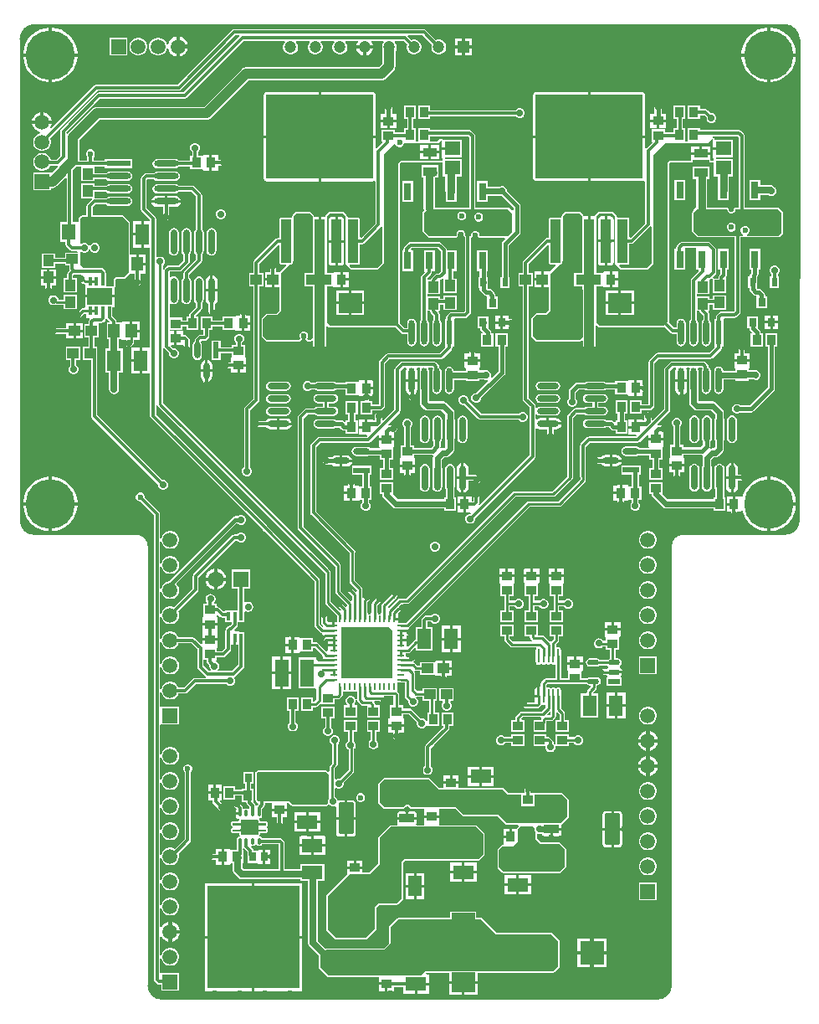
<source format=gtl>
G04*
G04 #@! TF.GenerationSoftware,Altium Limited,Altium Designer,22.10.1 (41)*
G04*
G04 Layer_Physical_Order=1*
G04 Layer_Color=255*
%FSLAX43Y43*%
%MOMM*%
G71*
G04*
G04 #@! TF.SameCoordinates,C4451B6D-C533-4BC9-A511-8E29B532BE62*
G04*
G04*
G04 #@! TF.FilePolarity,Positive*
G04*
G01*
G75*
%ADD10C,0.250*%
%ADD11C,0.400*%
%ADD16C,0.254*%
%ADD19R,0.700X0.250*%
%ADD20R,0.250X0.700*%
%ADD21R,0.800X1.800*%
%ADD22R,0.630X0.830*%
%ADD23R,0.900X1.050*%
%ADD24R,1.050X1.150*%
%ADD25R,1.450X0.950*%
%ADD26O,0.700X2.500*%
%ADD27R,1.684X0.618*%
G04:AMPARAMS|DCode=28|XSize=1.684mm|YSize=0.618mm|CornerRadius=0.309mm|HoleSize=0mm|Usage=FLASHONLY|Rotation=180.000|XOffset=0mm|YOffset=0mm|HoleType=Round|Shape=RoundedRectangle|*
%AMROUNDEDRECTD28*
21,1,1.684,0.000,0,0,180.0*
21,1,1.066,0.618,0,0,180.0*
1,1,0.618,-0.533,0.000*
1,1,0.618,0.533,0.000*
1,1,0.618,0.533,0.000*
1,1,0.618,-0.533,0.000*
%
%ADD28ROUNDEDRECTD28*%
%ADD29O,2.200X0.600*%
%ADD30R,0.622X2.474*%
G04:AMPARAMS|DCode=31|XSize=2.474mm|YSize=0.622mm|CornerRadius=0.311mm|HoleSize=0mm|Usage=FLASHONLY|Rotation=270.000|XOffset=0mm|YOffset=0mm|HoleType=Round|Shape=RoundedRectangle|*
%AMROUNDEDRECTD31*
21,1,2.474,0.000,0,0,270.0*
21,1,1.852,0.622,0,0,270.0*
1,1,0.622,0.000,-0.926*
1,1,0.622,0.000,0.926*
1,1,0.622,0.000,0.926*
1,1,0.622,0.000,-0.926*
%
%ADD31ROUNDEDRECTD31*%
G04:AMPARAMS|DCode=32|XSize=1.05mm|YSize=4.45mm|CornerRadius=0.053mm|HoleSize=0mm|Usage=FLASHONLY|Rotation=180.000|XOffset=0mm|YOffset=0mm|HoleType=Round|Shape=RoundedRectangle|*
%AMROUNDEDRECTD32*
21,1,1.050,4.345,0,0,180.0*
21,1,0.945,4.450,0,0,180.0*
1,1,0.105,-0.472,2.173*
1,1,0.105,0.472,2.173*
1,1,0.105,0.472,-2.173*
1,1,0.105,-0.472,-2.173*
%
%ADD32ROUNDEDRECTD32*%
%ADD34R,1.050X0.900*%
%ADD35R,1.650X1.450*%
%ADD36R,1.150X1.050*%
%ADD37R,1.050X0.950*%
%ADD38R,0.950X1.050*%
%ADD39R,2.330X1.990*%
%ADD40R,0.800X0.900*%
%ADD41R,0.302X0.931*%
%ADD42R,0.618X1.684*%
G04:AMPARAMS|DCode=43|XSize=1.684mm|YSize=0.618mm|CornerRadius=0.309mm|HoleSize=0mm|Usage=FLASHONLY|Rotation=270.000|XOffset=0mm|YOffset=0mm|HoleType=Round|Shape=RoundedRectangle|*
%AMROUNDEDRECTD43*
21,1,1.684,0.000,0,0,270.0*
21,1,1.066,0.618,0,0,270.0*
1,1,0.618,0.000,-0.533*
1,1,0.618,0.000,0.533*
1,1,0.618,0.000,0.533*
1,1,0.618,0.000,-0.533*
%
%ADD43ROUNDEDRECTD43*%
%ADD44R,2.474X0.622*%
G04:AMPARAMS|DCode=45|XSize=2.474mm|YSize=0.622mm|CornerRadius=0.311mm|HoleSize=0mm|Usage=FLASHONLY|Rotation=0.000|XOffset=0mm|YOffset=0mm|HoleType=Round|Shape=RoundedRectangle|*
%AMROUNDEDRECTD45*
21,1,2.474,0.000,0,0,0.0*
21,1,1.852,0.622,0,0,0.0*
1,1,0.622,0.926,0.000*
1,1,0.622,-0.926,0.000*
1,1,0.622,-0.926,0.000*
1,1,0.622,0.926,0.000*
%
%ADD45ROUNDEDRECTD45*%
%ADD46R,1.450X1.650*%
%ADD47R,1.420X2.130*%
%ADD48R,1.200X1.400*%
G04:AMPARAMS|DCode=49|XSize=0.6mm|YSize=0.31mm|CornerRadius=0.05mm|HoleSize=0mm|Usage=FLASHONLY|Rotation=270.000|XOffset=0mm|YOffset=0mm|HoleType=Round|Shape=RoundedRectangle|*
%AMROUNDEDRECTD49*
21,1,0.600,0.211,0,0,270.0*
21,1,0.501,0.310,0,0,270.0*
1,1,0.099,-0.105,-0.250*
1,1,0.099,-0.105,0.250*
1,1,0.099,0.105,0.250*
1,1,0.099,0.105,-0.250*
%
%ADD49ROUNDEDRECTD49*%
%ADD50R,0.750X0.900*%
%ADD51R,2.130X1.420*%
G04:AMPARAMS|DCode=53|XSize=0.9mm|YSize=1.45mm|CornerRadius=0.05mm|HoleSize=0mm|Usage=FLASHONLY|Rotation=270.000|XOffset=0mm|YOffset=0mm|HoleType=Round|Shape=RoundedRectangle|*
%AMROUNDEDRECTD53*
21,1,0.900,1.351,0,0,270.0*
21,1,0.801,1.450,0,0,270.0*
1,1,0.099,-0.676,-0.401*
1,1,0.099,-0.676,0.401*
1,1,0.099,0.676,0.401*
1,1,0.099,0.676,-0.401*
%
%ADD53ROUNDEDRECTD53*%
%ADD54R,3.800X1.000*%
%ADD56O,0.250X1.450*%
%ADD57R,1.400X2.800*%
%ADD58R,1.158X1.012*%
G04:AMPARAMS|DCode=59|XSize=1.205mm|YSize=0.532mm|CornerRadius=0.266mm|HoleSize=0mm|Usage=FLASHONLY|Rotation=180.000|XOffset=0mm|YOffset=0mm|HoleType=Round|Shape=RoundedRectangle|*
%AMROUNDEDRECTD59*
21,1,1.205,0.000,0,0,180.0*
21,1,0.673,0.532,0,0,180.0*
1,1,0.532,-0.337,0.000*
1,1,0.532,0.337,0.000*
1,1,0.532,0.337,0.000*
1,1,0.532,-0.337,0.000*
%
%ADD59ROUNDEDRECTD59*%
%ADD60R,1.205X0.532*%
%ADD75R,0.400X0.900*%
%ADD76R,2.500X1.750*%
%ADD79C,1.350*%
%ADD97C,0.500*%
G04:AMPARAMS|DCode=98|XSize=10.8mm|YSize=8.5mm|CornerRadius=0.043mm|HoleSize=0mm|Usage=FLASHONLY|Rotation=180.000|XOffset=0mm|YOffset=0mm|HoleType=Round|Shape=RoundedRectangle|*
%AMROUNDEDRECTD98*
21,1,10.800,8.415,0,0,180.0*
21,1,10.715,8.500,0,0,180.0*
1,1,0.085,-5.358,4.207*
1,1,0.085,5.358,4.207*
1,1,0.085,5.358,-4.207*
1,1,0.085,-5.358,-4.207*
%
%ADD98ROUNDEDRECTD98*%
G04:AMPARAMS|DCode=99|XSize=3.15mm|YSize=1.45mm|CornerRadius=0.051mm|HoleSize=0mm|Usage=FLASHONLY|Rotation=270.000|XOffset=0mm|YOffset=0mm|HoleType=Round|Shape=RoundedRectangle|*
%AMROUNDEDRECTD99*
21,1,3.150,1.349,0,0,270.0*
21,1,3.049,1.450,0,0,270.0*
1,1,0.102,-0.674,-1.524*
1,1,0.102,-0.674,1.524*
1,1,0.102,0.674,1.524*
1,1,0.102,0.674,-1.524*
%
%ADD99ROUNDEDRECTD99*%
%ADD100R,9.300X10.400*%
%ADD101C,0.300*%
%ADD102C,0.800*%
%ADD103C,1.000*%
%ADD104C,0.700*%
%ADD105C,0.600*%
%ADD106C,0.350*%
%ADD107C,1.600*%
%ADD108R,1.600X1.600*%
%ADD109C,1.500*%
%ADD110R,1.500X1.500*%
%ADD111C,1.200*%
%ADD112R,1.200X1.200*%
%ADD113R,1.500X1.500*%
%ADD114C,5.000*%
%ADD115R,2.400X2.400*%
%ADD116C,2.400*%
%ADD117C,0.700*%
%ADD118C,0.600*%
G36*
X22600Y123800D02*
X22600Y123800D01*
X98640D01*
X98915Y123745D01*
X99174Y123638D01*
X99407Y123482D01*
X99606Y123284D01*
X99761Y123051D01*
X99869Y122792D01*
X99923Y122517D01*
Y122377D01*
X99893Y73670D01*
Y73545D01*
X99844Y73300D01*
X99748Y73068D01*
X99609Y72860D01*
X99433Y72684D01*
X99225Y72545D01*
X98993Y72449D01*
X98748Y72400D01*
X98623D01*
Y72400D01*
X88225D01*
X88101Y72394D01*
X87856Y72345D01*
X87626Y72250D01*
X87419Y72112D01*
X87243Y71936D01*
X87105Y71729D01*
X87010Y71499D01*
X86961Y71254D01*
X86955Y71130D01*
Y26670D01*
Y26545D01*
X86906Y26300D01*
X86810Y26068D01*
X86671Y25860D01*
X86495Y25684D01*
X86287Y25545D01*
X86055Y25449D01*
X85810Y25400D01*
X85685D01*
Y25400D01*
X35433Y25400D01*
X35308D01*
X35063Y25449D01*
X34831Y25545D01*
X34623Y25684D01*
X34447Y25860D01*
X34308Y26068D01*
X34212Y26300D01*
X34163Y26545D01*
Y26670D01*
X34168D01*
Y71130D01*
X34162Y71254D01*
X34113Y71499D01*
X34018Y71729D01*
X33880Y71936D01*
X33703Y72112D01*
X33496Y72250D01*
X33266Y72345D01*
X33022Y72394D01*
X32898Y72400D01*
X22500Y72400D01*
X22375D01*
X22130Y72449D01*
X21898Y72545D01*
X21690Y72684D01*
X21514Y72860D01*
X21375Y73068D01*
X21279Y73300D01*
X21230Y73545D01*
Y73670D01*
X21230D01*
X21200Y122400D01*
X21201Y122401D01*
X21201D01*
Y122539D01*
X21254Y122810D01*
X21360Y123065D01*
X21513Y123294D01*
X21709Y123489D01*
X21938Y123643D01*
X22193Y123748D01*
X22464Y123802D01*
X22599D01*
X22600Y123800D01*
D02*
G37*
%LPC*%
G36*
X62000Y123406D02*
X62000Y123406D01*
X42800D01*
X42800Y123406D01*
X42683Y123383D01*
X42584Y123316D01*
X42584Y123316D01*
X37073Y117806D01*
X28850D01*
X28733Y117783D01*
X28634Y117716D01*
X28634Y117716D01*
X24299Y113381D01*
X24197Y113459D01*
X24286Y113612D01*
X24343Y113825D01*
X23350D01*
X22357D01*
X22414Y113612D01*
X22547Y113384D01*
X22734Y113197D01*
X22962Y113064D01*
X23158Y113012D01*
Y112880D01*
X23003Y112839D01*
X22797Y112720D01*
X22630Y112553D01*
X22511Y112347D01*
X22450Y112118D01*
Y111882D01*
X22511Y111653D01*
X22630Y111447D01*
X22797Y111280D01*
X23003Y111161D01*
X23232Y111100D01*
X23468D01*
X23697Y111161D01*
X23903Y111280D01*
X24070Y111447D01*
X24189Y111653D01*
X24250Y111882D01*
Y112118D01*
X24189Y112347D01*
X24167Y112385D01*
X28977Y117194D01*
X37200D01*
X37200Y117194D01*
X37317Y117217D01*
X37416Y117284D01*
X42927Y122794D01*
X43282D01*
X43335Y122667D01*
X37673Y117006D01*
X29100D01*
X28983Y116983D01*
X28884Y116916D01*
X28884Y116916D01*
X25284Y113316D01*
X25217Y113217D01*
X25194Y113100D01*
X25194Y113100D01*
Y110627D01*
X24773Y110206D01*
X24227D01*
X24189Y110347D01*
X24070Y110553D01*
X23903Y110720D01*
X23697Y110839D01*
X23468Y110900D01*
X23232D01*
X23003Y110839D01*
X22797Y110720D01*
X22630Y110553D01*
X22511Y110347D01*
X22450Y110118D01*
Y109882D01*
X22511Y109653D01*
X22630Y109447D01*
X22797Y109280D01*
X23003Y109161D01*
X23232Y109100D01*
X23468D01*
X23697Y109161D01*
X23903Y109280D01*
X24070Y109447D01*
X24155Y109594D01*
X24887D01*
X24911Y109565D01*
X24947Y109474D01*
X24337Y108864D01*
X24250Y108900D01*
Y108900D01*
X22450D01*
Y107100D01*
X24250D01*
Y107344D01*
X24400D01*
X24570Y107367D01*
X24728Y107432D01*
X24864Y107536D01*
X25727Y108400D01*
X25844Y108351D01*
Y103875D01*
X25175D01*
Y101925D01*
X25744D01*
Y101600D01*
X25744Y101600D01*
X25767Y101483D01*
X25834Y101384D01*
X26134Y101084D01*
X26134Y101084D01*
X26233Y101017D01*
X26350Y100994D01*
X26350Y100994D01*
X26879D01*
X26947Y100867D01*
X26919Y100825D01*
X25675D01*
Y100306D01*
X24675D01*
Y100725D01*
X23325D01*
Y99275D01*
X24675D01*
Y99694D01*
X25675D01*
Y99475D01*
X26094D01*
Y99150D01*
X26094Y99150D01*
X26117Y99033D01*
X26131Y99012D01*
X25984Y98865D01*
X25917Y98766D01*
X25894Y98649D01*
X25894Y98649D01*
Y98225D01*
X25525D01*
Y96775D01*
X26875D01*
Y98225D01*
X26506D01*
Y98521D01*
X26599Y98604D01*
X26650Y98594D01*
X27271D01*
X27283Y98467D01*
X27243Y98459D01*
X27152Y98398D01*
X27091Y98307D01*
X27070Y98200D01*
X27091Y98093D01*
X27152Y98002D01*
X27243Y97941D01*
X27261Y97937D01*
X27506Y97692D01*
X27597Y97631D01*
X27624Y97626D01*
X27696Y97529D01*
Y96527D01*
X29200D01*
X30704D01*
Y97306D01*
X30715Y97310D01*
X30762Y97425D01*
Y98033D01*
X30867Y98138D01*
X31600D01*
X31715Y98185D01*
X32215Y98685D01*
X32219Y98696D01*
X32694D01*
Y97800D01*
X32717Y97683D01*
X32784Y97584D01*
X32883Y97517D01*
X33000Y97494D01*
X33117Y97517D01*
X33216Y97584D01*
X33283Y97683D01*
X33306Y97800D01*
Y98696D01*
X33854D01*
Y99523D01*
X33000D01*
Y99650D01*
X32873D01*
Y100604D01*
X32262D01*
Y103800D01*
X32215Y103915D01*
X31615Y104515D01*
X31500Y104562D01*
X28456D01*
Y105373D01*
X28772Y105689D01*
X29808D01*
X29826Y105663D01*
X29978Y105561D01*
X30158Y105525D01*
X32010D01*
X32190Y105561D01*
X32342Y105663D01*
X32444Y105815D01*
X32480Y105995D01*
X32444Y106175D01*
X32342Y106327D01*
X32190Y106429D01*
X32010Y106465D01*
X30158D01*
X29978Y106429D01*
X29826Y106327D01*
X29808Y106301D01*
X28792D01*
X28675Y106325D01*
X28675Y106428D01*
Y106959D01*
X29808D01*
X29826Y106933D01*
X29978Y106831D01*
X30158Y106795D01*
X32010D01*
X32190Y106831D01*
X32342Y106933D01*
X32444Y107085D01*
X32480Y107265D01*
X32444Y107445D01*
X32342Y107597D01*
X32190Y107699D01*
X32010Y107735D01*
X30158D01*
X29978Y107699D01*
X29826Y107597D01*
X29808Y107571D01*
X28675D01*
Y107775D01*
X27325D01*
Y106325D01*
X28370D01*
X28407Y106253D01*
X28415Y106198D01*
X27934Y105716D01*
X27867Y105617D01*
X27844Y105500D01*
X27844Y105500D01*
Y104562D01*
X27400D01*
X27285Y104515D01*
X27085Y104315D01*
X27038Y104200D01*
Y103910D01*
X26925Y103875D01*
Y103875D01*
X26456D01*
Y109129D01*
X26826Y109499D01*
X27208D01*
X27325Y109475D01*
X27325Y109372D01*
Y108025D01*
X28675D01*
Y108229D01*
X29808D01*
X29826Y108203D01*
X29978Y108101D01*
X30158Y108065D01*
X32010D01*
X32190Y108101D01*
X32342Y108203D01*
X32444Y108355D01*
X32480Y108535D01*
X32444Y108715D01*
X32342Y108867D01*
X32190Y108969D01*
X32010Y109005D01*
X30158D01*
X29978Y108969D01*
X29826Y108867D01*
X29808Y108841D01*
X28675D01*
X28675Y109475D01*
X28792Y109499D01*
X29697D01*
Y109344D01*
X32471D01*
Y110266D01*
X29697D01*
Y110111D01*
X28556D01*
Y110469D01*
X28631Y110545D01*
X28700Y110710D01*
Y110890D01*
X28631Y111055D01*
X28505Y111181D01*
X28340Y111250D01*
X28160D01*
X27995Y111181D01*
X27869Y111055D01*
X27800Y110890D01*
Y110710D01*
X27869Y110545D01*
X27944Y110469D01*
Y110111D01*
X27156D01*
Y112228D01*
X29172Y114244D01*
X40000D01*
X40170Y114267D01*
X40328Y114332D01*
X40464Y114436D01*
X44272Y118244D01*
X57700D01*
X57870Y118267D01*
X58028Y118332D01*
X58164Y118436D01*
X58925Y119198D01*
X59030Y119334D01*
X59095Y119492D01*
X59117Y119662D01*
Y121169D01*
X59199Y121311D01*
X59250Y121501D01*
Y121699D01*
X59199Y121889D01*
X59100Y122061D01*
X59044Y122117D01*
X59096Y122244D01*
X59923D01*
X60296Y121871D01*
X60250Y121699D01*
Y121501D01*
X60301Y121311D01*
X60400Y121139D01*
X60539Y121000D01*
X60711Y120901D01*
X60901Y120850D01*
X61099D01*
X61289Y120901D01*
X61461Y121000D01*
X61600Y121139D01*
X61699Y121311D01*
X61750Y121501D01*
Y121699D01*
X61699Y121889D01*
X61600Y122061D01*
X61461Y122200D01*
X61289Y122299D01*
X61099Y122350D01*
X60901D01*
X60729Y122304D01*
X60365Y122667D01*
X60418Y122794D01*
X61873D01*
X62796Y121871D01*
X62750Y121699D01*
Y121501D01*
X62801Y121311D01*
X62900Y121139D01*
X63039Y121000D01*
X63211Y120901D01*
X63401Y120850D01*
X63599D01*
X63789Y120901D01*
X63961Y121000D01*
X64100Y121139D01*
X64199Y121311D01*
X64250Y121501D01*
Y121699D01*
X64199Y121889D01*
X64100Y122061D01*
X63961Y122200D01*
X63789Y122299D01*
X63599Y122350D01*
X63401D01*
X63229Y122304D01*
X62216Y123316D01*
X62117Y123383D01*
X62000Y123406D01*
D02*
G37*
G36*
X36925Y122643D02*
X36712Y122586D01*
X36484Y122453D01*
X36297Y122266D01*
X36164Y122038D01*
X36112Y121842D01*
X35980D01*
X35939Y121997D01*
X35820Y122203D01*
X35653Y122370D01*
X35447Y122489D01*
X35218Y122550D01*
X34982D01*
X34753Y122489D01*
X34547Y122370D01*
X34380Y122203D01*
X34261Y121997D01*
X34200Y121768D01*
Y121532D01*
X34261Y121303D01*
X34380Y121097D01*
X34547Y120930D01*
X34753Y120811D01*
X34982Y120750D01*
X35218D01*
X35447Y120811D01*
X35653Y120930D01*
X35820Y121097D01*
X35939Y121303D01*
X35980Y121458D01*
X36112D01*
X36164Y121262D01*
X36297Y121034D01*
X36484Y120847D01*
X36712Y120714D01*
X36925Y120657D01*
Y121650D01*
Y122643D01*
D02*
G37*
G36*
X37275D02*
Y121825D01*
X38093D01*
X38036Y122038D01*
X37903Y122266D01*
X37716Y122453D01*
X37488Y122586D01*
X37275Y122643D01*
D02*
G37*
G36*
X66854Y122454D02*
X66175D01*
Y121775D01*
X66854D01*
Y122454D01*
D02*
G37*
G36*
X65825D02*
X65146D01*
Y121775D01*
X65825D01*
Y122454D01*
D02*
G37*
G36*
X24417Y123554D02*
X24375D01*
Y120975D01*
X26954D01*
Y121017D01*
X26886Y121445D01*
X26752Y121857D01*
X26555Y122243D01*
X26301Y122594D01*
X25994Y122901D01*
X25643Y123155D01*
X25257Y123352D01*
X24845Y123486D01*
X24417Y123554D01*
D02*
G37*
G36*
X24025D02*
X23983D01*
X23555Y123486D01*
X23143Y123352D01*
X22757Y123155D01*
X22406Y122901D01*
X22099Y122594D01*
X21845Y122243D01*
X21648Y121857D01*
X21514Y121445D01*
X21446Y121017D01*
Y120975D01*
X24025D01*
Y123554D01*
D02*
G37*
G36*
X97117D02*
X97075D01*
Y120975D01*
X99654D01*
Y121017D01*
X99586Y121445D01*
X99452Y121857D01*
X99255Y122243D01*
X99001Y122594D01*
X98694Y122901D01*
X98343Y123155D01*
X97957Y123352D01*
X97545Y123486D01*
X97117Y123554D01*
D02*
G37*
G36*
X96725D02*
X96683D01*
X96255Y123486D01*
X95843Y123352D01*
X95457Y123155D01*
X95106Y122901D01*
X94799Y122594D01*
X94545Y122243D01*
X94348Y121857D01*
X94214Y121445D01*
X94146Y121017D01*
Y120975D01*
X96725D01*
Y123554D01*
D02*
G37*
G36*
X33218Y122550D02*
X32982D01*
X32753Y122489D01*
X32547Y122370D01*
X32380Y122203D01*
X32261Y121997D01*
X32200Y121768D01*
Y121532D01*
X32261Y121303D01*
X32380Y121097D01*
X32547Y120930D01*
X32753Y120811D01*
X32982Y120750D01*
X33218D01*
X33447Y120811D01*
X33653Y120930D01*
X33820Y121097D01*
X33939Y121303D01*
X34000Y121532D01*
Y121768D01*
X33939Y121997D01*
X33820Y122203D01*
X33653Y122370D01*
X33447Y122489D01*
X33218Y122550D01*
D02*
G37*
G36*
X32000D02*
X30200D01*
Y120750D01*
X32000D01*
Y122550D01*
D02*
G37*
G36*
X66854Y121425D02*
X66175D01*
Y120746D01*
X66854D01*
Y121425D01*
D02*
G37*
G36*
X65825D02*
X65146D01*
Y120746D01*
X65825D01*
Y121425D01*
D02*
G37*
G36*
X38093Y121475D02*
X37275D01*
Y120657D01*
X37488Y120714D01*
X37716Y120847D01*
X37903Y121034D01*
X38036Y121262D01*
X38093Y121475D01*
D02*
G37*
G36*
X99654Y120625D02*
X97075D01*
Y118046D01*
X97117D01*
X97545Y118114D01*
X97957Y118248D01*
X98343Y118445D01*
X98694Y118699D01*
X99001Y119006D01*
X99255Y119357D01*
X99452Y119743D01*
X99586Y120155D01*
X99654Y120583D01*
Y120625D01*
D02*
G37*
G36*
X96725D02*
X94146D01*
Y120583D01*
X94214Y120155D01*
X94348Y119743D01*
X94545Y119357D01*
X94799Y119006D01*
X95106Y118699D01*
X95457Y118445D01*
X95843Y118248D01*
X96255Y118114D01*
X96683Y118046D01*
X96725D01*
Y120625D01*
D02*
G37*
G36*
X26954Y120625D02*
X24375D01*
Y118046D01*
X24417D01*
X24845Y118114D01*
X25257Y118248D01*
X25643Y118445D01*
X25994Y118699D01*
X26301Y119006D01*
X26555Y119357D01*
X26752Y119743D01*
X26886Y120155D01*
X26954Y120583D01*
Y120625D01*
D02*
G37*
G36*
X24025D02*
X21446D01*
Y120583D01*
X21514Y120155D01*
X21648Y119743D01*
X21845Y119357D01*
X22099Y119006D01*
X22406Y118699D01*
X22757Y118445D01*
X23143Y118248D01*
X23555Y118114D01*
X23983Y118046D01*
X24025D01*
Y120625D01*
D02*
G37*
G36*
X62649Y115658D02*
X61449D01*
Y114308D01*
X62649D01*
Y114594D01*
X71299D01*
X71417Y114476D01*
X71601Y114400D01*
X71799D01*
X71983Y114476D01*
X72124Y114617D01*
X72200Y114801D01*
Y114999D01*
X72124Y115183D01*
X71983Y115324D01*
X71799Y115400D01*
X71601D01*
X71417Y115324D01*
X71299Y115206D01*
X62649D01*
Y115658D01*
D02*
G37*
G36*
X85700Y115857D02*
X85563Y115830D01*
X85448Y115752D01*
X85447Y115752D01*
X85370Y115636D01*
X85343Y115499D01*
Y114829D01*
X84920D01*
Y114252D01*
X86478D01*
Y114829D01*
X86056D01*
Y115497D01*
X86057Y115500D01*
X86030Y115637D01*
X85952Y115752D01*
X85837Y115830D01*
X85700Y115857D01*
D02*
G37*
G36*
X58424Y115840D02*
X58288Y115812D01*
X58172Y115735D01*
X58171Y115734D01*
X58094Y115619D01*
X58067Y115482D01*
Y114812D01*
X57644D01*
Y114235D01*
X59202D01*
Y114812D01*
X58780D01*
Y115480D01*
X58781Y115483D01*
X58754Y115619D01*
X58677Y115735D01*
X58561Y115812D01*
X58424Y115840D01*
D02*
G37*
G36*
X23525Y114993D02*
Y114175D01*
X24343D01*
X24286Y114388D01*
X24153Y114616D01*
X23966Y114803D01*
X23738Y114936D01*
X23525Y114993D01*
D02*
G37*
G36*
X23175Y114993D02*
X22962Y114936D01*
X22734Y114803D01*
X22547Y114616D01*
X22414Y114388D01*
X22357Y114175D01*
X23175D01*
Y114993D01*
D02*
G37*
G36*
X89925Y115675D02*
X88725D01*
Y114325D01*
X89925D01*
Y114694D01*
X90373D01*
X90600Y114467D01*
Y114301D01*
X90676Y114117D01*
X90817Y113976D01*
X91001Y113900D01*
X91199D01*
X91383Y113976D01*
X91524Y114117D01*
X91600Y114301D01*
Y114499D01*
X91524Y114683D01*
X91383Y114824D01*
X91199Y114900D01*
X91033D01*
X90716Y115216D01*
X90617Y115283D01*
X90500Y115306D01*
X90500Y115306D01*
X89925D01*
Y115675D01*
D02*
G37*
G36*
X86478Y113998D02*
X85826D01*
Y113421D01*
X86478D01*
Y113998D01*
D02*
G37*
G36*
X85572D02*
X84920D01*
Y113421D01*
X85572D01*
Y113998D01*
D02*
G37*
G36*
X59202Y113981D02*
X58550D01*
Y113404D01*
X59202D01*
Y113981D01*
D02*
G37*
G36*
X58296D02*
X57644D01*
Y113404D01*
X58296D01*
Y113981D01*
D02*
G37*
G36*
X88475Y115675D02*
X87275D01*
Y114325D01*
X87593D01*
Y113375D01*
X87274D01*
Y112981D01*
X86374D01*
Y113275D01*
X85024D01*
Y112075D01*
X85076D01*
X85125Y111958D01*
X84513Y111345D01*
X84386Y111398D01*
Y112408D01*
X78853D01*
Y108025D01*
X84083D01*
X84199Y108048D01*
X84243Y108078D01*
X84370Y108012D01*
Y103774D01*
X82932Y102336D01*
X82805Y102389D01*
Y104158D01*
X82789Y104237D01*
X82744Y104304D01*
X82677Y104349D01*
X82598Y104364D01*
X81653D01*
X81639Y104361D01*
X81512Y104448D01*
Y104500D01*
X81465Y104615D01*
X81165Y104915D01*
X81050Y104962D01*
X79750D01*
X79635Y104915D01*
X79335Y104615D01*
X79288Y104500D01*
X79241Y104462D01*
X79198Y104470D01*
X78853D01*
Y101985D01*
X78599D01*
Y104470D01*
X78253D01*
X78209Y104462D01*
X78162Y104500D01*
X78115Y104615D01*
X77815Y104915D01*
X77700Y104962D01*
X76400D01*
X76285Y104915D01*
X75985Y104615D01*
X75938Y104500D01*
Y104449D01*
X75811Y104362D01*
X75798Y104364D01*
X74853D01*
X74774Y104349D01*
X74707Y104304D01*
X74662Y104237D01*
X74647Y104158D01*
Y102291D01*
X74485D01*
X74485Y102291D01*
X74368Y102268D01*
X74269Y102202D01*
X74269Y102202D01*
X72084Y100016D01*
X72017Y99917D01*
X71994Y99800D01*
X71994Y99800D01*
Y98775D01*
X71575D01*
Y97425D01*
X71994D01*
Y86000D01*
X71994Y86000D01*
X72017Y85883D01*
X72084Y85784D01*
X72694Y85173D01*
Y80327D01*
X67637Y75270D01*
X67539Y75351D01*
X67583Y75417D01*
X67606Y75534D01*
X67606Y75534D01*
Y76300D01*
X67583Y76417D01*
X67516Y76516D01*
X67417Y76583D01*
X67300Y76606D01*
X67183Y76583D01*
X67084Y76516D01*
X67017Y76417D01*
X66994Y76300D01*
Y75664D01*
X66811D01*
Y76137D01*
X66234D01*
Y75358D01*
Y74579D01*
X66688D01*
X66699Y74567D01*
X66752Y74452D01*
X66714Y74400D01*
X66601D01*
X66417Y74324D01*
X66276Y74183D01*
X66200Y73999D01*
Y73801D01*
X66276Y73617D01*
X66417Y73476D01*
X66601Y73400D01*
X66799D01*
X66983Y73476D01*
X67124Y73617D01*
X67200Y73801D01*
Y73967D01*
X73216Y79984D01*
X73216Y79984D01*
X73283Y80083D01*
X73306Y80200D01*
X73306Y80200D01*
Y82990D01*
X73433Y83058D01*
X73535Y82990D01*
X73751Y82947D01*
X74494D01*
Y82200D01*
X74517Y82083D01*
X74584Y81984D01*
X74683Y81917D01*
X74800Y81894D01*
X74917Y81917D01*
X75016Y81984D01*
X75083Y82083D01*
X75106Y82200D01*
Y82947D01*
X75351D01*
X75567Y82990D01*
X75750Y83113D01*
X75873Y83296D01*
X75890Y83385D01*
X74551D01*
Y83512D01*
X74424D01*
Y84077D01*
X73751D01*
X73535Y84034D01*
X73433Y83966D01*
X73306Y84034D01*
Y84409D01*
X73396Y84446D01*
X73433Y84453D01*
X73575Y84358D01*
X73751Y84323D01*
X75351D01*
X75526Y84358D01*
X75675Y84458D01*
X75775Y84607D01*
X75810Y84782D01*
X75775Y84958D01*
X75675Y85107D01*
X75526Y85206D01*
X75351Y85241D01*
X73751D01*
X73575Y85206D01*
X73433Y85111D01*
X73396Y85119D01*
X73306Y85155D01*
Y85300D01*
X73283Y85417D01*
X73216Y85516D01*
X72606Y86127D01*
Y97425D01*
X73025D01*
Y98775D01*
X72606D01*
Y99673D01*
X74520Y101587D01*
X74647Y101535D01*
Y99813D01*
X74662Y99734D01*
X74707Y99667D01*
X74774Y99622D01*
X74853Y99606D01*
X75311D01*
X75359Y99489D01*
X74749Y98879D01*
X74127D01*
Y98100D01*
Y97321D01*
X74638D01*
Y94967D01*
X74333Y94662D01*
X73400D01*
X73285Y94615D01*
X72885Y94215D01*
X72838Y94100D01*
Y92400D01*
X72885Y92285D01*
X73285Y91885D01*
X73400Y91838D01*
X77800D01*
X77915Y91885D01*
X77953Y91923D01*
X78070Y91875D01*
Y91300D01*
X79381D01*
Y93423D01*
X79499Y93472D01*
X79685Y93285D01*
X79800Y93238D01*
X86300D01*
X86392Y93276D01*
X86971Y92696D01*
X87071Y92630D01*
X87188Y92606D01*
X87188Y92606D01*
X87565D01*
Y91802D01*
X87601Y91622D01*
X87703Y91470D01*
X87856Y91368D01*
X88035Y91332D01*
X88215Y91368D01*
X88368Y91470D01*
X88470Y91622D01*
X88506Y91802D01*
Y93654D01*
X88470Y93834D01*
X88368Y93987D01*
X88215Y94089D01*
X88035Y94124D01*
X87856Y94089D01*
X87703Y93987D01*
X87601Y93834D01*
X87565Y93654D01*
Y93218D01*
X87314D01*
X86824Y93708D01*
X86862Y93800D01*
Y109833D01*
X86967Y109938D01*
X88937D01*
X88938Y109938D01*
X88939Y109938D01*
X89065Y109939D01*
X89122Y109963D01*
X89179Y109986D01*
X89179Y109987D01*
X89180Y109987D01*
X89203Y110044D01*
X89226Y110101D01*
Y110205D01*
X90860D01*
X90860Y110101D01*
X90883Y110044D01*
X90906Y109987D01*
X90907Y109987D01*
X90907Y109986D01*
X90964Y109963D01*
X91021Y109939D01*
X91147Y109938D01*
X91148Y109938D01*
X91149Y109938D01*
X91354D01*
Y108513D01*
X91733D01*
Y107132D01*
X91744Y107078D01*
Y106082D01*
X92844D01*
Y107078D01*
X92855Y107132D01*
Y108513D01*
X93304D01*
Y110263D01*
X91584D01*
X91540Y110346D01*
X91612Y110463D01*
X93304D01*
Y112213D01*
X91492D01*
X91402Y112326D01*
X91378Y112352D01*
X91365Y112385D01*
X91338Y112396D01*
X91318Y112418D01*
X91195Y112475D01*
X91217Y112594D01*
X93773D01*
X93870Y112498D01*
Y105380D01*
X93550D01*
X93435Y105332D01*
X93387Y105217D01*
Y105192D01*
X93344Y105086D01*
X93263Y105006D01*
X93157Y104962D01*
X93043D01*
X92937Y105006D01*
X92856Y105086D01*
X92812Y105192D01*
Y105217D01*
X92765Y105332D01*
X92650Y105380D01*
X90655D01*
Y107132D01*
Y108255D01*
X90918D01*
Y109505D01*
X89168D01*
Y108255D01*
X89533D01*
Y107132D01*
Y105352D01*
X89533Y105352D01*
X89485Y105332D01*
X89481Y105321D01*
X89470Y105315D01*
X89170Y104915D01*
X89157Y104865D01*
X89138Y104817D01*
Y103017D01*
X89185Y102902D01*
X89685Y102402D01*
X89800Y102355D01*
X93435D01*
Y94939D01*
X93314Y94818D01*
X92040D01*
X92040Y94818D01*
X91923Y94795D01*
X91824Y94729D01*
X91629Y94534D01*
X91563Y94434D01*
X91540Y94317D01*
X91540Y94317D01*
Y94115D01*
X91384D01*
Y91341D01*
X91384D01*
X91429Y91233D01*
X90870Y90675D01*
X85669D01*
X85552Y90651D01*
X85452Y90585D01*
X84824Y89957D01*
X84758Y89858D01*
X84735Y89740D01*
X84735Y89740D01*
Y87261D01*
X84721Y87256D01*
X84608Y87240D01*
X84557Y87316D01*
X84458Y87383D01*
X84412Y87392D01*
X84400Y87400D01*
X84283Y87423D01*
X84283Y87423D01*
X84154D01*
Y87896D01*
X83552D01*
Y87117D01*
Y86338D01*
X84154D01*
Y86710D01*
X84281Y86798D01*
X84300Y86794D01*
X84340D01*
X84458Y86817D01*
X84557Y86884D01*
X84608Y86960D01*
X84721Y86944D01*
X84735Y86939D01*
Y85473D01*
X84026D01*
Y85842D01*
X82826D01*
Y84492D01*
X84026D01*
Y84861D01*
X84865D01*
X84865Y84861D01*
X84982Y84885D01*
X85081Y84951D01*
X85257Y85127D01*
X85257Y85127D01*
X85323Y85226D01*
X85346Y85343D01*
X85346Y85343D01*
Y89614D01*
X85795Y90063D01*
X90997D01*
X90997Y90063D01*
X91114Y90086D01*
X91213Y90152D01*
X92062Y91001D01*
X92128Y91100D01*
X92151Y91217D01*
Y91341D01*
X92307D01*
Y94115D01*
X92393Y94206D01*
X93440D01*
X93440Y94206D01*
X93558Y94230D01*
X93657Y94296D01*
X93957Y94596D01*
X94023Y94695D01*
X94046Y94812D01*
Y102355D01*
X94290D01*
X94333Y102373D01*
X94380Y102382D01*
X94389Y102396D01*
X94405Y102402D01*
X94423Y102446D01*
X94430Y102457D01*
X94468Y102466D01*
X94533D01*
X94571Y102457D01*
X94578Y102446D01*
X94596Y102402D01*
X94611Y102396D01*
X94620Y102382D01*
X94667Y102373D01*
X94711Y102355D01*
X97900D01*
X98015Y102402D01*
X98315Y102702D01*
X98362Y102817D01*
Y104817D01*
X98315Y104932D01*
X97915Y105332D01*
X97800Y105380D01*
X94482D01*
Y112624D01*
X94458Y112741D01*
X94392Y112841D01*
X94392Y112841D01*
X94116Y113116D01*
X94017Y113183D01*
X93900Y113206D01*
X93900Y113206D01*
X89924D01*
Y113375D01*
X88724D01*
Y112062D01*
X88474D01*
Y113375D01*
X88205D01*
Y114325D01*
X88475D01*
Y115675D01*
D02*
G37*
G36*
X61199Y115658D02*
X59999D01*
Y114308D01*
X60317D01*
Y113358D01*
X59998D01*
Y112964D01*
X59098D01*
Y113258D01*
X57748D01*
Y112058D01*
X57801D01*
X57849Y111940D01*
X57237Y111328D01*
X57110Y111380D01*
Y112391D01*
X51577D01*
Y108008D01*
X56807D01*
X56923Y108031D01*
X56967Y108061D01*
X57094Y107995D01*
Y103757D01*
X55656Y102319D01*
X55529Y102371D01*
Y104141D01*
X55513Y104220D01*
X55468Y104286D01*
X55402Y104331D01*
X55322Y104347D01*
X54377D01*
X54364Y104344D01*
X54237Y104431D01*
Y104483D01*
X54189Y104598D01*
X53889Y104898D01*
X53774Y104945D01*
X52474D01*
X52359Y104898D01*
X52059Y104598D01*
X52012Y104483D01*
X51965Y104444D01*
X51923Y104453D01*
X51577D01*
Y101968D01*
X51323D01*
Y104453D01*
X50978D01*
X50934Y104444D01*
X50887Y104483D01*
X50839Y104598D01*
X50539Y104898D01*
X50424Y104945D01*
X49124D01*
X49009Y104898D01*
X48709Y104598D01*
X48662Y104483D01*
Y104432D01*
X48535Y104344D01*
X48522Y104347D01*
X47577D01*
X47498Y104331D01*
X47432Y104286D01*
X47387Y104220D01*
X47371Y104141D01*
Y102274D01*
X47210D01*
X47210Y102274D01*
X47092Y102251D01*
X46993Y102184D01*
X46993Y102184D01*
X44808Y99999D01*
X44742Y99900D01*
X44718Y99783D01*
X44718Y99783D01*
Y98758D01*
X44299D01*
Y97408D01*
X44718D01*
Y86051D01*
X43884Y85216D01*
X43817Y85117D01*
X43794Y85000D01*
X43794Y85000D01*
Y79101D01*
X43676Y78983D01*
X43600Y78799D01*
Y78601D01*
X43676Y78417D01*
X43817Y78276D01*
X44001Y78200D01*
X44199D01*
X44383Y78276D01*
X44524Y78417D01*
X44600Y78601D01*
Y78799D01*
X44524Y78983D01*
X44406Y79101D01*
Y84873D01*
X45241Y85708D01*
X45241Y85708D01*
X45307Y85807D01*
X45330Y85924D01*
Y97408D01*
X45749D01*
Y98758D01*
X45330D01*
Y99656D01*
X47244Y101570D01*
X47371Y101517D01*
Y99796D01*
X47387Y99716D01*
X47432Y99649D01*
X47498Y99605D01*
X47577Y99589D01*
X48035D01*
X48084Y99472D01*
X47474Y98862D01*
X47030D01*
Y99376D01*
X47030Y99376D01*
X47007Y99493D01*
X46941Y99592D01*
X46941Y99592D01*
X46916Y99616D01*
X46817Y99683D01*
X46700Y99706D01*
X46583Y99683D01*
X46484Y99616D01*
X46417Y99517D01*
X46394Y99400D01*
X46417Y99283D01*
X46418Y99281D01*
Y98862D01*
X45895D01*
Y98210D01*
X46724D01*
Y98083D01*
X46851D01*
Y97304D01*
X47362D01*
Y94950D01*
X47057Y94645D01*
X46124D01*
X46009Y94598D01*
X45609Y94198D01*
X45562Y94083D01*
Y92383D01*
X45609Y92268D01*
X46009Y91868D01*
X46124Y91820D01*
X49436D01*
X49465Y91833D01*
X49498D01*
X49520Y91856D01*
X49550Y91868D01*
X49563Y91898D01*
X49585Y91921D01*
X49638Y92048D01*
Y92080D01*
X49650Y92110D01*
X49638Y92140D01*
Y92172D01*
X49615Y92195D01*
X49603Y92225D01*
X49590Y92237D01*
X49546Y92343D01*
Y92457D01*
X49590Y92563D01*
X49671Y92644D01*
X49777Y92688D01*
X49891D01*
X49997Y92644D01*
X50078Y92563D01*
X50122Y92457D01*
Y92343D01*
X50078Y92237D01*
X50065Y92225D01*
X50053Y92195D01*
X50030Y92172D01*
Y92140D01*
X50018Y92110D01*
X50030Y92080D01*
Y92048D01*
X50083Y91921D01*
X50106Y91898D01*
X50118Y91868D01*
X50148Y91856D01*
X50171Y91833D01*
X50203D01*
X50233Y91820D01*
X50524D01*
X50639Y91868D01*
X50677Y91906D01*
X50794Y91857D01*
Y91283D01*
X52106D01*
Y93406D01*
X52223Y93454D01*
X52409Y93268D01*
X52524Y93220D01*
X59024D01*
X59116Y93258D01*
X59696Y92679D01*
X59795Y92612D01*
X59912Y92589D01*
X59912Y92589D01*
X60290D01*
Y91785D01*
X60325Y91605D01*
X60427Y91453D01*
X60580Y91351D01*
X60760Y91315D01*
X60940Y91351D01*
X61092Y91453D01*
X61194Y91605D01*
X61230Y91785D01*
Y93637D01*
X61194Y93817D01*
X61092Y93969D01*
X60940Y94071D01*
X60760Y94107D01*
X60580Y94071D01*
X60427Y93969D01*
X60325Y93817D01*
X60290Y93637D01*
Y93201D01*
X60039D01*
X59549Y93691D01*
X59587Y93783D01*
Y109815D01*
X59692Y109920D01*
X63922D01*
Y108513D01*
X64174D01*
Y107005D01*
X64185Y106951D01*
Y105955D01*
X65285D01*
Y106951D01*
X65296Y107005D01*
Y108513D01*
X65872D01*
Y110263D01*
X64152D01*
X64108Y110346D01*
X64180Y110463D01*
X65872D01*
Y112213D01*
X63938D01*
X63933Y112225D01*
X63903Y112238D01*
X63880Y112261D01*
X63763Y112309D01*
X63730D01*
X63701Y112322D01*
X63671Y112309D01*
X63639D01*
X63616Y112286D01*
X63586Y112274D01*
X63357Y112045D01*
X62648D01*
Y112577D01*
X66498D01*
X66594Y112480D01*
Y105362D01*
X63096D01*
Y108382D01*
X63486D01*
Y109632D01*
X61736D01*
Y108382D01*
X61974D01*
Y105277D01*
X62017Y105062D01*
X62017Y105061D01*
X61894Y104897D01*
X61882Y104848D01*
X61862Y104800D01*
Y103000D01*
X61909Y102885D01*
X62409Y102385D01*
X62524Y102338D01*
X65244D01*
X65259Y102344D01*
X65276Y102341D01*
X65315Y102367D01*
X65359Y102385D01*
X65365Y102401D01*
X65379Y102410D01*
X65423Y102475D01*
X65432Y102522D01*
X65450Y102565D01*
Y102712D01*
X65494Y102818D01*
X65575Y102899D01*
X65680Y102942D01*
X65795D01*
X65900Y102899D01*
X65981Y102818D01*
X66025Y102712D01*
Y102565D01*
X66043Y102522D01*
X66053Y102475D01*
X66096Y102410D01*
X66110Y102401D01*
X66116Y102385D01*
X66159Y102368D01*
Y94922D01*
X66038Y94801D01*
X64765D01*
X64765Y94801D01*
X64648Y94778D01*
X64548Y94711D01*
X64353Y94516D01*
X64287Y94417D01*
X64264Y94300D01*
X64264Y94300D01*
Y94098D01*
X64109D01*
Y91324D01*
X64109D01*
X64153Y91216D01*
X63594Y90657D01*
X58393D01*
X58276Y90634D01*
X58177Y90568D01*
X57548Y89940D01*
X57482Y89840D01*
X57459Y89723D01*
X57459Y89723D01*
Y85456D01*
X56750D01*
Y85825D01*
X56425D01*
X56406Y85849D01*
X56416Y86009D01*
X56483Y86108D01*
X56506Y86225D01*
Y86321D01*
X56878D01*
Y86973D01*
X56149D01*
Y87100D01*
X56022D01*
Y87879D01*
X55420D01*
Y87850D01*
X55324Y87775D01*
X55293Y87775D01*
X54074D01*
Y87662D01*
X53151D01*
X53051Y87729D01*
X52875Y87764D01*
X51275D01*
X51099Y87729D01*
X50995Y87659D01*
X50572D01*
X50507Y87724D01*
X50324Y87800D01*
X50125D01*
X49941Y87724D01*
X49800Y87583D01*
X49724Y87399D01*
Y87201D01*
X49800Y87017D01*
X49941Y86876D01*
X50125Y86800D01*
X50324D01*
X50507Y86876D01*
X50577Y86946D01*
X51003D01*
X51099Y86881D01*
X51275Y86846D01*
X52875D01*
X53051Y86881D01*
X53151Y86948D01*
X54074D01*
Y86425D01*
X55293D01*
X55324Y86425D01*
X55420Y86350D01*
Y86321D01*
X55894D01*
Y86225D01*
X55917Y86108D01*
X55984Y86009D01*
X55994Y85849D01*
X55975Y85825D01*
X55550D01*
Y84475D01*
X56750D01*
Y84844D01*
X57589D01*
X57589Y84844D01*
X57706Y84867D01*
X57805Y84934D01*
X57981Y85109D01*
X57981Y85109D01*
X58047Y85209D01*
X58071Y85326D01*
X58071Y85326D01*
Y89597D01*
X58520Y90046D01*
X63721D01*
X63721Y90045D01*
X63838Y90069D01*
X63937Y90135D01*
X64786Y90983D01*
X64852Y91083D01*
X64875Y91200D01*
Y91324D01*
X65031D01*
Y94098D01*
X65118Y94189D01*
X66165D01*
X66165Y94189D01*
X66282Y94212D01*
X66381Y94279D01*
X66681Y94579D01*
X66747Y94678D01*
X66771Y94795D01*
Y102350D01*
X66857Y102385D01*
X66904Y102500D01*
Y102612D01*
X66948Y102718D01*
X67029Y102799D01*
X67135Y102843D01*
X67249D01*
X67355Y102799D01*
X67436Y102718D01*
X67480Y102612D01*
Y102500D01*
X67527Y102385D01*
X67642Y102338D01*
X70167D01*
X70216Y102220D01*
X69963Y101967D01*
X69885Y101852D01*
X69858Y101715D01*
Y98365D01*
X69750D01*
Y97235D01*
X70680D01*
Y98365D01*
X70572D01*
Y101567D01*
X71652Y102648D01*
X71730Y102763D01*
X71757Y102900D01*
Y105518D01*
X71730Y105655D01*
X71652Y105770D01*
X70400Y107023D01*
Y107117D01*
X70324Y107301D01*
X70183Y107442D01*
X69999Y107518D01*
X69801D01*
X69701Y107477D01*
X68485D01*
Y108055D01*
X67385D01*
Y105955D01*
X68485D01*
Y106559D01*
X69701D01*
X69801Y106518D01*
X69895D01*
X71043Y105370D01*
Y105090D01*
X70916Y105038D01*
X70639Y105315D01*
X70524Y105362D01*
X67206D01*
Y112607D01*
X67183Y112724D01*
X67116Y112823D01*
X67116Y112823D01*
X66841Y113099D01*
X66741Y113165D01*
X66624Y113189D01*
X66624Y113189D01*
X62648D01*
Y113358D01*
X61448D01*
Y112045D01*
X61198D01*
Y113358D01*
X60929D01*
Y114308D01*
X61199D01*
Y115658D01*
D02*
G37*
G36*
X84083Y117045D02*
X78853D01*
Y112662D01*
X84386D01*
Y116743D01*
X84363Y116858D01*
X84297Y116957D01*
X84199Y117022D01*
X84083Y117045D01*
D02*
G37*
G36*
X78599D02*
X73368D01*
X73253Y117022D01*
X73154Y116957D01*
X73089Y116858D01*
X73066Y116743D01*
Y112662D01*
X78599D01*
Y117045D01*
D02*
G37*
G36*
X56807Y117028D02*
X51577D01*
Y112645D01*
X57110D01*
Y116726D01*
X57087Y116841D01*
X57021Y116939D01*
X56923Y117005D01*
X56807Y117028D01*
D02*
G37*
G36*
X51323D02*
X46092D01*
X45977Y117005D01*
X45879Y116939D01*
X45813Y116841D01*
X45790Y116726D01*
Y112645D01*
X51323D01*
Y117028D01*
D02*
G37*
G36*
X38949Y111900D02*
X38751D01*
X38567Y111824D01*
X38426Y111683D01*
X38350Y111499D01*
Y111301D01*
X38426Y111117D01*
X38544Y110999D01*
Y110575D01*
X38350D01*
Y110111D01*
X37192D01*
X37174Y110137D01*
X37022Y110239D01*
X36842Y110275D01*
X34990D01*
X34810Y110239D01*
X34658Y110137D01*
X34556Y109985D01*
X34520Y109805D01*
X34556Y109625D01*
X34658Y109473D01*
X34810Y109371D01*
X34990Y109335D01*
X36842D01*
X37022Y109371D01*
X37174Y109473D01*
X37192Y109499D01*
X38350D01*
Y109225D01*
X39569D01*
X39600Y109225D01*
X39696Y109150D01*
Y109121D01*
X40298D01*
Y109900D01*
Y110679D01*
X39696D01*
Y110650D01*
X39600Y110575D01*
X39569Y110575D01*
X39156D01*
Y110999D01*
X39274Y111117D01*
X39350Y111301D01*
Y111499D01*
X39274Y111683D01*
X39133Y111824D01*
X38949Y111900D01*
D02*
G37*
G36*
X41154Y110679D02*
X40552D01*
Y109900D01*
Y109121D01*
X41154D01*
Y109594D01*
X41700D01*
X41700Y109594D01*
X41817Y109617D01*
X41916Y109684D01*
X41983Y109783D01*
X42006Y109900D01*
X41983Y110017D01*
X41916Y110116D01*
X41817Y110183D01*
X41700Y110206D01*
X41700Y110206D01*
X41154D01*
Y110679D01*
D02*
G37*
G36*
X36842Y109005D02*
X34990D01*
X34810Y108969D01*
X34658Y108867D01*
X34640Y108841D01*
X33885D01*
X33768Y108818D01*
X33669Y108751D01*
X33669Y108751D01*
X33434Y108516D01*
X33367Y108417D01*
X33344Y108300D01*
X33344Y108300D01*
Y105200D01*
X33344Y105200D01*
X33367Y105083D01*
X33434Y104984D01*
X34294Y104123D01*
Y103969D01*
X33627D01*
Y102650D01*
Y101331D01*
X34294D01*
Y91219D01*
X33477D01*
Y89900D01*
Y88581D01*
X34294D01*
Y84300D01*
X34294Y84300D01*
X34317Y84183D01*
X34384Y84084D01*
X45784Y72684D01*
X45883Y72617D01*
X45887Y72617D01*
X50920Y67584D01*
Y63100D01*
X50941Y62993D01*
X51002Y62902D01*
X51502Y62402D01*
X51593Y62341D01*
X51671Y62325D01*
X51710Y62249D01*
X51718Y62193D01*
X51606Y62080D01*
X51600D01*
X51493Y62059D01*
X51402Y61998D01*
X51341Y61907D01*
X51320Y61800D01*
X51341Y61693D01*
X51402Y61602D01*
X51493Y61541D01*
X51600Y61520D01*
X51722D01*
X51829Y61541D01*
X51920Y61602D01*
X52119Y61801D01*
X52246Y61774D01*
Y61727D01*
X52850D01*
Y61473D01*
X52246D01*
Y61227D01*
X52850D01*
Y60973D01*
X52246D01*
Y60530D01*
X52119Y60478D01*
X51275Y61321D01*
X51184Y61382D01*
X51077Y61403D01*
X50768D01*
Y61798D01*
X49549D01*
X49518Y61798D01*
X49422Y61873D01*
Y61902D01*
X48999D01*
Y62165D01*
X49006Y62200D01*
X48983Y62317D01*
X48916Y62416D01*
X48817Y62483D01*
X48700Y62506D01*
X48583Y62483D01*
X48484Y62416D01*
X48477Y62409D01*
X48410Y62310D01*
X48387Y62193D01*
X48387Y62193D01*
Y61902D01*
X47964D01*
Y61250D01*
X48693D01*
Y61123D01*
X48820D01*
Y60344D01*
X49422D01*
Y60373D01*
X49518Y60448D01*
X49549Y60448D01*
X50768D01*
Y60843D01*
X50961D01*
X51665Y60139D01*
X51584Y60040D01*
X51547Y60065D01*
X51440Y60086D01*
X51332Y60065D01*
X51242Y60004D01*
X51181Y59913D01*
X51171Y59864D01*
X51050Y59850D01*
X51050Y59850D01*
X51050Y59850D01*
X49350D01*
Y56750D01*
X51050D01*
X51131Y56657D01*
Y55628D01*
X50907Y55403D01*
X50768D01*
Y55798D01*
X49568D01*
Y54448D01*
X50768D01*
Y54843D01*
X51023D01*
X51130Y54864D01*
X51221Y54925D01*
X51498Y55201D01*
X51625Y55149D01*
Y55125D01*
X52975D01*
Y55620D01*
X53300D01*
X53407Y55641D01*
X53498Y55702D01*
X53698Y55902D01*
X53759Y55993D01*
X53780Y56100D01*
Y56450D01*
X55220D01*
Y55688D01*
X55220Y55617D01*
X55100Y55599D01*
X55072Y55668D01*
X55024Y55783D01*
X54883Y55924D01*
X54699Y56000D01*
X54501D01*
X54317Y55924D01*
X54176Y55783D01*
X54100Y55599D01*
Y55401D01*
X54176Y55217D01*
X54241Y55152D01*
X54188Y55025D01*
X53925D01*
Y53825D01*
X55275D01*
Y55025D01*
X55012D01*
X54959Y55152D01*
X55024Y55217D01*
X55100Y55401D01*
X55100Y55550D01*
X55227Y55563D01*
X55241Y55493D01*
X55302Y55402D01*
X55602Y55102D01*
X55693Y55041D01*
X55800Y55020D01*
X56225D01*
Y53825D01*
X57575D01*
Y55025D01*
X57077D01*
Y55104D01*
X57055Y55211D01*
X56995Y55302D01*
X56944Y55352D01*
X56993Y55470D01*
X57534D01*
X57702Y55302D01*
X57793Y55241D01*
X57900Y55220D01*
X58000D01*
X58107Y55241D01*
X58198Y55302D01*
X58259Y55393D01*
X58280Y55500D01*
X58259Y55607D01*
X58198Y55698D01*
X58107Y55759D01*
X58020Y55776D01*
X57929Y55868D01*
X57982Y55995D01*
X58920D01*
Y55050D01*
X58525D01*
Y53831D01*
X58525Y53800D01*
X58450Y53704D01*
X58421D01*
Y53102D01*
X59200D01*
X59979D01*
Y53704D01*
X59950D01*
X59875Y53800D01*
X59875Y53831D01*
Y54145D01*
X60459D01*
X61301Y53302D01*
X61300Y53299D01*
Y53101D01*
X61376Y52917D01*
X61517Y52776D01*
X61701Y52700D01*
X61899D01*
X62083Y52776D01*
X62224Y52917D01*
X62343Y52948D01*
Y52948D01*
X62343Y52948D01*
X63543D01*
Y54298D01*
X63098D01*
Y55448D01*
X63318D01*
Y56798D01*
X61868D01*
Y56480D01*
X61316D01*
X61080Y56716D01*
Y58300D01*
X61059Y58407D01*
X61043Y58431D01*
X61049Y58443D01*
X61127Y58534D01*
X61200Y58520D01*
X61617D01*
Y58094D01*
X63040D01*
X63075Y58094D01*
X63167Y58009D01*
Y57990D01*
X63694D01*
Y57700D01*
X63717Y57583D01*
X63784Y57484D01*
X63883Y57417D01*
X64000Y57394D01*
X64117Y57417D01*
X64216Y57484D01*
X64283Y57583D01*
X64306Y57700D01*
Y57990D01*
X64833D01*
Y58623D01*
X64000D01*
Y58750D01*
X63873D01*
Y59510D01*
X63167D01*
Y59491D01*
X63075Y59406D01*
X63040Y59406D01*
X61617D01*
Y59080D01*
X61316D01*
X61098Y59298D01*
X61007Y59359D01*
X60980Y59365D01*
X60925Y59470D01*
X60923Y59505D01*
X60998Y59580D01*
X61059Y59671D01*
X61080Y59778D01*
Y59900D01*
X61059Y60007D01*
X60998Y60098D01*
X60907Y60159D01*
X60800Y60180D01*
X60693Y60159D01*
X60602Y60098D01*
X60541Y60007D01*
X60520Y59900D01*
Y59894D01*
X60506Y59880D01*
X60254D01*
Y59979D01*
X60150D01*
Y60320D01*
X60400D01*
X60507Y60341D01*
X60598Y60402D01*
X61073Y60876D01*
X61190Y60828D01*
Y60535D01*
X62910D01*
Y62965D01*
X62356D01*
Y63494D01*
X62699D01*
X62817Y63376D01*
X63001Y63300D01*
X63199D01*
X63383Y63376D01*
X63524Y63517D01*
X63600Y63701D01*
Y63899D01*
X63524Y64083D01*
X63383Y64224D01*
X63199Y64300D01*
X63001D01*
X62817Y64224D01*
X62699Y64106D01*
X62226D01*
X62226Y64106D01*
X62109Y64083D01*
X62009Y64016D01*
X62009Y64016D01*
X61834Y63841D01*
X61767Y63741D01*
X61744Y63624D01*
X61744Y63624D01*
Y62965D01*
X61190D01*
Y61678D01*
X61093Y61659D01*
X61002Y61598D01*
X60381Y60978D01*
X60254Y61030D01*
Y61473D01*
X59650D01*
Y61727D01*
X60254D01*
Y62066D01*
X60366Y62138D01*
X60381Y62139D01*
X60478Y62120D01*
X60600D01*
X60707Y62141D01*
X60798Y62202D01*
X60859Y62293D01*
X60880Y62400D01*
X60859Y62507D01*
X60798Y62598D01*
X60707Y62659D01*
X60600Y62680D01*
X60594D01*
X60515Y62760D01*
X60502Y62872D01*
X60519Y62923D01*
X65671Y68075D01*
X68625Y71029D01*
X72716Y75120D01*
X75700D01*
X75807Y75141D01*
X75898Y75202D01*
X78298Y77602D01*
X78359Y77693D01*
X78380Y77800D01*
Y78080D01*
X78383Y78083D01*
X78406Y78200D01*
Y81173D01*
X78827Y81594D01*
X83628D01*
X83628Y81594D01*
X83746Y81617D01*
X83845Y81684D01*
X84604Y82443D01*
X84721Y82394D01*
Y82077D01*
X86279D01*
Y82659D01*
X86337Y82670D01*
X86452Y82748D01*
X86530Y82863D01*
X86557Y83000D01*
X86530Y83137D01*
X86452Y83252D01*
X86337Y83330D01*
X86200Y83357D01*
X85734D01*
X85688Y83348D01*
X85626Y83465D01*
X86816Y84655D01*
X86816Y84655D01*
X86883Y84754D01*
X86906Y84872D01*
Y88873D01*
X87227Y89194D01*
X87470D01*
X87530Y89082D01*
X87503Y89043D01*
X87459Y88822D01*
Y88023D01*
X88035D01*
X88612D01*
Y88822D01*
X88568Y89043D01*
X88541Y89082D01*
X88601Y89194D01*
X88847D01*
X88915Y89067D01*
X88871Y89002D01*
X88835Y88822D01*
Y86970D01*
X88851Y86892D01*
Y85669D01*
X88886Y85493D01*
X88985Y85344D01*
X89337Y84993D01*
X89486Y84893D01*
X89661Y84858D01*
X91026D01*
X91453Y84431D01*
Y84071D01*
X91441Y84053D01*
X91402Y83858D01*
Y82058D01*
X91441Y81863D01*
X91453Y81845D01*
Y81171D01*
X91316Y81034D01*
X91158D01*
X91035Y81010D01*
X90998Y81034D01*
X90936Y81108D01*
X90935Y81109D01*
X90957Y81217D01*
Y81667D01*
X91003Y81697D01*
X91113Y81863D01*
X91152Y82058D01*
Y83858D01*
X91113Y84053D01*
X91003Y84218D01*
X90837Y84329D01*
X90642Y84368D01*
X90447Y84329D01*
X90282Y84218D01*
X90171Y84053D01*
X90132Y83858D01*
Y82058D01*
X90171Y81863D01*
X90243Y81755D01*
Y81365D01*
X89977Y81099D01*
X88275D01*
Y81367D01*
X87957D01*
Y83250D01*
X88024Y83317D01*
X88100Y83501D01*
Y83699D01*
X88024Y83883D01*
X87883Y84024D01*
X87699Y84100D01*
X87501D01*
X87317Y84024D01*
X87176Y83883D01*
X87100Y83699D01*
Y83501D01*
X87176Y83317D01*
X87243Y83250D01*
Y81367D01*
X86925D01*
Y80148D01*
X86925Y80117D01*
X86850Y80021D01*
X86821D01*
Y79419D01*
X87600D01*
X88379D01*
Y80021D01*
X88350D01*
X88275Y80117D01*
X88275Y80148D01*
Y80385D01*
X90125D01*
X90172Y80395D01*
X90249Y80281D01*
X90218Y80235D01*
X90183Y80059D01*
Y79171D01*
X90171Y79153D01*
X90132Y78958D01*
Y77158D01*
X90171Y76963D01*
X90282Y76797D01*
X90447Y76687D01*
X90642Y76648D01*
X90837Y76687D01*
X91003Y76797D01*
X91113Y76963D01*
X91152Y77158D01*
Y78958D01*
X91113Y79153D01*
X91101Y79171D01*
Y79869D01*
X91348Y80116D01*
X91506D01*
X91682Y80151D01*
X91831Y80251D01*
X92237Y80656D01*
X92336Y80805D01*
X92371Y80981D01*
Y81845D01*
X92383Y81863D01*
X92422Y82058D01*
Y83858D01*
X92383Y84053D01*
X92371Y84071D01*
Y84621D01*
X92336Y84797D01*
X92237Y84945D01*
X91540Y85642D01*
X91391Y85741D01*
X91216Y85776D01*
X89851D01*
X89769Y85859D01*
Y86935D01*
X89776Y86970D01*
Y88822D01*
X89740Y89002D01*
X89696Y89067D01*
X89764Y89194D01*
X90135D01*
X90189Y89074D01*
X90141Y89002D01*
X90105Y88822D01*
Y86970D01*
X90141Y86790D01*
X90243Y86638D01*
X90396Y86536D01*
X90575Y86500D01*
X90755Y86536D01*
X90908Y86638D01*
X91010Y86790D01*
X91046Y86970D01*
Y88822D01*
X91010Y89002D01*
X90908Y89155D01*
X90820Y89213D01*
Y89286D01*
X90820Y89286D01*
X90796Y89403D01*
X90730Y89502D01*
X90730Y89502D01*
X90516Y89716D01*
X90417Y89783D01*
X90300Y89806D01*
X90300Y89806D01*
X87100D01*
X87100Y89806D01*
X86983Y89783D01*
X86884Y89716D01*
X86384Y89216D01*
X86317Y89117D01*
X86294Y89000D01*
X86294Y89000D01*
Y84998D01*
X85150Y83854D01*
X85032Y83902D01*
Y84176D01*
X85057Y84300D01*
X85030Y84437D01*
X84952Y84552D01*
X84837Y84630D01*
X84700Y84657D01*
X84563Y84630D01*
X84448Y84552D01*
X84423Y84528D01*
X84346Y84412D01*
X84318Y84275D01*
Y83874D01*
X84293Y83849D01*
X84130D01*
Y83946D01*
X83553D01*
Y83167D01*
X83426D01*
Y83040D01*
X82722D01*
Y82388D01*
X83447D01*
X83509Y82261D01*
X83466Y82206D01*
X78700D01*
X78700Y82206D01*
X78583Y82183D01*
X78484Y82116D01*
X77884Y81516D01*
X77817Y81417D01*
X77794Y81300D01*
X77794Y81300D01*
Y78200D01*
X77817Y78083D01*
X77820Y78080D01*
Y77916D01*
X75584Y75680D01*
X72600D01*
X72493Y75659D01*
X72402Y75598D01*
X67715Y70912D01*
X65788Y68985D01*
X60184Y63380D01*
X59650D01*
X59623Y63375D01*
X59379D01*
Y63623D01*
X59000D01*
Y63877D01*
X59379D01*
Y64354D01*
X59379Y64354D01*
X59379D01*
X59447Y64450D01*
X59530Y64534D01*
X59739D01*
X59846Y64555D01*
X59937Y64616D01*
X60023Y64702D01*
X60084Y64793D01*
X60105Y64900D01*
X60084Y65007D01*
X60023Y65098D01*
X59932Y65159D01*
X59889Y65168D01*
X59902Y65295D01*
X60325D01*
X60432Y65316D01*
X60523Y65377D01*
X71266Y76120D01*
X75100D01*
X75207Y76141D01*
X75298Y76202D01*
X76913Y77817D01*
X76917Y77817D01*
X77016Y77884D01*
X77083Y77983D01*
X77106Y78100D01*
Y84073D01*
X77509Y84476D01*
X78214D01*
X78226Y84458D01*
X78375Y84358D01*
X78551Y84323D01*
X80151D01*
X80326Y84358D01*
X80475Y84458D01*
X80575Y84607D01*
X80610Y84782D01*
X80575Y84958D01*
X80475Y85107D01*
X80326Y85206D01*
X80151Y85241D01*
X79631D01*
Y85593D01*
X80151D01*
X80326Y85628D01*
X80475Y85728D01*
X80575Y85877D01*
X80610Y86052D01*
X80575Y86228D01*
X80475Y86377D01*
X80326Y86476D01*
X80151Y86511D01*
X78551D01*
X78375Y86476D01*
X78226Y86377D01*
X78127Y86228D01*
X78092Y86052D01*
X78127Y85877D01*
X78226Y85728D01*
X78375Y85628D01*
X78551Y85593D01*
X79070D01*
Y85241D01*
X78551D01*
X78375Y85206D01*
X78226Y85107D01*
X78214Y85088D01*
X77382D01*
X77265Y85065D01*
X77166Y84999D01*
X76584Y84416D01*
X76517Y84317D01*
X76494Y84200D01*
X76494Y84200D01*
Y78191D01*
X74984Y76680D01*
X71150D01*
X71043Y76659D01*
X70952Y76598D01*
X60209Y65855D01*
X59539D01*
X59431Y65834D01*
X59340Y65773D01*
X58447Y64880D01*
X58317Y64929D01*
X58307Y65010D01*
X59198Y65902D01*
X59259Y65993D01*
X59280Y66100D01*
Y66237D01*
X59334Y66317D01*
X59355Y66424D01*
X59334Y66532D01*
X59273Y66623D01*
X59182Y66683D01*
X59075Y66705D01*
X58968Y66683D01*
X58877Y66623D01*
X58802Y66548D01*
X58741Y66457D01*
X58720Y66349D01*
Y66216D01*
X57802Y65298D01*
X57741Y65207D01*
X57720Y65100D01*
Y64354D01*
X57621D01*
Y64250D01*
X57379D01*
Y64354D01*
X57280D01*
Y65159D01*
X57698Y65576D01*
X57759Y65667D01*
X57780Y65775D01*
Y65800D01*
X57759Y65907D01*
X57698Y65998D01*
X57607Y66059D01*
X57500Y66080D01*
X57393Y66059D01*
X57302Y65998D01*
X57251Y65922D01*
X56802Y65473D01*
X56741Y65382D01*
X56720Y65275D01*
Y64354D01*
X56621D01*
Y64250D01*
X56379D01*
Y64354D01*
X56280D01*
Y65462D01*
X56498Y65680D01*
X56559Y65771D01*
X56580Y65878D01*
Y66000D01*
X56559Y66107D01*
X56498Y66198D01*
X56407Y66259D01*
X56300Y66280D01*
X56193Y66259D01*
X56102Y66198D01*
X56041Y66107D01*
X56020Y66000D01*
Y65994D01*
X55907Y65882D01*
X55780Y65935D01*
Y66800D01*
X55759Y66907D01*
X55698Y66998D01*
X55017Y67680D01*
Y70480D01*
X55019Y70483D01*
X55042Y70600D01*
X55019Y70717D01*
X54953Y70816D01*
X51130Y74639D01*
Y81156D01*
X51551Y81577D01*
X56353D01*
X56353Y81577D01*
X56470Y81600D01*
X56569Y81666D01*
X57328Y82425D01*
X57445Y82377D01*
Y82060D01*
X59003D01*
Y82642D01*
X59061Y82653D01*
X59177Y82730D01*
X59254Y82846D01*
X59281Y82983D01*
X59254Y83119D01*
X59177Y83235D01*
X59061Y83312D01*
X58924Y83340D01*
X58459D01*
X58413Y83330D01*
X58350Y83447D01*
X59541Y84638D01*
X59541Y84638D01*
X59607Y84737D01*
X59630Y84854D01*
Y88856D01*
X59951Y89177D01*
X60194D01*
X60254Y89065D01*
X60227Y89025D01*
X60184Y88805D01*
Y88006D01*
X60760D01*
X61336D01*
Y88805D01*
X61292Y89025D01*
X61266Y89065D01*
X61326Y89177D01*
X61571D01*
X61639Y89050D01*
X61595Y88985D01*
X61560Y88805D01*
Y86953D01*
X61575Y86875D01*
Y85651D01*
X61610Y85476D01*
X61710Y85327D01*
X62061Y84976D01*
X62210Y84876D01*
X62385Y84841D01*
X63750D01*
X64178Y84414D01*
Y84054D01*
X64165Y84036D01*
X64127Y83841D01*
Y82041D01*
X64165Y81846D01*
X64178Y81827D01*
Y81154D01*
X64041Y81017D01*
X63882D01*
X63759Y80992D01*
X63723Y81017D01*
X63660Y81091D01*
X63660Y81092D01*
X63681Y81200D01*
Y81650D01*
X63727Y81680D01*
X63837Y81846D01*
X63876Y82041D01*
Y83841D01*
X63837Y84036D01*
X63727Y84201D01*
X63562Y84312D01*
X63366Y84350D01*
X63171Y84312D01*
X63006Y84201D01*
X62895Y84036D01*
X62857Y83841D01*
Y82041D01*
X62895Y81846D01*
X62967Y81738D01*
Y81348D01*
X62701Y81082D01*
X60999D01*
Y81350D01*
X60669D01*
Y83162D01*
X60724Y83217D01*
X60800Y83401D01*
Y83599D01*
X60724Y83783D01*
X60583Y83924D01*
X60399Y84000D01*
X60201D01*
X60017Y83924D01*
X59876Y83783D01*
X59800Y83599D01*
Y83401D01*
X59876Y83217D01*
X59955Y83138D01*
Y81350D01*
X59649D01*
Y80131D01*
X59649Y80100D01*
X59574Y80004D01*
X59545D01*
Y79402D01*
X60324D01*
X61103D01*
Y80004D01*
X61074D01*
X60999Y80100D01*
X60999Y80131D01*
Y80368D01*
X62849D01*
X62897Y80378D01*
X62973Y80263D01*
X62942Y80218D01*
X62908Y80042D01*
Y79154D01*
X62895Y79136D01*
X62857Y78941D01*
Y77141D01*
X62895Y76946D01*
X63006Y76780D01*
X63171Y76670D01*
X63366Y76631D01*
X63562Y76670D01*
X63727Y76780D01*
X63837Y76946D01*
X63876Y77141D01*
Y78941D01*
X63837Y79136D01*
X63825Y79154D01*
Y79852D01*
X64072Y80099D01*
X64231D01*
X64406Y80134D01*
X64555Y80233D01*
X64961Y80639D01*
X65060Y80788D01*
X65095Y80964D01*
Y81827D01*
X65107Y81846D01*
X65146Y82041D01*
Y83841D01*
X65107Y84036D01*
X65095Y84054D01*
Y84604D01*
X65060Y84779D01*
X64961Y84928D01*
X64265Y85624D01*
X64116Y85724D01*
X63940Y85759D01*
X62576D01*
X62493Y85842D01*
Y86918D01*
X62500Y86953D01*
Y88805D01*
X62464Y88985D01*
X62421Y89050D01*
X62488Y89177D01*
X62859D01*
X62913Y89056D01*
X62865Y88985D01*
X62830Y88805D01*
Y86953D01*
X62865Y86773D01*
X62967Y86621D01*
X63120Y86519D01*
X63300Y86483D01*
X63480Y86519D01*
X63632Y86621D01*
X63734Y86773D01*
X63770Y86953D01*
Y88805D01*
X63734Y88985D01*
X63632Y89137D01*
X63544Y89196D01*
Y89269D01*
X63544Y89269D01*
X63521Y89386D01*
X63454Y89485D01*
X63454Y89485D01*
X63241Y89699D01*
X63141Y89765D01*
X63024Y89789D01*
X63024Y89789D01*
X59824D01*
X59824Y89789D01*
X59707Y89765D01*
X59608Y89699D01*
X59108Y89199D01*
X59042Y89100D01*
X59018Y88983D01*
X59018Y88983D01*
Y84981D01*
X57874Y83836D01*
X57756Y83885D01*
Y84159D01*
X57781Y84283D01*
X57754Y84419D01*
X57677Y84535D01*
X57561Y84612D01*
X57424Y84640D01*
X57288Y84612D01*
X57172Y84535D01*
X57147Y84510D01*
X57070Y84395D01*
X57043Y84258D01*
Y83857D01*
X57017Y83832D01*
X56854D01*
Y83929D01*
X56277D01*
Y83150D01*
X56150D01*
Y83023D01*
X55446D01*
Y82371D01*
X56171D01*
X56233Y82244D01*
X56190Y82189D01*
X51424D01*
X51424Y82189D01*
X51307Y82165D01*
X51208Y82099D01*
X50608Y81499D01*
X50542Y81400D01*
X50518Y81283D01*
X50518Y81283D01*
Y74512D01*
X50518Y74512D01*
X50542Y74395D01*
X50608Y74296D01*
X54456Y70448D01*
Y67564D01*
X54477Y67456D01*
X54538Y67365D01*
X55220Y66684D01*
Y66557D01*
X55093Y66504D01*
X54598Y66998D01*
X54507Y67059D01*
X54400Y67080D01*
X54293Y67059D01*
X54202Y66998D01*
X54141Y66907D01*
X54120Y66800D01*
X54141Y66693D01*
X54202Y66602D01*
X54720Y66084D01*
Y65657D01*
X54593Y65604D01*
X53592Y66604D01*
Y69188D01*
X53571Y69296D01*
X53510Y69387D01*
X51483Y71413D01*
X51483Y71417D01*
X51416Y71516D01*
X49830Y73102D01*
Y84056D01*
X50233Y84459D01*
X50938D01*
X50951Y84441D01*
X51099Y84341D01*
X51275Y84306D01*
X52875D01*
X53051Y84341D01*
X53199Y84441D01*
X53299Y84589D01*
X53334Y84765D01*
X53299Y84941D01*
X53199Y85089D01*
X53051Y85189D01*
X52875Y85224D01*
X52355D01*
Y85576D01*
X52875D01*
X53051Y85611D01*
X53199Y85711D01*
X53299Y85859D01*
X53334Y86035D01*
X53299Y86211D01*
X53199Y86359D01*
X53051Y86459D01*
X52875Y86494D01*
X51275D01*
X51099Y86459D01*
X50951Y86359D01*
X50851Y86211D01*
X50816Y86035D01*
X50851Y85859D01*
X50951Y85711D01*
X51099Y85611D01*
X51275Y85576D01*
X51795D01*
Y85224D01*
X51275D01*
X51099Y85189D01*
X50951Y85089D01*
X50938Y85071D01*
X50107D01*
X49989Y85048D01*
X49890Y84981D01*
X49308Y84399D01*
X49242Y84300D01*
X49218Y84183D01*
X49218Y84183D01*
Y72976D01*
X49218Y72976D01*
X49242Y72859D01*
X49308Y72759D01*
X50984Y71084D01*
X51083Y71017D01*
X51087Y71017D01*
X53031Y69072D01*
Y66488D01*
X53053Y66381D01*
X53113Y66290D01*
X54220Y65184D01*
Y65057D01*
X54093Y65004D01*
X53598Y65498D01*
X53507Y65559D01*
X53400Y65580D01*
X53293Y65559D01*
X53202Y65498D01*
X53141Y65407D01*
X53120Y65300D01*
X53141Y65193D01*
X53202Y65102D01*
X53642Y64662D01*
X53637Y64639D01*
X53499Y64597D01*
X52580Y65516D01*
Y68493D01*
X52559Y68600D01*
X52498Y68691D01*
X35580Y85609D01*
Y91164D01*
X35600Y91172D01*
X35707Y91186D01*
X35759Y91109D01*
X36200Y90667D01*
Y90501D01*
X36276Y90317D01*
X36417Y90176D01*
X36601Y90100D01*
X36799D01*
X36983Y90176D01*
X37124Y90317D01*
X37200Y90501D01*
Y90699D01*
X37124Y90883D01*
X36983Y91024D01*
X36799Y91100D01*
X36633D01*
X36389Y91344D01*
X36441Y91471D01*
X36723D01*
Y92175D01*
Y92879D01*
X36281D01*
Y93025D01*
X37525D01*
Y93344D01*
X37950D01*
Y92975D01*
X39150D01*
Y94325D01*
X38987D01*
X38935Y94452D01*
X39456Y94974D01*
X39456Y94974D01*
X39523Y95073D01*
X39546Y95190D01*
X39546Y95190D01*
Y95703D01*
X39600Y95740D01*
X39711Y95905D01*
X39750Y96100D01*
Y97900D01*
X39711Y98095D01*
X39600Y98260D01*
X39435Y98371D01*
X39240Y98410D01*
X39045Y98371D01*
X38880Y98260D01*
X38769Y98095D01*
X38730Y97900D01*
Y96100D01*
X38769Y95905D01*
X38880Y95740D01*
X38934Y95703D01*
Y95317D01*
X38334Y94716D01*
X38267Y94617D01*
X38244Y94500D01*
X38244Y94500D01*
Y94325D01*
X37950D01*
Y93956D01*
X37525D01*
Y94225D01*
X36281D01*
Y95626D01*
X36408Y95694D01*
X36505Y95629D01*
X36700Y95590D01*
X36895Y95629D01*
X37060Y95740D01*
X37171Y95905D01*
X37210Y96100D01*
Y97900D01*
X37171Y98095D01*
X37060Y98260D01*
X36895Y98371D01*
X36700Y98410D01*
X36505Y98371D01*
X36408Y98306D01*
X36281Y98374D01*
Y98848D01*
X36327Y98894D01*
X37300D01*
X37300Y98894D01*
X37417Y98917D01*
X37516Y98984D01*
X38186Y99654D01*
X38186Y99654D01*
X38253Y99753D01*
X38276Y99870D01*
Y100603D01*
X38330Y100640D01*
X38441Y100805D01*
X38480Y101000D01*
Y102800D01*
X38441Y102995D01*
X38330Y103160D01*
X38165Y103271D01*
X37970Y103310D01*
X37775Y103271D01*
X37610Y103160D01*
X37499Y102995D01*
X37460Y102800D01*
Y101000D01*
X37499Y100805D01*
X37610Y100640D01*
X37664Y100603D01*
Y99997D01*
X37173Y99506D01*
X36200D01*
X36083Y99483D01*
X35984Y99416D01*
X35984Y99416D01*
X35759Y99191D01*
X35707Y99114D01*
X35600Y99128D01*
X35580Y99136D01*
Y99475D01*
X35583Y99476D01*
X35724Y99617D01*
X35800Y99801D01*
Y99999D01*
X35724Y100183D01*
X35583Y100324D01*
X35399Y100400D01*
X35201D01*
X35033Y100331D01*
X34906Y100379D01*
Y104250D01*
X34883Y104367D01*
X34816Y104466D01*
X34816Y104466D01*
X33956Y105327D01*
Y108173D01*
X34012Y108229D01*
X34640D01*
X34658Y108203D01*
X34810Y108101D01*
X34990Y108065D01*
X36842D01*
X37022Y108101D01*
X37174Y108203D01*
X37276Y108355D01*
X37312Y108535D01*
X37276Y108715D01*
X37174Y108867D01*
X37022Y108969D01*
X36842Y109005D01*
D02*
G37*
G36*
X78599Y112408D02*
X73066D01*
Y108328D01*
X73089Y108212D01*
X73154Y108114D01*
X73253Y108048D01*
X73368Y108025D01*
X78599D01*
Y112408D01*
D02*
G37*
G36*
X51323Y112391D02*
X45790D01*
Y108311D01*
X45813Y108195D01*
X45879Y108097D01*
X45977Y108031D01*
X46092Y108008D01*
X51323D01*
Y112391D01*
D02*
G37*
G36*
X96044Y108182D02*
X94944D01*
Y106082D01*
X96044D01*
Y106622D01*
X96882D01*
X96893Y106611D01*
X96939Y106592D01*
X96981Y106564D01*
X97030Y106554D01*
X97076Y106535D01*
X97126D01*
X97176Y106525D01*
X97225Y106535D01*
X97275D01*
X97322Y106554D01*
X97371Y106564D01*
X97413Y106592D01*
X97459Y106611D01*
X97494Y106647D01*
X97536Y106675D01*
X97564Y106717D01*
X97600Y106752D01*
X97619Y106798D01*
X97647Y106840D01*
X97657Y106889D01*
X97676Y106936D01*
Y106986D01*
X97686Y107035D01*
X97676Y107085D01*
Y107135D01*
X97657Y107181D01*
X97647Y107230D01*
X97619Y107272D01*
X97600Y107318D01*
X97564Y107354D01*
X97536Y107396D01*
X97439Y107492D01*
X97274Y107603D01*
X97079Y107642D01*
X96044D01*
Y108182D01*
D02*
G37*
G36*
X36842Y106571D02*
X36043D01*
Y106122D01*
X37393D01*
X37374Y106215D01*
X37249Y106402D01*
X37063Y106527D01*
X36842Y106571D01*
D02*
G37*
G36*
X35789D02*
X34990D01*
X34770Y106527D01*
X34583Y106402D01*
X34458Y106215D01*
X34439Y106122D01*
X35789D01*
Y106571D01*
D02*
G37*
G36*
X88444Y108182D02*
X87344D01*
Y106082D01*
X88444D01*
Y108182D01*
D02*
G37*
G36*
X60885Y108055D02*
X59785D01*
Y105955D01*
X60885D01*
Y108055D01*
D02*
G37*
G36*
X41549Y105200D02*
X41351D01*
X41167Y105124D01*
X41026Y104983D01*
X40950Y104799D01*
Y104601D01*
X41026Y104417D01*
X41167Y104276D01*
X41351Y104200D01*
X41549D01*
X41733Y104276D01*
X41874Y104417D01*
X41950Y104601D01*
Y104799D01*
X41874Y104983D01*
X41733Y105124D01*
X41549Y105200D01*
D02*
G37*
G36*
X37393Y105868D02*
X34439D01*
X34458Y105775D01*
X34583Y105588D01*
X34770Y105463D01*
X34990Y105419D01*
X35610D01*
Y104481D01*
X35594Y104400D01*
X35617Y104283D01*
X35684Y104184D01*
X35783Y104117D01*
X35900Y104094D01*
X36017Y104117D01*
X36116Y104184D01*
X36132Y104200D01*
X36199Y104299D01*
X36222Y104416D01*
X36222Y104416D01*
Y105419D01*
X36842D01*
X37063Y105463D01*
X37249Y105588D01*
X37374Y105775D01*
X37393Y105868D01*
D02*
G37*
G36*
X33373Y103969D02*
X32536D01*
Y102777D01*
X33373D01*
Y103969D01*
D02*
G37*
G36*
Y102523D02*
X32536D01*
Y101331D01*
X33373D01*
Y102523D01*
D02*
G37*
G36*
X40510Y103310D02*
X40315Y103271D01*
X40150Y103160D01*
X40039Y102995D01*
X40000Y102800D01*
Y101000D01*
X40039Y100805D01*
X40150Y100640D01*
X40315Y100529D01*
X40510Y100490D01*
X40705Y100529D01*
X40870Y100640D01*
X40981Y100805D01*
X41020Y101000D01*
Y102800D01*
X40981Y102995D01*
X40870Y103160D01*
X40705Y103271D01*
X40510Y103310D01*
D02*
G37*
G36*
X36700D02*
X36505Y103271D01*
X36340Y103160D01*
X36229Y102995D01*
X36190Y102800D01*
Y101000D01*
X36229Y100805D01*
X36340Y100640D01*
X36505Y100529D01*
X36700Y100490D01*
X36895Y100529D01*
X37060Y100640D01*
X37171Y100805D01*
X37210Y101000D01*
Y102800D01*
X37171Y102995D01*
X37060Y103160D01*
X36895Y103271D01*
X36700Y103310D01*
D02*
G37*
G36*
X33854Y100604D02*
X33127D01*
Y99777D01*
X33854D01*
Y100604D01*
D02*
G37*
G36*
X24779Y99129D02*
X24127D01*
Y98427D01*
X24779D01*
Y99129D01*
D02*
G37*
G36*
X23873D02*
X23221D01*
Y98427D01*
X23873D01*
Y99129D01*
D02*
G37*
G36*
X73873Y98879D02*
X73171D01*
Y98227D01*
X73873D01*
Y98879D01*
D02*
G37*
G36*
X63524Y101889D02*
X63524Y101889D01*
X60646D01*
X60529Y101865D01*
X60430Y101799D01*
X60430Y101799D01*
X60026Y101396D01*
X59960Y101296D01*
X59937Y101179D01*
X59937Y101179D01*
Y101055D01*
X59785D01*
Y98955D01*
X60885D01*
Y101055D01*
X60717D01*
X60668Y101172D01*
X60773Y101277D01*
X63398D01*
X63718Y100956D01*
Y98909D01*
X63498Y98689D01*
X63324D01*
X63207Y98665D01*
X63108Y98599D01*
X63108Y98599D01*
X62708Y98199D01*
X62642Y98100D01*
X62633Y98058D01*
X62336D01*
Y98225D01*
X62725Y98614D01*
X62725Y98614D01*
X62791Y98714D01*
X62815Y98831D01*
X62815Y98831D01*
Y98955D01*
X63085D01*
Y101055D01*
X61985D01*
Y98955D01*
X62034D01*
X62083Y98838D01*
X61813Y98568D01*
X61747Y98469D01*
X61724Y98352D01*
X61724Y98352D01*
Y93987D01*
X61697Y93969D01*
X61595Y93817D01*
X61560Y93637D01*
Y91785D01*
X61595Y91605D01*
X61697Y91453D01*
X61850Y91351D01*
X62030Y91315D01*
X62210Y91351D01*
X62362Y91453D01*
X62464Y91605D01*
X62500Y91785D01*
Y93637D01*
X62464Y93817D01*
X62362Y93969D01*
X62336Y93987D01*
Y94908D01*
X62624D01*
X62642Y94818D01*
X62708Y94719D01*
X62994Y94433D01*
Y93987D01*
X62967Y93969D01*
X62865Y93817D01*
X62830Y93637D01*
Y91785D01*
X62865Y91605D01*
X62967Y91453D01*
X63120Y91351D01*
X63300Y91315D01*
X63480Y91351D01*
X63632Y91453D01*
X63734Y91605D01*
X63770Y91785D01*
Y93637D01*
X63734Y93817D01*
X63632Y93969D01*
X63606Y93987D01*
Y94560D01*
X63606Y94560D01*
X63582Y94677D01*
X63516Y94776D01*
X63516Y94776D01*
X63502Y94790D01*
X63551Y94908D01*
X63599D01*
Y95539D01*
X63990D01*
Y95020D01*
X65340D01*
Y96470D01*
X63990D01*
Y96151D01*
X63599D01*
Y96358D01*
X62336D01*
Y96608D01*
X63599D01*
Y97952D01*
X63622Y98065D01*
X63711Y98094D01*
X63741Y98100D01*
X63841Y98166D01*
X63865Y98191D01*
X63887Y98195D01*
X63990Y98122D01*
X63990Y98057D01*
Y96720D01*
X65340D01*
Y98170D01*
X64971D01*
Y98955D01*
X65285D01*
Y101055D01*
X64330D01*
Y101083D01*
X64307Y101200D01*
X64241Y101299D01*
X64241Y101299D01*
X63741Y101799D01*
X63641Y101865D01*
X63524Y101889D01*
D02*
G37*
G36*
X73873Y97973D02*
X73171D01*
Y97321D01*
X73873D01*
Y97973D01*
D02*
G37*
G36*
X46597Y97956D02*
X45895D01*
Y97304D01*
X46597D01*
Y97956D01*
D02*
G37*
G36*
X97575Y99499D02*
X97376D01*
X97193Y99423D01*
X97052Y99282D01*
X96976Y99099D01*
Y98900D01*
X97052Y98716D01*
X97185Y98583D01*
Y98382D01*
X97026D01*
Y97252D01*
X97956D01*
Y98382D01*
X97797D01*
Y98613D01*
X97900Y98716D01*
X97976Y98900D01*
Y99099D01*
X97900Y99282D01*
X97759Y99423D01*
X97575Y99499D01*
D02*
G37*
G36*
X40637Y98491D02*
Y97127D01*
X41126D01*
Y97900D01*
X41079Y98136D01*
X40945Y98335D01*
X40746Y98469D01*
X40637Y98491D01*
D02*
G37*
G36*
X40383D02*
X40274Y98469D01*
X40075Y98335D01*
X39941Y98136D01*
X39894Y97900D01*
Y97127D01*
X40383D01*
Y98491D01*
D02*
G37*
G36*
X90800Y101906D02*
X90800Y101906D01*
X88138D01*
X88021Y101883D01*
X87922Y101816D01*
X87922Y101816D01*
X87628Y101523D01*
X87562Y101423D01*
X87538Y101306D01*
X87538Y101306D01*
Y101182D01*
X87344D01*
Y99082D01*
X88444D01*
Y101182D01*
X88444D01*
X88480Y101294D01*
X89508D01*
X89544Y101182D01*
X89544D01*
Y99082D01*
X89770D01*
X89822Y98955D01*
X89089Y98222D01*
X89023Y98123D01*
X89000Y98005D01*
X89000Y98005D01*
Y94004D01*
X88973Y93987D01*
X88871Y93834D01*
X88835Y93654D01*
Y91802D01*
X88871Y91622D01*
X88973Y91470D01*
X89126Y91368D01*
X89305Y91332D01*
X89485Y91368D01*
X89638Y91470D01*
X89740Y91622D01*
X89776Y91802D01*
Y93654D01*
X89740Y93834D01*
X89638Y93987D01*
X89611Y94004D01*
Y94925D01*
X89900D01*
X89917Y94836D01*
X89984Y94736D01*
X90270Y94451D01*
Y94004D01*
X90243Y93987D01*
X90141Y93834D01*
X90105Y93654D01*
Y91802D01*
X90141Y91622D01*
X90243Y91470D01*
X90396Y91368D01*
X90575Y91332D01*
X90755Y91368D01*
X90908Y91470D01*
X91010Y91622D01*
X91046Y91802D01*
Y93654D01*
X91010Y93834D01*
X90908Y93987D01*
X90881Y94004D01*
Y94577D01*
X90881Y94577D01*
X90858Y94694D01*
X90792Y94794D01*
X90792Y94794D01*
X90778Y94808D01*
X90826Y94925D01*
X90875D01*
Y95556D01*
X91265D01*
Y95037D01*
X92615D01*
Y96487D01*
X91265D01*
Y96168D01*
X90875D01*
Y96375D01*
X89611D01*
Y96625D01*
X90875D01*
Y97970D01*
X90898Y98082D01*
X90987Y98111D01*
X91017Y98117D01*
X91116Y98184D01*
X91152Y98219D01*
X91265Y98153D01*
X91265Y98074D01*
Y96737D01*
X92615D01*
Y98187D01*
X92592D01*
X92562Y98258D01*
X92550Y98314D01*
X92612Y98406D01*
X92635Y98523D01*
Y99082D01*
X92844D01*
Y101182D01*
X91744D01*
Y99082D01*
X92023D01*
Y98650D01*
X91901Y98528D01*
X91835Y98429D01*
X91811Y98312D01*
X91812Y98312D01*
Y98187D01*
X91387D01*
X91299Y98187D01*
X91234Y98301D01*
X91516Y98584D01*
X91516Y98584D01*
X91583Y98683D01*
X91606Y98800D01*
Y101100D01*
X91583Y101217D01*
X91516Y101316D01*
X91516Y101316D01*
X91016Y101816D01*
X90917Y101883D01*
X90800Y101906D01*
D02*
G37*
G36*
X24779Y98173D02*
X24000D01*
X23221D01*
Y97471D01*
X23694D01*
Y97000D01*
X23717Y96883D01*
X23784Y96784D01*
X23883Y96717D01*
X24000Y96694D01*
X24117Y96717D01*
X24216Y96784D01*
X24283Y96883D01*
X24306Y97000D01*
Y97471D01*
X24779D01*
Y98173D01*
D02*
G37*
G36*
X26875Y96525D02*
X25525D01*
Y96080D01*
X25000D01*
Y96099D01*
X24924Y96283D01*
X24783Y96424D01*
X24599Y96500D01*
X24401D01*
X24217Y96424D01*
X24076Y96283D01*
X24000Y96099D01*
Y95901D01*
X24076Y95717D01*
X24217Y95576D01*
X24401Y95500D01*
X24599D01*
X24708Y95545D01*
X24714Y95541D01*
X24822Y95520D01*
X25525D01*
Y95075D01*
X26875D01*
Y96525D01*
D02*
G37*
G36*
X36842Y107735D02*
X34990D01*
X34810Y107699D01*
X34658Y107597D01*
X34556Y107445D01*
X34520Y107265D01*
X34556Y107085D01*
X34658Y106933D01*
X34810Y106831D01*
X34990Y106795D01*
X36842D01*
X37022Y106831D01*
X37174Y106933D01*
X37192Y106959D01*
X38458D01*
X38934Y106483D01*
Y103197D01*
X38880Y103160D01*
X38769Y102995D01*
X38730Y102800D01*
Y101000D01*
X38769Y100805D01*
X38880Y100640D01*
X38934Y100603D01*
Y100117D01*
X37751Y98933D01*
X37685Y98834D01*
X37661Y98717D01*
X37661Y98717D01*
Y98295D01*
X37610Y98260D01*
X37499Y98095D01*
X37460Y97900D01*
Y96100D01*
X37499Y95905D01*
X37610Y95740D01*
X37775Y95629D01*
X37970Y95590D01*
X38165Y95629D01*
X38330Y95740D01*
X38441Y95905D01*
X38480Y96100D01*
Y97900D01*
X38441Y98095D01*
X38330Y98260D01*
X38273Y98299D01*
Y98590D01*
X39456Y99774D01*
X39523Y99873D01*
X39546Y99990D01*
X39546Y99990D01*
Y100603D01*
X39600Y100640D01*
X39711Y100805D01*
X39750Y101000D01*
Y102800D01*
X39711Y102995D01*
X39600Y103160D01*
X39546Y103197D01*
Y106610D01*
X39546Y106610D01*
X39523Y106727D01*
X39456Y106826D01*
X39456Y106826D01*
X38801Y107481D01*
X38702Y107548D01*
X38585Y107571D01*
X38585Y107571D01*
X37192D01*
X37174Y107597D01*
X37022Y107699D01*
X36842Y107735D01*
D02*
G37*
G36*
X96044Y101182D02*
X94944D01*
Y99082D01*
X95137D01*
Y98817D01*
X95088Y98768D01*
X95011Y98652D01*
X94984Y98516D01*
Y98382D01*
X94796D01*
Y97252D01*
X94919D01*
Y97117D01*
X94946Y96981D01*
X95023Y96865D01*
X95323Y96565D01*
X95439Y96488D01*
X95576Y96460D01*
X95601D01*
X95661Y96358D01*
Y95158D01*
X96761D01*
Y96358D01*
X96533D01*
Y96517D01*
X96505Y96654D01*
X96428Y96770D01*
X96128Y97070D01*
X96012Y97147D01*
X95876Y97174D01*
X95820D01*
X95726Y97252D01*
Y98382D01*
X95790Y98482D01*
X95824Y98532D01*
X95851Y98669D01*
Y99082D01*
X96044D01*
Y101182D01*
D02*
G37*
G36*
X68485Y101055D02*
X67385D01*
Y98955D01*
X67641D01*
Y98365D01*
X67520D01*
Y97235D01*
X67643D01*
Y97100D01*
X67670Y96963D01*
X67748Y96848D01*
X68048Y96548D01*
X68163Y96470D01*
X68300Y96443D01*
X68325D01*
X68385Y96341D01*
Y95141D01*
X69485D01*
Y96341D01*
X69257D01*
Y96500D01*
X69230Y96637D01*
X69152Y96752D01*
X68852Y97052D01*
X68737Y97130D01*
X68600Y97157D01*
X68545D01*
X68450Y97235D01*
Y97751D01*
X68457Y97785D01*
X68450Y97819D01*
Y98365D01*
X68354D01*
Y98955D01*
X68485D01*
Y101055D01*
D02*
G37*
G36*
X41126Y96873D02*
X40510D01*
X39894D01*
Y96100D01*
X39941Y95864D01*
X40075Y95665D01*
X40204Y95578D01*
Y94890D01*
X40204Y94890D01*
X40227Y94773D01*
X40294Y94674D01*
X40475Y94492D01*
X40506Y94370D01*
X40506Y94370D01*
X40506Y94370D01*
D01*
X40493Y94325D01*
X40490Y94325D01*
X40490Y94325D01*
X40490Y94325D01*
X39400D01*
Y92975D01*
X39694D01*
Y92506D01*
X39350D01*
X39233Y92483D01*
X39134Y92416D01*
X38895Y92177D01*
X38828Y92078D01*
X38805Y91961D01*
X38805Y91961D01*
Y91852D01*
X38719Y91794D01*
X38618Y91642D01*
X38582Y91463D01*
Y90397D01*
X38618Y90218D01*
X38719Y90066D01*
X38871Y89965D01*
X39050Y89929D01*
X39229Y89965D01*
X39381Y90066D01*
X39482Y90218D01*
X39518Y90397D01*
Y91463D01*
X39482Y91642D01*
X39417Y91741D01*
Y91834D01*
X39477Y91894D01*
X39824D01*
X39824Y91894D01*
X39941Y91917D01*
X40041Y91984D01*
X40216Y92159D01*
X40216Y92159D01*
X40283Y92259D01*
X40306Y92376D01*
X40306Y92376D01*
Y92975D01*
X40600D01*
Y93344D01*
X41625D01*
Y92975D01*
X42844D01*
X42875Y92975D01*
X42971Y92900D01*
Y92871D01*
X43573D01*
Y93650D01*
X43700D01*
Y93777D01*
X44429D01*
Y94429D01*
X44006D01*
Y94800D01*
X43983Y94917D01*
X43916Y95016D01*
X43817Y95083D01*
X43700Y95106D01*
X43583Y95083D01*
X43484Y95016D01*
X43417Y94917D01*
X43394Y94800D01*
Y94429D01*
X42971D01*
Y94400D01*
X42875Y94325D01*
X42844Y94325D01*
X41625D01*
Y93956D01*
X40600D01*
Y94271D01*
X40600D01*
X40620Y94307D01*
X40700Y94394D01*
X40817Y94417D01*
X40916Y94484D01*
X40983Y94583D01*
X41006Y94700D01*
X40983Y94817D01*
X40916Y94916D01*
X40816Y95017D01*
Y95578D01*
X40945Y95665D01*
X41079Y95864D01*
X41126Y96100D01*
Y96873D01*
D02*
G37*
G36*
X97815Y94462D02*
X97288D01*
Y93885D01*
X97815D01*
Y94462D01*
D02*
G37*
G36*
X97034D02*
X96507D01*
Y93885D01*
X97034D01*
Y94462D01*
D02*
G37*
G36*
X69758Y94445D02*
X69231D01*
Y93868D01*
X69758D01*
Y94445D01*
D02*
G37*
G36*
X70539D02*
X70012D01*
Y93741D01*
Y93037D01*
X70539D01*
Y93328D01*
X70663Y93370D01*
X70800Y93343D01*
X70937Y93370D01*
X71052Y93448D01*
X71130Y93563D01*
X71157Y93700D01*
X71130Y93837D01*
X71052Y93952D01*
X71011Y93993D01*
X70896Y94071D01*
X70759Y94098D01*
X70539D01*
Y94445D01*
D02*
G37*
G36*
X97815Y93631D02*
X97288D01*
Y93054D01*
X97815D01*
Y93631D01*
D02*
G37*
G36*
X97034D02*
X96507D01*
Y93054D01*
X97034D01*
Y93631D01*
D02*
G37*
G36*
X69758Y93614D02*
X69231D01*
Y93037D01*
X69758D01*
Y93614D01*
D02*
G37*
G36*
X27479Y93679D02*
X26777D01*
Y93027D01*
X27479D01*
Y93679D01*
D02*
G37*
G36*
X33204Y93854D02*
X32477D01*
Y93027D01*
X33204D01*
Y93854D01*
D02*
G37*
G36*
X44429Y93523D02*
X43827D01*
Y92871D01*
X44429D01*
Y93523D01*
D02*
G37*
G36*
X27479Y92773D02*
X26777D01*
Y92121D01*
X27479D01*
Y92773D01*
D02*
G37*
G36*
X26523Y93679D02*
X25821D01*
Y93206D01*
X24500D01*
X24383Y93183D01*
X24284Y93116D01*
X24217Y93017D01*
X24194Y92900D01*
X24217Y92783D01*
X24284Y92684D01*
X24383Y92617D01*
X24500Y92594D01*
X25821D01*
Y92121D01*
X26523D01*
Y92900D01*
Y93679D01*
D02*
G37*
G36*
X30704Y96273D02*
X29200D01*
X27696D01*
Y95271D01*
X27603Y95190D01*
X27481D01*
X27374Y95169D01*
X27283Y95108D01*
X26956Y94780D01*
X26950D01*
X26843Y94759D01*
X26752Y94698D01*
X26691Y94607D01*
X26670Y94500D01*
X26691Y94393D01*
X26752Y94302D01*
X26843Y94241D01*
X26950Y94220D01*
X27072D01*
X27179Y94241D01*
X27270Y94302D01*
X27597Y94629D01*
X27820D01*
Y94190D01*
X28141D01*
X28190Y94073D01*
X28134Y94016D01*
X28067Y93917D01*
X28044Y93800D01*
X28044Y93800D01*
Y93575D01*
X27625D01*
Y92225D01*
X28044D01*
Y91325D01*
X27475D01*
Y89975D01*
X28319D01*
Y84275D01*
X28319Y84275D01*
X28342Y84158D01*
X28409Y84059D01*
X35100Y77367D01*
Y77201D01*
X35176Y77017D01*
X35317Y76876D01*
X35501Y76800D01*
X35699D01*
X35883Y76876D01*
X36024Y77017D01*
X36100Y77201D01*
Y77399D01*
X36024Y77583D01*
X35883Y77724D01*
X35699Y77800D01*
X35533D01*
X28931Y84402D01*
Y90275D01*
X28931Y90275D01*
X28925Y90305D01*
Y91325D01*
X28656D01*
Y92225D01*
X29075D01*
Y93575D01*
X29075D01*
X29094Y93694D01*
X29350D01*
X29350Y93694D01*
X29467Y93717D01*
X29566Y93784D01*
X29741Y93959D01*
X29741Y93959D01*
X29808Y94058D01*
X29942Y94084D01*
X29960Y94057D01*
X30150Y93867D01*
X30101Y93750D01*
X29900D01*
Y92050D01*
X30140D01*
Y91115D01*
X29790D01*
Y88685D01*
X30140D01*
Y87000D01*
X30179Y86805D01*
X30290Y86640D01*
X30455Y86529D01*
X30650Y86490D01*
X30845Y86529D01*
X31010Y86640D01*
X31121Y86805D01*
X31160Y87000D01*
Y88685D01*
X31510D01*
Y91115D01*
X31160D01*
Y92050D01*
X31369D01*
X31400Y92050D01*
X31496Y91975D01*
Y91946D01*
X31894D01*
X31933Y91819D01*
X31902Y91798D01*
X31841Y91707D01*
X31820Y91600D01*
X31841Y91493D01*
X31902Y91402D01*
X31993Y91341D01*
X32100Y91320D01*
X32200D01*
X32307Y91341D01*
X32398Y91402D01*
X32548Y91552D01*
X32609Y91643D01*
X32630Y91750D01*
Y91946D01*
X33204D01*
Y92773D01*
X32350D01*
Y92900D01*
X32223D01*
Y93854D01*
X31496D01*
Y93825D01*
X31400Y93750D01*
X31369Y93750D01*
X30882D01*
Y93874D01*
X30882Y93874D01*
X30858Y93991D01*
X30792Y94091D01*
X30792Y94091D01*
X30482Y94400D01*
Y94908D01*
X30482Y94908D01*
X30476Y94938D01*
Y95271D01*
X30704D01*
Y96273D01*
D02*
G37*
G36*
X95811Y94358D02*
X94711D01*
Y93158D01*
X94954D01*
X94981Y93022D01*
X95059Y92906D01*
X95214Y92751D01*
X95165Y92633D01*
X95086D01*
Y91283D01*
X96286D01*
Y92633D01*
X96068D01*
Y92758D01*
X96041Y92895D01*
X95963Y93011D01*
X95811Y93163D01*
Y94358D01*
D02*
G37*
G36*
X68535Y94341D02*
X67435D01*
Y93141D01*
X67678D01*
X67706Y93004D01*
X67783Y92889D01*
X67938Y92733D01*
X67890Y92616D01*
X67810D01*
Y92160D01*
X67806Y92153D01*
X67778Y92016D01*
X67806Y91879D01*
X67810Y91872D01*
Y91266D01*
X69010D01*
Y92616D01*
X68792D01*
Y92741D01*
X68765Y92878D01*
X68688Y92993D01*
X68535Y93146D01*
Y94341D01*
D02*
G37*
G36*
X43399Y92600D02*
X43201D01*
X43017Y92524D01*
X42876Y92383D01*
X42800Y92199D01*
Y92001D01*
X42876Y91817D01*
X42994Y91699D01*
Y91500D01*
X42575D01*
Y91236D01*
X41409D01*
Y91922D01*
X40491D01*
Y89938D01*
X41409D01*
Y90624D01*
X42575D01*
Y90281D01*
X42575Y90250D01*
X42500Y90154D01*
X42471D01*
Y89731D01*
X42025D01*
X41908Y89708D01*
X41809Y89641D01*
X41784Y89616D01*
X41717Y89517D01*
X41694Y89400D01*
X41717Y89283D01*
X41784Y89184D01*
X41883Y89117D01*
X42000Y89094D01*
X42117Y89117D01*
X42120Y89119D01*
X42471D01*
Y88696D01*
X43123D01*
Y89425D01*
X43250D01*
Y89552D01*
X44029D01*
Y90154D01*
X44000D01*
X43925Y90250D01*
X43925Y90281D01*
Y91500D01*
X43606D01*
Y91699D01*
X43724Y91817D01*
X43800Y92001D01*
Y92199D01*
X43724Y92383D01*
X43583Y92524D01*
X43399Y92600D01*
D02*
G37*
G36*
X37629Y92879D02*
X36977D01*
Y92175D01*
Y91471D01*
X37629D01*
X37694Y91371D01*
Y91050D01*
X37717Y90933D01*
X37784Y90834D01*
X37883Y90767D01*
X38000Y90744D01*
X38117Y90767D01*
X38216Y90834D01*
X38283Y90933D01*
X38306Y91050D01*
Y91950D01*
X38306Y91950D01*
X38283Y92067D01*
X38216Y92166D01*
X38216Y92166D01*
X37991Y92391D01*
X37892Y92458D01*
X37775Y92481D01*
X37775Y92481D01*
X37629D01*
Y92879D01*
D02*
G37*
G36*
X94200Y91506D02*
X94083Y91483D01*
X93984Y91416D01*
X93959Y91392D01*
X93893Y91293D01*
X93870Y91176D01*
X93870Y91176D01*
Y90646D01*
X93397D01*
Y90044D01*
X94955D01*
Y90646D01*
X94482D01*
Y91081D01*
X94483Y91083D01*
X94506Y91200D01*
X94483Y91317D01*
X94416Y91416D01*
X94317Y91483D01*
X94200Y91506D01*
D02*
G37*
G36*
X66900Y91306D02*
X66783Y91283D01*
X66684Y91216D01*
X66617Y91117D01*
X66594Y91000D01*
Y90629D01*
X66121D01*
Y90027D01*
X67679D01*
Y90629D01*
X67206D01*
Y91000D01*
X67183Y91117D01*
X67116Y91216D01*
X67017Y91283D01*
X66900Y91306D01*
D02*
G37*
G36*
X33223Y91219D02*
X32386D01*
Y90027D01*
X33223D01*
Y91219D01*
D02*
G37*
G36*
X40127Y89952D02*
Y88997D01*
X40574D01*
Y89403D01*
X40530Y89623D01*
X40406Y89809D01*
X40220Y89933D01*
X40127Y89952D01*
D02*
G37*
G36*
X39873Y89952D02*
X39780Y89933D01*
X39594Y89809D01*
X39470Y89623D01*
X39426Y89403D01*
Y88997D01*
X39873D01*
Y89952D01*
D02*
G37*
G36*
X94955Y89790D02*
X93397D01*
Y89188D01*
X93426D01*
X93501Y89092D01*
X93501Y89061D01*
Y88876D01*
X92305D01*
X92280Y89002D01*
X92178Y89155D01*
X92025Y89256D01*
X91845Y89292D01*
X91666Y89256D01*
X91513Y89155D01*
X91411Y89002D01*
X91375Y88822D01*
Y86970D01*
X91411Y86790D01*
X91513Y86638D01*
X91666Y86536D01*
X91845Y86500D01*
X92025Y86536D01*
X92178Y86638D01*
X92280Y86790D01*
X92316Y86970D01*
Y87958D01*
X93501D01*
Y87842D01*
X94851D01*
Y88008D01*
X95369D01*
X95391Y88000D01*
X95400Y87993D01*
X95411Y87991D01*
X95510Y87950D01*
X95690D01*
X95855Y88019D01*
X95981Y88145D01*
X96050Y88310D01*
Y88490D01*
X95981Y88655D01*
X95911Y88725D01*
X95900Y88742D01*
X95850Y88792D01*
X95701Y88891D01*
X95526Y88926D01*
X94941D01*
X94851Y89016D01*
X94851Y89092D01*
X94926Y89188D01*
X94955D01*
Y89790D01*
D02*
G37*
G36*
X44029Y89298D02*
X43377D01*
Y88696D01*
X44029D01*
Y89298D01*
D02*
G37*
G36*
X33223Y89773D02*
X32386D01*
Y88581D01*
X33223D01*
Y89773D01*
D02*
G37*
G36*
X27225Y91325D02*
X25775D01*
Y89975D01*
X26194D01*
Y89351D01*
X26126Y89283D01*
X26050Y89099D01*
Y88901D01*
X26126Y88717D01*
X26267Y88576D01*
X26451Y88500D01*
X26649D01*
X26833Y88576D01*
X26974Y88717D01*
X27050Y88901D01*
Y89099D01*
X26974Y89283D01*
X26833Y89424D01*
X26806Y89435D01*
Y89975D01*
X27225D01*
Y91325D01*
D02*
G37*
G36*
X70460Y92616D02*
X69260D01*
Y91266D01*
X69523D01*
Y88828D01*
X68896Y88201D01*
X68788Y88273D01*
X68800Y88301D01*
Y88499D01*
X68724Y88683D01*
X68583Y88824D01*
X68399Y88900D01*
X68294D01*
X68250Y88909D01*
X67665D01*
X67575Y88999D01*
X67575Y89075D01*
X67650Y89171D01*
X67679D01*
Y89773D01*
X66121D01*
Y89171D01*
X66150D01*
X66225Y89075D01*
X66225Y89044D01*
Y88859D01*
X65029D01*
X65004Y88985D01*
X64902Y89137D01*
X64750Y89239D01*
X64570Y89275D01*
X64390Y89239D01*
X64237Y89137D01*
X64135Y88985D01*
X64100Y88805D01*
Y86953D01*
X64135Y86773D01*
X64237Y86621D01*
X64390Y86519D01*
X64570Y86483D01*
X64750Y86519D01*
X64902Y86621D01*
X65004Y86773D01*
X65040Y86953D01*
Y87941D01*
X66225D01*
Y87825D01*
X67575D01*
Y87991D01*
X68002D01*
X68017Y87976D01*
X68201Y87900D01*
X68399D01*
X68427Y87911D01*
X68499Y87804D01*
X67295Y86600D01*
X67201D01*
X67017Y86524D01*
X66876Y86383D01*
X66800Y86199D01*
Y86001D01*
X66876Y85817D01*
X67017Y85676D01*
X67201Y85600D01*
X67399D01*
X67583Y85676D01*
X67724Y85817D01*
X67800Y86001D01*
Y86095D01*
X70132Y88428D01*
X70210Y88544D01*
X70237Y88680D01*
Y91266D01*
X70460D01*
Y92616D01*
D02*
G37*
G36*
X83298Y87896D02*
X82696D01*
Y87867D01*
X82600Y87792D01*
X82569Y87792D01*
X81350D01*
Y87679D01*
X80427D01*
X80326Y87746D01*
X80151Y87781D01*
X78551D01*
X78375Y87746D01*
X78271Y87677D01*
X77503D01*
X77366Y87649D01*
X77250Y87572D01*
X76748Y87070D01*
X76670Y86954D01*
X76643Y86817D01*
Y86050D01*
X76576Y85983D01*
X76500Y85799D01*
Y85601D01*
X76576Y85417D01*
X76717Y85276D01*
X76901Y85200D01*
X77099D01*
X77283Y85276D01*
X77424Y85417D01*
X77500Y85601D01*
Y85799D01*
X77424Y85983D01*
X77357Y86050D01*
Y86669D01*
X77650Y86963D01*
X78279D01*
X78375Y86898D01*
X78551Y86863D01*
X80151D01*
X80326Y86898D01*
X80427Y86965D01*
X81350D01*
Y86442D01*
X82569D01*
X82600Y86442D01*
X82696Y86367D01*
Y86338D01*
X83298D01*
Y87117D01*
Y87896D01*
D02*
G37*
G36*
X56878Y87879D02*
X56276D01*
Y87227D01*
X56878D01*
Y87879D01*
D02*
G37*
G36*
X40574Y88743D02*
X40000D01*
X39426D01*
Y88337D01*
X39470Y88117D01*
X39594Y87931D01*
X39694Y87864D01*
Y87500D01*
X39717Y87383D01*
X39784Y87284D01*
X39883Y87217D01*
X40000Y87194D01*
X40117Y87217D01*
X40216Y87284D01*
X40283Y87383D01*
X40306Y87500D01*
Y87864D01*
X40406Y87931D01*
X40530Y88117D01*
X40574Y88337D01*
Y88743D01*
D02*
G37*
G36*
X75351Y87781D02*
X73751D01*
X73575Y87746D01*
X73426Y87647D01*
X73327Y87498D01*
X73292Y87322D01*
X73327Y87147D01*
X73426Y86998D01*
X73575Y86898D01*
X73751Y86863D01*
X75351D01*
X75526Y86898D01*
X75675Y86998D01*
X75775Y87147D01*
X75810Y87322D01*
X75775Y87498D01*
X75675Y87647D01*
X75526Y87746D01*
X75351Y87781D01*
D02*
G37*
G36*
X48075Y87764D02*
X46475D01*
X46299Y87729D01*
X46151Y87629D01*
X46051Y87481D01*
X46016Y87305D01*
X46051Y87129D01*
X46151Y86981D01*
X46299Y86881D01*
X46475Y86846D01*
X48075D01*
X48251Y86881D01*
X48399Y86981D01*
X48499Y87129D01*
X48534Y87305D01*
X48499Y87481D01*
X48399Y87629D01*
X48251Y87729D01*
X48075Y87764D01*
D02*
G37*
G36*
X61336Y87752D02*
X60760D01*
X60184D01*
Y86953D01*
X60227Y86732D01*
X60352Y86546D01*
X60494Y86451D01*
Y86200D01*
X60517Y86083D01*
X60584Y85984D01*
X60683Y85917D01*
X60800Y85894D01*
X60917Y85917D01*
X61016Y85984D01*
X61083Y86083D01*
X61106Y86200D01*
Y86505D01*
X61167Y86546D01*
X61292Y86732D01*
X61336Y86953D01*
Y87752D01*
D02*
G37*
G36*
X88612Y87769D02*
X88035D01*
X87459D01*
Y86970D01*
X87503Y86750D01*
X87628Y86563D01*
X87762Y86473D01*
Y86232D01*
X87762Y86232D01*
X87785Y86115D01*
X87851Y86016D01*
X87884Y85984D01*
X87983Y85917D01*
X88100Y85894D01*
X88217Y85917D01*
X88316Y85984D01*
X88383Y86083D01*
X88406Y86200D01*
X88383Y86317D01*
X88374Y86330D01*
Y86517D01*
X88443Y86563D01*
X88568Y86750D01*
X88612Y86970D01*
Y87769D01*
D02*
G37*
G36*
X75351Y86511D02*
X73751D01*
X73575Y86476D01*
X73426Y86377D01*
X73327Y86228D01*
X73292Y86052D01*
X73327Y85877D01*
X73426Y85728D01*
X73575Y85628D01*
X73751Y85593D01*
X75351D01*
X75526Y85628D01*
X75675Y85728D01*
X75775Y85877D01*
X75810Y86052D01*
X75775Y86228D01*
X75675Y86377D01*
X75526Y86476D01*
X75351Y86511D01*
D02*
G37*
G36*
X48075Y86494D02*
X46475D01*
X46299Y86459D01*
X46151Y86359D01*
X46051Y86211D01*
X46016Y86035D01*
X46051Y85859D01*
X46151Y85711D01*
X46299Y85611D01*
X46475Y85576D01*
X48075D01*
X48251Y85611D01*
X48399Y85711D01*
X48499Y85859D01*
X48534Y86035D01*
X48499Y86211D01*
X48399Y86359D01*
X48251Y86459D01*
X48075Y86494D01*
D02*
G37*
G36*
X97736Y92633D02*
X96536D01*
Y91283D01*
X96799D01*
Y87204D01*
X94952Y85357D01*
X94050D01*
X93983Y85424D01*
X93799Y85500D01*
X93601D01*
X93417Y85424D01*
X93276Y85283D01*
X93200Y85099D01*
Y84901D01*
X93276Y84717D01*
X93417Y84576D01*
X93601Y84500D01*
X93799D01*
X93983Y84576D01*
X94050Y84643D01*
X95100D01*
X95237Y84670D01*
X95352Y84748D01*
X97408Y86804D01*
X97486Y86919D01*
X97513Y87056D01*
Y91283D01*
X97736D01*
Y92633D01*
D02*
G37*
G36*
X48075Y85224D02*
X46475D01*
X46299Y85189D01*
X46151Y85089D01*
X46051Y84941D01*
X46016Y84765D01*
X46051Y84589D01*
X46151Y84441D01*
X46299Y84341D01*
X46475Y84306D01*
X48075D01*
X48251Y84341D01*
X48399Y84441D01*
X48499Y84589D01*
X48534Y84765D01*
X48499Y84941D01*
X48399Y85089D01*
X48251Y85189D01*
X48075Y85224D01*
D02*
G37*
G36*
X47148Y84060D02*
X46475D01*
X46259Y84017D01*
X46076Y83894D01*
X46013Y83801D01*
X45025D01*
X45000Y83806D01*
X44883Y83783D01*
X44784Y83716D01*
X44717Y83617D01*
X44694Y83500D01*
X44717Y83383D01*
X44784Y83284D01*
X44789Y83279D01*
X44789Y83279D01*
X44888Y83212D01*
X45005Y83189D01*
X45005Y83189D01*
X46013D01*
X46076Y83096D01*
X46259Y82973D01*
X46475Y82930D01*
X47148D01*
Y83495D01*
Y84060D01*
D02*
G37*
G36*
X66099Y86400D02*
X65901D01*
X65717Y86324D01*
X65576Y86183D01*
X65500Y85999D01*
Y85801D01*
X65576Y85617D01*
X65717Y85476D01*
X65901Y85400D01*
X66067D01*
X67484Y83984D01*
X67583Y83917D01*
X67700Y83894D01*
X67700Y83894D01*
X71599D01*
X71717Y83776D01*
X71901Y83700D01*
X72099D01*
X72283Y83776D01*
X72424Y83917D01*
X72500Y84101D01*
Y84299D01*
X72424Y84483D01*
X72283Y84624D01*
X72099Y84700D01*
X71901D01*
X71717Y84624D01*
X71599Y84506D01*
X67827D01*
X66500Y85833D01*
Y85999D01*
X66424Y86183D01*
X66283Y86324D01*
X66099Y86400D01*
D02*
G37*
G36*
X82576Y85842D02*
X81376D01*
Y84492D01*
X81619D01*
Y83842D01*
X81376D01*
Y83709D01*
X81249Y83656D01*
X81152Y83752D01*
X81037Y83830D01*
X80900Y83857D01*
X80445D01*
X80326Y83936D01*
X80151Y83971D01*
X78551D01*
X78375Y83936D01*
X78226Y83837D01*
X78127Y83688D01*
X78092Y83512D01*
X78127Y83337D01*
X78226Y83188D01*
X78375Y83088D01*
X78551Y83053D01*
X80151D01*
X80326Y83088D01*
X80408Y83143D01*
X80752D01*
X80948Y82948D01*
X81063Y82870D01*
X81200Y82843D01*
X81376D01*
Y82492D01*
X82576D01*
Y83842D01*
X82333D01*
Y84492D01*
X82576D01*
Y85842D01*
D02*
G37*
G36*
X75351Y84077D02*
X74678D01*
Y83639D01*
X75890D01*
X75873Y83728D01*
X75750Y83912D01*
X75567Y84034D01*
X75351Y84077D01*
D02*
G37*
G36*
X55300Y85825D02*
X54100D01*
Y84475D01*
X54343D01*
Y83825D01*
X54100D01*
Y83691D01*
X53973Y83639D01*
X53877Y83735D01*
X53761Y83812D01*
X53624Y83840D01*
X53169D01*
X53051Y83919D01*
X52875Y83954D01*
X51275D01*
X51099Y83919D01*
X50951Y83819D01*
X50851Y83671D01*
X50816Y83495D01*
X50851Y83319D01*
X50951Y83171D01*
X51099Y83071D01*
X51275Y83036D01*
X52875D01*
X53051Y83071D01*
X53133Y83126D01*
X53476D01*
X53672Y82930D01*
X53788Y82853D01*
X53924Y82826D01*
X54100D01*
Y82475D01*
X55300D01*
Y83825D01*
X55057D01*
Y84475D01*
X55300D01*
Y85825D01*
D02*
G37*
G36*
X48075Y84060D02*
X47402D01*
Y83622D01*
X48615D01*
X48597Y83711D01*
X48474Y83894D01*
X48291Y84017D01*
X48075Y84060D01*
D02*
G37*
G36*
X83299Y83946D02*
X82722D01*
Y83294D01*
X83299D01*
Y83946D01*
D02*
G37*
G36*
X56023Y83929D02*
X55446D01*
Y83277D01*
X56023D01*
Y83929D01*
D02*
G37*
G36*
X48615Y83368D02*
X47402D01*
Y82930D01*
X48075D01*
X48291Y82973D01*
X48474Y83096D01*
X48597Y83279D01*
X48615Y83368D01*
D02*
G37*
G36*
X93182Y84368D02*
X92987Y84329D01*
X92822Y84218D01*
X92711Y84053D01*
X92672Y83858D01*
Y82058D01*
X92711Y81863D01*
X92822Y81697D01*
X92987Y81587D01*
X93182Y81548D01*
X93377Y81587D01*
X93543Y81697D01*
X93653Y81863D01*
X93692Y82058D01*
Y83858D01*
X93653Y84053D01*
X93543Y84218D01*
X93377Y84329D01*
X93182Y84368D01*
D02*
G37*
G36*
X89372D02*
X89177Y84329D01*
X89012Y84218D01*
X88901Y84053D01*
X88862Y83858D01*
Y82058D01*
X88901Y81863D01*
X89012Y81697D01*
X89177Y81587D01*
X89372Y81548D01*
X89567Y81587D01*
X89733Y81697D01*
X89843Y81863D01*
X89882Y82058D01*
Y83858D01*
X89843Y84053D01*
X89733Y84218D01*
X89567Y84329D01*
X89372Y84368D01*
D02*
G37*
G36*
X65906Y84350D02*
X65711Y84312D01*
X65546Y84201D01*
X65435Y84036D01*
X65397Y83841D01*
Y82041D01*
X65435Y81846D01*
X65546Y81680D01*
X65711Y81570D01*
X65906Y81531D01*
X66102Y81570D01*
X66267Y81680D01*
X66377Y81846D01*
X66416Y82041D01*
Y83841D01*
X66377Y84036D01*
X66267Y84201D01*
X66102Y84312D01*
X65906Y84350D01*
D02*
G37*
G36*
X62096D02*
X61901Y84312D01*
X61736Y84201D01*
X61625Y84036D01*
X61587Y83841D01*
Y82041D01*
X61625Y81846D01*
X61736Y81680D01*
X61901Y81570D01*
X62096Y81531D01*
X62292Y81570D01*
X62457Y81680D01*
X62567Y81846D01*
X62606Y82041D01*
Y83841D01*
X62567Y84036D01*
X62457Y84201D01*
X62292Y84312D01*
X62096Y84350D01*
D02*
G37*
G36*
X86279Y81823D02*
X84721D01*
Y81221D01*
X84721D01*
X84778Y81105D01*
X84764Y81070D01*
X84724Y81032D01*
X83850D01*
X83840Y81048D01*
X83688Y81150D01*
X83509Y81185D01*
X82443D01*
X82263Y81150D01*
X82112Y81048D01*
X82010Y80896D01*
X81975Y80717D01*
X82010Y80538D01*
X82112Y80386D01*
X82263Y80285D01*
X82443Y80249D01*
X83509D01*
X83688Y80285D01*
X83739Y80319D01*
X84825D01*
Y79875D01*
X85143D01*
Y79050D01*
X84825D01*
Y77850D01*
X86175D01*
Y79050D01*
X85857D01*
Y79875D01*
X86175D01*
Y81094D01*
X86175Y81125D01*
X86250Y81221D01*
X86279D01*
Y81823D01*
D02*
G37*
G36*
X59003Y81806D02*
X57445D01*
Y81204D01*
X57445D01*
X57502Y81088D01*
X57489Y81053D01*
X57448Y81015D01*
X56575D01*
X56564Y81031D01*
X56412Y81132D01*
X56233Y81168D01*
X55167D01*
X54988Y81132D01*
X54836Y81031D01*
X54734Y80879D01*
X54699Y80700D01*
X54734Y80521D01*
X54836Y80369D01*
X54988Y80268D01*
X55167Y80232D01*
X56233D01*
X56412Y80268D01*
X56463Y80301D01*
X57549D01*
Y79858D01*
X57867D01*
Y79033D01*
X57549D01*
Y77833D01*
X58899D01*
Y79033D01*
X58581D01*
Y79858D01*
X58899D01*
Y81077D01*
X58899Y81108D01*
X58974Y81204D01*
X59003D01*
Y81806D01*
D02*
G37*
G36*
X80788Y80341D02*
X80382D01*
X80163Y80298D01*
X79976Y80173D01*
X79944Y80124D01*
X79545D01*
X79537Y80130D01*
X79400Y80157D01*
X79263Y80130D01*
X79148Y80052D01*
X79070Y79937D01*
X79043Y79800D01*
X79070Y79663D01*
X79148Y79548D01*
X79180Y79515D01*
X79296Y79438D01*
X79433Y79410D01*
X79944D01*
X79976Y79361D01*
X80163Y79237D01*
X80382Y79193D01*
X80788D01*
Y79767D01*
Y80341D01*
D02*
G37*
G36*
X53513Y80324D02*
X53107D01*
X52887Y80280D01*
X52701Y80156D01*
X52668Y80107D01*
X52269D01*
X52261Y80112D01*
X52124Y80140D01*
X51988Y80112D01*
X51872Y80035D01*
X51795Y79919D01*
X51767Y79783D01*
X51795Y79646D01*
X51872Y79530D01*
X51905Y79498D01*
X52020Y79420D01*
X52157Y79393D01*
X52668D01*
X52701Y79344D01*
X52887Y79220D01*
X53107Y79176D01*
X53513D01*
Y79750D01*
Y80324D01*
D02*
G37*
G36*
X81449Y80341D02*
X81042D01*
Y79894D01*
X81997D01*
X81979Y79987D01*
X81855Y80173D01*
X81668Y80298D01*
X81449Y80341D01*
D02*
G37*
G36*
X54173Y80324D02*
X53767D01*
Y79877D01*
X54722D01*
X54703Y79970D01*
X54579Y80156D01*
X54393Y80280D01*
X54173Y80324D01*
D02*
G37*
G36*
X81997Y79640D02*
X81042D01*
Y79193D01*
X81449D01*
X81668Y79237D01*
X81855Y79361D01*
X81979Y79548D01*
X81997Y79640D01*
D02*
G37*
G36*
X54722Y79623D02*
X53767D01*
Y79176D01*
X54173D01*
X54393Y79220D01*
X54579Y79344D01*
X54703Y79530D01*
X54722Y79623D01*
D02*
G37*
G36*
X93055Y79549D02*
X92947Y79527D01*
X92747Y79393D01*
X92613Y79194D01*
X92566Y78958D01*
Y78185D01*
X93055D01*
Y79549D01*
D02*
G37*
G36*
X65779Y79531D02*
X65671Y79510D01*
X65471Y79376D01*
X65338Y79176D01*
X65291Y78941D01*
Y78168D01*
X65779D01*
Y79531D01*
D02*
G37*
G36*
X61103Y79148D02*
X60324D01*
X59545D01*
Y78546D01*
X60018D01*
Y78219D01*
X60017Y78217D01*
X59994Y78100D01*
X60017Y77983D01*
X60084Y77884D01*
X60183Y77817D01*
X60300Y77794D01*
X60417Y77817D01*
X60516Y77884D01*
X60541Y77908D01*
X60607Y78007D01*
X60630Y78124D01*
X60630Y78124D01*
Y78546D01*
X61103D01*
Y79148D01*
D02*
G37*
G36*
X93309Y79549D02*
Y78058D01*
Y76567D01*
X93418Y76589D01*
X93618Y76722D01*
X93751Y76922D01*
X93798Y77158D01*
Y77752D01*
X94358D01*
X94358Y77752D01*
X94475Y77775D01*
X94574Y77842D01*
X94616Y77884D01*
X94683Y77983D01*
X94706Y78100D01*
X94683Y78217D01*
X94616Y78316D01*
X94517Y78383D01*
X94400Y78406D01*
X94283Y78383D01*
X94255Y78364D01*
X93798D01*
Y78958D01*
X93751Y79194D01*
X93618Y79393D01*
X93418Y79527D01*
X93309Y79549D01*
D02*
G37*
G36*
X88379Y79165D02*
X87600D01*
X86821D01*
Y78563D01*
X87294D01*
Y78000D01*
X87317Y77883D01*
X87384Y77784D01*
X87483Y77717D01*
X87600Y77694D01*
X87717Y77717D01*
X87816Y77784D01*
X87883Y77883D01*
X87906Y78000D01*
Y78563D01*
X88379D01*
Y79165D01*
D02*
G37*
G36*
X66033Y79531D02*
Y78041D01*
Y76550D01*
X66142Y76572D01*
X66342Y76705D01*
X66475Y76905D01*
X66522Y77141D01*
Y77735D01*
X67033D01*
X67184Y77584D01*
X67283Y77517D01*
X67400Y77494D01*
X67517Y77517D01*
X67616Y77584D01*
X67683Y77683D01*
X67706Y77800D01*
X67683Y77917D01*
X67616Y78016D01*
X67376Y78257D01*
X67276Y78323D01*
X67159Y78347D01*
X67159Y78347D01*
X66522D01*
Y78941D01*
X66475Y79176D01*
X66342Y79376D01*
X66142Y79510D01*
X66033Y79531D01*
D02*
G37*
G36*
X83968Y79276D02*
X81984D01*
Y78358D01*
X83043D01*
Y77192D01*
X82782D01*
X82751Y77192D01*
X82655Y77267D01*
Y77296D01*
X82053D01*
Y76517D01*
X81926D01*
Y76390D01*
X81197D01*
Y75738D01*
X81620D01*
Y75521D01*
X81617Y75517D01*
X81594Y75400D01*
X81617Y75283D01*
X81684Y75184D01*
X81783Y75117D01*
X81900Y75094D01*
X82017Y75117D01*
X82116Y75184D01*
X82142Y75209D01*
X82142Y75209D01*
X82208Y75309D01*
X82232Y75426D01*
X82232Y75426D01*
Y75738D01*
X82655D01*
Y75767D01*
X82751Y75842D01*
X82782Y75842D01*
X83019D01*
Y75526D01*
X82976Y75483D01*
X82900Y75299D01*
Y75101D01*
X82976Y74917D01*
X83117Y74776D01*
X83301Y74700D01*
X83499D01*
X83683Y74776D01*
X83824Y74917D01*
X83900Y75101D01*
Y75299D01*
X83824Y75483D01*
X83733Y75575D01*
Y75842D01*
X84001D01*
Y77192D01*
X83757D01*
Y78358D01*
X83968D01*
Y79276D01*
D02*
G37*
G36*
X56692Y79259D02*
X54708D01*
Y78341D01*
X55767D01*
Y77175D01*
X55506D01*
X55475Y77175D01*
X55379Y77250D01*
Y77279D01*
X54956D01*
Y77443D01*
X54983Y77483D01*
X55006Y77600D01*
X54983Y77717D01*
X54916Y77816D01*
X54817Y77883D01*
X54700Y77906D01*
X54583Y77883D01*
X54484Y77816D01*
X54434Y77766D01*
X54367Y77667D01*
X54344Y77550D01*
X54344Y77550D01*
Y77279D01*
X53921D01*
Y76627D01*
X54650D01*
Y76500D01*
X54777D01*
Y75721D01*
X55379D01*
Y75750D01*
X55475Y75825D01*
X55506Y75825D01*
X55743D01*
Y75509D01*
X55700Y75466D01*
X55624Y75282D01*
Y75083D01*
X55700Y74900D01*
X55841Y74759D01*
X56025Y74683D01*
X56224D01*
X56407Y74759D01*
X56548Y74900D01*
X56624Y75083D01*
Y75282D01*
X56548Y75466D01*
X56457Y75557D01*
Y75825D01*
X56725D01*
Y77175D01*
X56481D01*
Y78341D01*
X56692D01*
Y79259D01*
D02*
G37*
G36*
X89372Y79468D02*
X89177Y79429D01*
X89012Y79318D01*
X88901Y79153D01*
X88862Y78958D01*
Y77158D01*
X88901Y76963D01*
X89012Y76797D01*
X89177Y76687D01*
X89372Y76648D01*
X89567Y76687D01*
X89733Y76797D01*
X89843Y76963D01*
X89882Y77158D01*
Y78958D01*
X89843Y79153D01*
X89733Y79318D01*
X89567Y79429D01*
X89372Y79468D01*
D02*
G37*
G36*
X81799Y77296D02*
X81197D01*
Y76644D01*
X81799D01*
Y77296D01*
D02*
G37*
G36*
X62096Y79450D02*
X61901Y79412D01*
X61736Y79301D01*
X61625Y79136D01*
X61587Y78941D01*
Y77141D01*
X61625Y76946D01*
X61736Y76780D01*
X61901Y76670D01*
X62096Y76631D01*
X62292Y76670D01*
X62457Y76780D01*
X62567Y76946D01*
X62606Y77141D01*
Y78941D01*
X62567Y79136D01*
X62457Y79301D01*
X62292Y79412D01*
X62096Y79450D01*
D02*
G37*
G36*
X93055Y77931D02*
X92566D01*
Y77158D01*
X92613Y76922D01*
X92747Y76722D01*
X92947Y76589D01*
X93055Y76567D01*
Y77931D01*
D02*
G37*
G36*
X65779Y77914D02*
X65291D01*
Y77141D01*
X65338Y76905D01*
X65471Y76705D01*
X65671Y76572D01*
X65779Y76550D01*
Y77914D01*
D02*
G37*
G36*
X96725Y78154D02*
X96683D01*
X96255Y78086D01*
X95843Y77952D01*
X95457Y77755D01*
X95106Y77501D01*
X94799Y77194D01*
X94545Y76843D01*
X94348Y76457D01*
X94214Y76045D01*
X94087Y76056D01*
Y76154D01*
X93510D01*
Y75375D01*
X93383D01*
Y75248D01*
X92679D01*
Y74596D01*
X93077D01*
Y74317D01*
X93077Y74317D01*
X93100Y74200D01*
X93167Y74101D01*
X93184Y74084D01*
X93283Y74017D01*
X93400Y73994D01*
X93517Y74017D01*
X93616Y74084D01*
X93683Y74183D01*
X93706Y74300D01*
X93689Y74386D01*
Y74596D01*
X94087D01*
Y74744D01*
X94214Y74755D01*
X94348Y74343D01*
X94545Y73957D01*
X94799Y73606D01*
X95106Y73299D01*
X95457Y73045D01*
X95843Y72848D01*
X96255Y72714D01*
X96683Y72646D01*
X96725D01*
Y75400D01*
Y78154D01*
D02*
G37*
G36*
X91912Y79468D02*
X91717Y79429D01*
X91552Y79318D01*
X91441Y79153D01*
X91402Y78958D01*
Y77158D01*
X91441Y76963D01*
X91464Y76929D01*
Y76050D01*
X91333D01*
Y75876D01*
X86642D01*
X86225Y76292D01*
X86175Y76400D01*
X86175D01*
X86175Y76400D01*
Y77600D01*
X84825D01*
Y76400D01*
X85041D01*
Y76369D01*
X85076Y76193D01*
X85176Y76044D01*
X86127Y75093D01*
X86276Y74993D01*
X86451Y74958D01*
X91333D01*
Y74700D01*
X92533D01*
Y76050D01*
X92381D01*
Y76960D01*
X92383Y76963D01*
X92422Y77158D01*
Y78958D01*
X92383Y79153D01*
X92273Y79318D01*
X92107Y79429D01*
X91912Y79468D01*
D02*
G37*
G36*
X64636Y79450D02*
X64441Y79412D01*
X64276Y79301D01*
X64165Y79136D01*
X64127Y78941D01*
Y77141D01*
X64165Y76946D01*
X64188Y76912D01*
Y76033D01*
X64057D01*
Y75859D01*
X59366D01*
X58950Y76275D01*
X58899Y76383D01*
X58899D01*
X58899Y76383D01*
Y77583D01*
X57549D01*
Y76383D01*
X57765D01*
Y76351D01*
X57800Y76176D01*
X57900Y76027D01*
X58851Y75076D01*
X59000Y74976D01*
X59176Y74941D01*
X64057D01*
Y74683D01*
X65257D01*
Y76033D01*
X65106D01*
Y76943D01*
X65107Y76946D01*
X65146Y77141D01*
Y78941D01*
X65107Y79136D01*
X64997Y79301D01*
X64832Y79412D01*
X64636Y79450D01*
D02*
G37*
G36*
X54523Y76373D02*
X53921D01*
Y75721D01*
X54523D01*
Y76373D01*
D02*
G37*
G36*
X24417Y78154D02*
X24375D01*
Y75575D01*
X26954D01*
Y75617D01*
X26886Y76045D01*
X26752Y76457D01*
X26555Y76843D01*
X26301Y77194D01*
X25994Y77501D01*
X25643Y77755D01*
X25257Y77952D01*
X24845Y78086D01*
X24417Y78154D01*
D02*
G37*
G36*
X24025D02*
X23983D01*
X23555Y78086D01*
X23143Y77952D01*
X22757Y77755D01*
X22406Y77501D01*
X22099Y77194D01*
X21845Y76843D01*
X21648Y76457D01*
X21514Y76045D01*
X21446Y75617D01*
Y75575D01*
X24025D01*
Y78154D01*
D02*
G37*
G36*
X97117D02*
X97075D01*
Y75575D01*
X99654D01*
Y75617D01*
X99586Y76045D01*
X99452Y76457D01*
X99255Y76843D01*
X99001Y77194D01*
X98694Y77501D01*
X98343Y77755D01*
X97957Y77952D01*
X97545Y78086D01*
X97117Y78154D01*
D02*
G37*
G36*
X93256Y76154D02*
X92679D01*
Y75502D01*
X93256D01*
Y76154D01*
D02*
G37*
G36*
X65980Y76137D02*
X65403D01*
Y75485D01*
X65980D01*
Y76137D01*
D02*
G37*
G36*
Y75231D02*
X65403D01*
Y74579D01*
X65980D01*
Y75231D01*
D02*
G37*
G36*
X33390Y76550D02*
X33210D01*
X33045Y76481D01*
X32919Y76355D01*
X32850Y76190D01*
Y76010D01*
X32919Y75845D01*
X33045Y75719D01*
X33210Y75650D01*
X33317D01*
X34694Y74273D01*
Y27300D01*
X34694Y27300D01*
X34717Y27183D01*
X34784Y27084D01*
X34984Y26884D01*
X35083Y26817D01*
X35200Y26794D01*
X35422D01*
Y26151D01*
X37222D01*
Y27951D01*
X35422D01*
Y27951D01*
X35306Y27977D01*
Y29415D01*
X35433Y29432D01*
X35483Y29244D01*
X35602Y29038D01*
X35769Y28871D01*
X35975Y28752D01*
X36204Y28691D01*
X36440D01*
X36669Y28752D01*
X36875Y28871D01*
X37042Y29038D01*
X37161Y29244D01*
X37222Y29473D01*
Y29709D01*
X37161Y29938D01*
X37042Y30144D01*
X36875Y30311D01*
X36669Y30430D01*
X36440Y30491D01*
X36204D01*
X35975Y30430D01*
X35769Y30311D01*
X35602Y30144D01*
X35483Y29938D01*
X35433Y29750D01*
X35306Y29767D01*
Y31629D01*
X35433Y31663D01*
X35519Y31515D01*
X35706Y31328D01*
X35934Y31195D01*
X36147Y31138D01*
Y32131D01*
Y33124D01*
X35934Y33067D01*
X35706Y32934D01*
X35519Y32747D01*
X35433Y32599D01*
X35306Y32633D01*
Y34495D01*
X35433Y34512D01*
X35483Y34324D01*
X35602Y34118D01*
X35769Y33951D01*
X35975Y33832D01*
X36204Y33771D01*
X36440D01*
X36669Y33832D01*
X36875Y33951D01*
X37042Y34118D01*
X37161Y34324D01*
X37222Y34553D01*
Y34789D01*
X37161Y35018D01*
X37042Y35224D01*
X36875Y35391D01*
X36669Y35510D01*
X36440Y35571D01*
X36204D01*
X35975Y35510D01*
X35769Y35391D01*
X35602Y35224D01*
X35483Y35018D01*
X35433Y34830D01*
X35306Y34847D01*
Y37035D01*
X35433Y37052D01*
X35483Y36864D01*
X35602Y36658D01*
X35769Y36491D01*
X35975Y36372D01*
X36204Y36311D01*
X36440D01*
X36669Y36372D01*
X36875Y36491D01*
X37042Y36658D01*
X37161Y36864D01*
X37222Y37093D01*
Y37329D01*
X37161Y37558D01*
X37042Y37764D01*
X36875Y37931D01*
X36669Y38050D01*
X36440Y38111D01*
X36204D01*
X35975Y38050D01*
X35769Y37931D01*
X35602Y37764D01*
X35483Y37558D01*
X35433Y37370D01*
X35306Y37387D01*
Y39575D01*
X35433Y39592D01*
X35483Y39404D01*
X35602Y39198D01*
X35769Y39031D01*
X35975Y38912D01*
X36204Y38851D01*
X36440D01*
X36669Y38912D01*
X36875Y39031D01*
X37042Y39198D01*
X37161Y39404D01*
X37222Y39633D01*
Y39869D01*
X37176Y40043D01*
X38316Y41184D01*
X38383Y41283D01*
X38406Y41400D01*
X38406Y41400D01*
Y48269D01*
X38481Y48345D01*
X38550Y48510D01*
Y48690D01*
X38481Y48855D01*
X38365Y48971D01*
X38355D01*
X38313Y48999D01*
X38231Y49033D01*
X38144Y49050D01*
X38056D01*
X37969Y49033D01*
X37887Y48999D01*
X37865Y48984D01*
X37857Y48987D01*
X37845Y48981D01*
X37719Y48855D01*
X37650Y48690D01*
Y48510D01*
X37719Y48345D01*
X37794Y48269D01*
Y41527D01*
X36788Y40521D01*
X36669Y40590D01*
X36440Y40651D01*
X36204D01*
X35975Y40590D01*
X35769Y40471D01*
X35602Y40304D01*
X35483Y40098D01*
X35433Y39910D01*
X35306Y39927D01*
Y42115D01*
X35433Y42132D01*
X35483Y41944D01*
X35602Y41738D01*
X35769Y41571D01*
X35975Y41452D01*
X36204Y41391D01*
X36440D01*
X36669Y41452D01*
X36875Y41571D01*
X37042Y41738D01*
X37161Y41944D01*
X37222Y42173D01*
Y42409D01*
X37161Y42638D01*
X37042Y42844D01*
X36875Y43011D01*
X36669Y43130D01*
X36440Y43191D01*
X36204D01*
X35975Y43130D01*
X35769Y43011D01*
X35602Y42844D01*
X35483Y42638D01*
X35433Y42450D01*
X35306Y42467D01*
Y44655D01*
X35433Y44672D01*
X35483Y44484D01*
X35602Y44278D01*
X35769Y44111D01*
X35975Y43992D01*
X36204Y43931D01*
X36440D01*
X36669Y43992D01*
X36875Y44111D01*
X37042Y44278D01*
X37161Y44484D01*
X37222Y44713D01*
Y44949D01*
X37161Y45178D01*
X37042Y45384D01*
X36875Y45551D01*
X36669Y45670D01*
X36440Y45731D01*
X36204D01*
X35975Y45670D01*
X35769Y45551D01*
X35602Y45384D01*
X35483Y45178D01*
X35433Y44990D01*
X35306Y45007D01*
Y47195D01*
X35433Y47212D01*
X35483Y47024D01*
X35602Y46818D01*
X35769Y46651D01*
X35975Y46532D01*
X36204Y46471D01*
X36440D01*
X36669Y46532D01*
X36875Y46651D01*
X37042Y46818D01*
X37161Y47024D01*
X37222Y47253D01*
Y47489D01*
X37161Y47718D01*
X37042Y47924D01*
X36875Y48091D01*
X36669Y48210D01*
X36440Y48271D01*
X36204D01*
X35975Y48210D01*
X35769Y48091D01*
X35602Y47924D01*
X35483Y47718D01*
X35433Y47530D01*
X35306Y47547D01*
Y49735D01*
X35433Y49752D01*
X35483Y49564D01*
X35602Y49358D01*
X35769Y49191D01*
X35975Y49072D01*
X36204Y49011D01*
X36440D01*
X36669Y49072D01*
X36875Y49191D01*
X37042Y49358D01*
X37131Y49512D01*
X37176Y49621D01*
X37207Y49735D01*
X37222Y49852D01*
Y49970D01*
X37207Y50087D01*
X37176Y50201D01*
X37131Y50310D01*
X37072Y50412D01*
X37000Y50506D01*
X36875Y50631D01*
X36669Y50750D01*
X36440Y50811D01*
X36204D01*
X35975Y50750D01*
X35769Y50631D01*
X35602Y50464D01*
X35483Y50258D01*
X35433Y50070D01*
X35306Y50087D01*
Y53049D01*
X35422Y53075D01*
X35433Y53075D01*
X37222D01*
Y54875D01*
X36971D01*
D01*
X35433D01*
X35422Y54875D01*
X35306Y54901D01*
Y56339D01*
X35433Y56356D01*
X35483Y56168D01*
X35602Y55962D01*
X35769Y55795D01*
X35975Y55676D01*
X36204Y55615D01*
X36440D01*
X36669Y55676D01*
X36875Y55795D01*
X37000Y55920D01*
X37072Y56014D01*
X37131Y56116D01*
X37169Y56209D01*
X37827D01*
X37827Y56209D01*
X37944Y56232D01*
X38044Y56299D01*
X38939Y57194D01*
X42003D01*
X42012Y57181D01*
X42081Y57112D01*
X42163Y57057D01*
X42254Y57019D01*
X42351Y57000D01*
X42449D01*
X42546Y57019D01*
X42637Y57057D01*
X42719Y57112D01*
X42788Y57181D01*
X42843Y57263D01*
X42881Y57354D01*
X42900Y57451D01*
Y57549D01*
X42881Y57646D01*
X42843Y57737D01*
X42810Y57786D01*
X42812Y57818D01*
X42837Y57895D01*
X42848Y57938D01*
X42916Y57984D01*
X43716Y58784D01*
X43716Y58784D01*
X43783Y58883D01*
X43806Y59000D01*
X43806Y59000D01*
Y61225D01*
X43806Y61225D01*
Y61250D01*
X43850D01*
Y62450D01*
X43304D01*
Y62554D01*
X42866D01*
X42814Y62681D01*
X43066Y62934D01*
X43133Y63033D01*
X43156Y63150D01*
X43156Y63150D01*
Y63450D01*
X43850D01*
Y64488D01*
Y64496D01*
X43869Y64507D01*
X43878Y64515D01*
X43934Y64541D01*
X43977Y64564D01*
X43988Y64557D01*
X44079Y64519D01*
X44176Y64500D01*
X44274D01*
X44371Y64519D01*
X44462Y64557D01*
X44544Y64612D01*
X44613Y64681D01*
X44668Y64763D01*
X44706Y64854D01*
X44725Y64951D01*
Y65049D01*
X44706Y65146D01*
X44668Y65237D01*
X44613Y65319D01*
X44544Y65388D01*
X44462Y65443D01*
X44371Y65481D01*
X44274Y65500D01*
X44176D01*
X44079Y65481D01*
X43988Y65443D01*
X43958Y65423D01*
X43908Y65450D01*
X43831Y65479D01*
Y65491D01*
Y66850D01*
X44420D01*
Y68750D01*
X42520D01*
Y66850D01*
X43169D01*
Y64650D01*
X41850D01*
Y64515D01*
X41723Y64510D01*
X41316Y64916D01*
X41217Y64983D01*
X41100Y65006D01*
X41025Y65097D01*
Y65300D01*
X40780D01*
X40763Y65358D01*
X40734Y65427D01*
X40788Y65481D01*
X40843Y65563D01*
X40881Y65654D01*
X40900Y65751D01*
Y65849D01*
X40881Y65946D01*
X40843Y66037D01*
X40788Y66119D01*
X40719Y66188D01*
X40637Y66243D01*
X40546Y66281D01*
X40449Y66300D01*
X40351D01*
X40254Y66281D01*
X40163Y66243D01*
X40081Y66188D01*
X40012Y66119D01*
X39957Y66037D01*
X39919Y65946D01*
X39900Y65849D01*
Y65751D01*
X39919Y65654D01*
X39957Y65563D01*
X40012Y65481D01*
X40044Y65449D01*
Y65300D01*
X39675D01*
Y64050D01*
X39600Y63954D01*
X39571D01*
Y63352D01*
X40350D01*
X41129D01*
Y63954D01*
X41100D01*
X41025Y64050D01*
Y64176D01*
X41142Y64225D01*
X41384Y63984D01*
X41483Y63917D01*
X41600Y63894D01*
X41600Y63894D01*
X41850D01*
Y63450D01*
X42544D01*
Y63277D01*
X42367Y63099D01*
X42283Y63083D01*
X42184Y63016D01*
X42184Y63016D01*
X41984Y62816D01*
X41917Y62717D01*
X41894Y62600D01*
X41894Y62600D01*
Y62450D01*
X41850D01*
Y61250D01*
X41894D01*
Y60827D01*
X41573Y60506D01*
X41025D01*
Y60850D01*
X41100Y60946D01*
X41129D01*
Y61548D01*
X39571D01*
Y61228D01*
X39454Y61179D01*
X38821Y61811D01*
X38722Y61878D01*
X38605Y61901D01*
X38605Y61901D01*
X37169D01*
X37131Y61994D01*
X37072Y62096D01*
X37000Y62190D01*
X36875Y62315D01*
X36669Y62434D01*
X36440Y62495D01*
X36204D01*
X35975Y62434D01*
X35769Y62315D01*
X35602Y62148D01*
X35483Y61942D01*
X35433Y61754D01*
X35306Y61771D01*
Y63959D01*
X35433Y63976D01*
X35483Y63788D01*
X35602Y63582D01*
X35769Y63415D01*
X35975Y63296D01*
X36204Y63235D01*
X36440D01*
X36669Y63296D01*
X36875Y63415D01*
X37000Y63540D01*
X37072Y63634D01*
X37131Y63736D01*
X37176Y63845D01*
X37207Y63959D01*
X37222Y64076D01*
Y64194D01*
X37207Y64311D01*
X37176Y64425D01*
X37138Y64518D01*
X37139Y64520D01*
X37149Y64529D01*
D01*
X37153Y64534D01*
X37307Y64688D01*
D01*
X37321Y64702D01*
X37412Y64793D01*
D01*
X37420Y64800D01*
X37475Y64855D01*
D01*
X37496Y64876D01*
X37520Y64901D01*
D01*
X37536Y64916D01*
X37559Y64940D01*
D01*
X37572Y64952D01*
X39116Y66497D01*
X39116Y66497D01*
X39183Y66596D01*
X39206Y66713D01*
X39206Y66713D01*
Y67973D01*
X42927Y71694D01*
X43099D01*
X43217Y71576D01*
X43401Y71500D01*
X43599D01*
X43783Y71576D01*
X43924Y71717D01*
X44000Y71901D01*
Y72099D01*
X43924Y72283D01*
X43783Y72424D01*
X43599Y72500D01*
X43401D01*
X43217Y72424D01*
X43099Y72306D01*
X42800D01*
X42683Y72283D01*
X42584Y72216D01*
X38684Y68316D01*
X38617Y68217D01*
X38594Y68100D01*
X38594Y68100D01*
Y66840D01*
X36707Y64952D01*
X36669Y64974D01*
X36440Y65035D01*
X36204D01*
X35975Y64974D01*
X35769Y64855D01*
X35602Y64688D01*
X35483Y64482D01*
X35433Y64294D01*
X35306Y64311D01*
Y66499D01*
X35433Y66516D01*
X35483Y66328D01*
X35602Y66122D01*
X35769Y65955D01*
X35975Y65836D01*
X36204Y65775D01*
X36440D01*
X36669Y65836D01*
X36875Y65955D01*
X37000Y66080D01*
X37072Y66174D01*
X37131Y66276D01*
X37176Y66385D01*
X37207Y66499D01*
X37222Y66616D01*
Y66734D01*
X37207Y66851D01*
X37176Y66965D01*
X37131Y67074D01*
X37072Y67176D01*
X37000Y67270D01*
X36937Y67333D01*
X36971Y67366D01*
X40634Y71029D01*
X43048Y73443D01*
X43150D01*
X43217Y73376D01*
X43401Y73300D01*
X43599D01*
X43783Y73376D01*
X43924Y73517D01*
X44000Y73701D01*
Y73899D01*
X43924Y74083D01*
X43783Y74224D01*
X43599Y74300D01*
X43401D01*
X43217Y74224D01*
X43150Y74157D01*
X42900D01*
X42763Y74130D01*
X42648Y74052D01*
X36280Y67685D01*
X36207Y67575D01*
X36204D01*
X35975Y67514D01*
X35769Y67395D01*
X35602Y67228D01*
X35483Y67022D01*
X35433Y66834D01*
X35306Y66851D01*
Y69039D01*
X35433Y69056D01*
X35483Y68868D01*
X35602Y68662D01*
X35769Y68495D01*
X35975Y68376D01*
X36204Y68315D01*
X36440D01*
X36669Y68376D01*
X36875Y68495D01*
X37029Y68649D01*
X37027Y68656D01*
X37072Y68714D01*
X37131Y68816D01*
X37176Y68925D01*
X37207Y69039D01*
X37222Y69156D01*
Y69274D01*
X37207Y69391D01*
X37176Y69505D01*
X37131Y69614D01*
X37072Y69716D01*
X37000Y69810D01*
X36875Y69935D01*
X36669Y70054D01*
X36440Y70115D01*
X36204D01*
X35975Y70054D01*
X35769Y69935D01*
X35602Y69768D01*
X35483Y69562D01*
X35433Y69374D01*
X35306Y69391D01*
Y71579D01*
X35433Y71596D01*
X35483Y71408D01*
X35602Y71202D01*
X35769Y71035D01*
X35975Y70916D01*
X36204Y70855D01*
X36440D01*
X36669Y70916D01*
X36875Y71035D01*
X37042Y71202D01*
X37161Y71408D01*
X37222Y71637D01*
Y71873D01*
X37161Y72102D01*
X37042Y72308D01*
X36875Y72475D01*
X36669Y72594D01*
X36440Y72655D01*
X36204D01*
X35975Y72594D01*
X35769Y72475D01*
X35602Y72308D01*
X35483Y72102D01*
X35433Y71914D01*
X35306Y71931D01*
Y74400D01*
X35306Y74400D01*
X35283Y74517D01*
X35216Y74616D01*
X33750Y76083D01*
Y76190D01*
X33681Y76355D01*
X33555Y76481D01*
X33390Y76550D01*
D02*
G37*
G36*
X99654Y75225D02*
X97075D01*
Y72646D01*
X97117D01*
X97545Y72714D01*
X97957Y72848D01*
X98343Y73045D01*
X98694Y73299D01*
X99001Y73606D01*
X99255Y73957D01*
X99452Y74343D01*
X99586Y74755D01*
X99654Y75183D01*
Y75225D01*
D02*
G37*
G36*
X26954Y75225D02*
X24375D01*
Y72646D01*
X24417D01*
X24845Y72714D01*
X25257Y72848D01*
X25643Y73045D01*
X25994Y73299D01*
X26301Y73606D01*
X26555Y73957D01*
X26752Y74343D01*
X26886Y74755D01*
X26954Y75183D01*
Y75225D01*
D02*
G37*
G36*
X24025D02*
X21446D01*
Y75183D01*
X21514Y74755D01*
X21648Y74343D01*
X21845Y73957D01*
X22099Y73606D01*
X22406Y73299D01*
X22757Y73045D01*
X23143Y72848D01*
X23555Y72714D01*
X23983Y72646D01*
X24025D01*
Y75225D01*
D02*
G37*
G36*
X84790Y72655D02*
X84554D01*
X84325Y72594D01*
X84119Y72475D01*
X83952Y72308D01*
X83833Y72102D01*
X83772Y71873D01*
Y71637D01*
X83833Y71408D01*
X83952Y71202D01*
X84119Y71035D01*
X84325Y70916D01*
X84554Y70855D01*
X84790D01*
X85019Y70916D01*
X85225Y71035D01*
X85392Y71202D01*
X85511Y71408D01*
X85572Y71637D01*
Y71873D01*
X85511Y72102D01*
X85392Y72308D01*
X85225Y72475D01*
X85019Y72594D01*
X84790Y72655D01*
D02*
G37*
G36*
X63199Y71600D02*
X63001D01*
X62817Y71524D01*
X62676Y71383D01*
X62600Y71199D01*
Y71001D01*
X62676Y70817D01*
X62817Y70676D01*
X63001Y70600D01*
X63199D01*
X63383Y70676D01*
X63524Y70817D01*
X63600Y71001D01*
Y71199D01*
X63524Y71383D01*
X63383Y71524D01*
X63199Y71600D01*
D02*
G37*
G36*
X84790Y70115D02*
X84554D01*
X84325Y70054D01*
X84119Y69935D01*
X83994Y69810D01*
X83922Y69716D01*
X83863Y69614D01*
X83818Y69505D01*
X83787Y69391D01*
X83772Y69274D01*
Y69156D01*
X83787Y69039D01*
X83818Y68925D01*
X83863Y68816D01*
X83922Y68714D01*
X83994Y68620D01*
X84119Y68495D01*
X84325Y68376D01*
X84554Y68315D01*
X84790D01*
X85019Y68376D01*
X85225Y68495D01*
X85392Y68662D01*
X85511Y68868D01*
X85572Y69097D01*
Y69333D01*
X85511Y69562D01*
X85392Y69768D01*
X85225Y69935D01*
X85019Y70054D01*
X84790Y70115D01*
D02*
G37*
G36*
X76179Y68854D02*
X75527D01*
Y68252D01*
X76179D01*
Y68854D01*
D02*
G37*
G36*
X75273D02*
X74621D01*
Y68252D01*
X75273D01*
Y68854D01*
D02*
G37*
G36*
X73679D02*
X73027D01*
Y68252D01*
X73679D01*
Y68854D01*
D02*
G37*
G36*
X72773D02*
X72121D01*
Y68252D01*
X72773D01*
Y68854D01*
D02*
G37*
G36*
X71179D02*
X70527D01*
Y68252D01*
X71179D01*
Y68854D01*
D02*
G37*
G36*
X70273D02*
X69621D01*
Y68252D01*
X70273D01*
Y68854D01*
D02*
G37*
G36*
X41105Y68840D02*
Y67975D01*
X41970D01*
X41966Y68006D01*
X41930Y68140D01*
X41877Y68267D01*
X41808Y68387D01*
X41724Y68496D01*
X41626Y68594D01*
X41517Y68678D01*
X41397Y68747D01*
X41270Y68800D01*
X41136Y68836D01*
X41105Y68840D01*
D02*
G37*
G36*
X40755D02*
X40724Y68836D01*
X40590Y68800D01*
X40463Y68747D01*
X40343Y68678D01*
X40234Y68594D01*
X40136Y68496D01*
X40052Y68387D01*
X39983Y68267D01*
X39930Y68140D01*
X39894Y68006D01*
X39890Y67975D01*
X40755D01*
Y68840D01*
D02*
G37*
G36*
X41970Y67625D02*
X41105D01*
Y66760D01*
X41136Y66764D01*
X41270Y66800D01*
X41397Y66853D01*
X41517Y66922D01*
X41626Y67006D01*
X41724Y67104D01*
X41808Y67213D01*
X41877Y67333D01*
X41930Y67460D01*
X41966Y67594D01*
X41970Y67625D01*
D02*
G37*
G36*
X40755D02*
X39890D01*
X39894Y67594D01*
X39930Y67460D01*
X39983Y67333D01*
X40052Y67213D01*
X40136Y67104D01*
X40234Y67006D01*
X40343Y66922D01*
X40463Y66853D01*
X40590Y66800D01*
X40724Y66764D01*
X40755Y66760D01*
Y67625D01*
D02*
G37*
G36*
X84790Y67575D02*
X84554D01*
X84325Y67514D01*
X84119Y67395D01*
X83994Y67270D01*
X83922Y67176D01*
X83863Y67074D01*
X83818Y66965D01*
X83787Y66851D01*
X83772Y66734D01*
Y66616D01*
X83787Y66499D01*
X83818Y66385D01*
X83863Y66276D01*
X83922Y66174D01*
X83994Y66080D01*
X84119Y65955D01*
X84325Y65836D01*
X84554Y65775D01*
X84790D01*
X85019Y65836D01*
X85225Y65955D01*
X85392Y66122D01*
X85511Y66328D01*
X85572Y66557D01*
Y66793D01*
X85511Y67022D01*
X85392Y67228D01*
X85225Y67395D01*
X85019Y67514D01*
X84790Y67575D01*
D02*
G37*
G36*
X76179Y67998D02*
X74621D01*
Y67396D01*
X74650D01*
X74725Y67300D01*
X74725Y67269D01*
Y66050D01*
X75120D01*
Y65350D01*
Y64625D01*
X74725D01*
Y63425D01*
X76075D01*
Y64625D01*
X75680D01*
Y65070D01*
X76154D01*
X76157Y65063D01*
X76212Y64981D01*
X76281Y64912D01*
X76363Y64857D01*
X76454Y64819D01*
X76551Y64800D01*
X76649D01*
X76746Y64819D01*
X76837Y64857D01*
X76919Y64912D01*
X76988Y64981D01*
X77043Y65063D01*
X77081Y65154D01*
X77100Y65251D01*
Y65349D01*
X77081Y65446D01*
X77043Y65537D01*
X76988Y65619D01*
X76919Y65688D01*
X76837Y65743D01*
X76746Y65781D01*
X76649Y65800D01*
X76551D01*
X76454Y65781D01*
X76363Y65743D01*
X76281Y65688D01*
X76223Y65630D01*
X75680D01*
Y66050D01*
X76075D01*
Y67269D01*
X76075Y67300D01*
X76150Y67396D01*
X76179D01*
Y67998D01*
D02*
G37*
G36*
X73679D02*
X72121D01*
Y67396D01*
X72150D01*
X72225Y67300D01*
X72225Y67269D01*
Y66050D01*
X72620D01*
Y65350D01*
Y64625D01*
X72225D01*
Y63425D01*
X73575D01*
Y64625D01*
X73180D01*
Y65070D01*
X73654D01*
X73657Y65063D01*
X73712Y64981D01*
X73781Y64912D01*
X73863Y64857D01*
X73954Y64819D01*
X74051Y64800D01*
X74149D01*
X74246Y64819D01*
X74337Y64857D01*
X74419Y64912D01*
X74488Y64981D01*
X74543Y65063D01*
X74581Y65154D01*
X74600Y65251D01*
Y65349D01*
X74581Y65446D01*
X74543Y65537D01*
X74488Y65619D01*
X74419Y65688D01*
X74337Y65743D01*
X74246Y65781D01*
X74149Y65800D01*
X74051D01*
X73954Y65781D01*
X73863Y65743D01*
X73781Y65688D01*
X73723Y65630D01*
X73180D01*
Y66050D01*
X73575D01*
Y67269D01*
X73575Y67300D01*
X73650Y67396D01*
X73679D01*
Y67998D01*
D02*
G37*
G36*
X71179D02*
X69621D01*
Y67396D01*
X69650D01*
X69725Y67300D01*
X69725Y67269D01*
Y66050D01*
X70120D01*
Y65350D01*
Y64625D01*
X69725D01*
Y63425D01*
X71075D01*
Y64625D01*
X70680D01*
Y65070D01*
X71154D01*
X71157Y65063D01*
X71212Y64981D01*
X71281Y64912D01*
X71363Y64857D01*
X71454Y64819D01*
X71551Y64800D01*
X71649D01*
X71746Y64819D01*
X71837Y64857D01*
X71919Y64912D01*
X71988Y64981D01*
X72043Y65063D01*
X72081Y65154D01*
X72100Y65251D01*
Y65349D01*
X72081Y65446D01*
X72043Y65537D01*
X71988Y65619D01*
X71919Y65688D01*
X71837Y65743D01*
X71746Y65781D01*
X71649Y65800D01*
X71551D01*
X71454Y65781D01*
X71363Y65743D01*
X71281Y65688D01*
X71223Y65630D01*
X70680D01*
Y66050D01*
X71075D01*
Y67269D01*
X71075Y67300D01*
X71150Y67396D01*
X71179D01*
Y67998D01*
D02*
G37*
G36*
X84790Y65035D02*
X84554D01*
X84325Y64974D01*
X84119Y64855D01*
X83994Y64730D01*
X83922Y64636D01*
X83863Y64534D01*
X83818Y64425D01*
X83787Y64311D01*
X83772Y64194D01*
Y64076D01*
X83787Y63959D01*
X83818Y63845D01*
X83863Y63736D01*
X83922Y63634D01*
X83994Y63540D01*
X84119Y63415D01*
X84325Y63296D01*
X84554Y63235D01*
X84790D01*
X85019Y63296D01*
X85225Y63415D01*
X85392Y63582D01*
X85511Y63788D01*
X85572Y64017D01*
Y64253D01*
X85511Y64482D01*
X85392Y64688D01*
X85225Y64855D01*
X85019Y64974D01*
X84790Y65035D01*
D02*
G37*
G36*
X81880Y63454D02*
X81228D01*
Y62852D01*
X81880D01*
Y63454D01*
D02*
G37*
G36*
X80974D02*
X80322D01*
Y62852D01*
X80974D01*
Y63454D01*
D02*
G37*
G36*
X65714Y63069D02*
X64877D01*
Y61877D01*
X65714D01*
Y63069D01*
D02*
G37*
G36*
X64623D02*
X63786D01*
Y61877D01*
X64623D01*
Y63069D01*
D02*
G37*
G36*
X41129Y63098D02*
X40350D01*
X39571D01*
Y62496D01*
X39571D01*
Y62404D01*
X39571D01*
Y61802D01*
X41129D01*
Y62404D01*
X41129D01*
Y62496D01*
X41129D01*
Y63098D01*
D02*
G37*
G36*
X81880Y62598D02*
X80322D01*
Y61996D01*
X80351D01*
X80426Y61900D01*
X80426Y61869D01*
Y61555D01*
X80131D01*
X80088Y61619D01*
X80019Y61688D01*
X79937Y61743D01*
X79846Y61781D01*
X79749Y61800D01*
X79651D01*
X79554Y61781D01*
X79463Y61743D01*
X79381Y61688D01*
X79312Y61619D01*
X79257Y61537D01*
X79219Y61446D01*
X79200Y61349D01*
Y61251D01*
X79219Y61154D01*
X79257Y61063D01*
X79312Y60981D01*
X79381Y60912D01*
X79463Y60857D01*
X79554Y60819D01*
X79651Y60800D01*
X79749D01*
X79846Y60819D01*
X79937Y60857D01*
X80019Y60912D01*
X80088Y60981D01*
X80097Y60995D01*
X80426D01*
Y60650D01*
X80821D01*
Y59756D01*
X80752Y59742D01*
X80614Y59650D01*
X80601Y59630D01*
X79799D01*
X79786Y59650D01*
X79648Y59742D01*
X79486Y59774D01*
X78813D01*
X78651Y59742D01*
X78513Y59650D01*
X78421Y59512D01*
X78389Y59350D01*
X78421Y59188D01*
X78513Y59050D01*
X78651Y58958D01*
X78813Y58926D01*
X79486D01*
X79648Y58958D01*
X79786Y59050D01*
X79799Y59070D01*
X80591D01*
X80674Y58982D01*
X80660Y58856D01*
X80539Y58775D01*
X80476Y58680D01*
X79900D01*
X79793Y58659D01*
X79702Y58598D01*
X79641Y58507D01*
X79620Y58400D01*
X79641Y58293D01*
X79702Y58202D01*
X79793Y58141D01*
X79900Y58120D01*
X80476D01*
X80539Y58025D01*
X80587Y57993D01*
X80548Y57866D01*
X80498D01*
Y57034D01*
X82003D01*
Y57866D01*
X81953D01*
X81914Y57993D01*
X81962Y58025D01*
X82077Y58197D01*
X82092Y58273D01*
X81250D01*
Y58527D01*
X82092D01*
X82077Y58603D01*
X81962Y58775D01*
X81833Y58861D01*
X81819Y58991D01*
X81824Y59008D01*
X81887Y59050D01*
X81979Y59188D01*
X82011Y59350D01*
X81979Y59512D01*
X81887Y59650D01*
X81749Y59742D01*
X81587Y59774D01*
X81381D01*
Y60650D01*
X81776D01*
Y61869D01*
X81776Y61900D01*
X81851Y61996D01*
X81880D01*
Y62598D01*
D02*
G37*
G36*
X76075Y63175D02*
X74725D01*
Y61975D01*
X75120D01*
Y61716D01*
X74903Y61499D01*
X74891Y61482D01*
X74733Y61463D01*
X74198Y61998D01*
X74107Y62059D01*
X74000Y62080D01*
X73575D01*
Y63175D01*
X72225D01*
Y61975D01*
X72720D01*
Y61946D01*
X72741Y61839D01*
X72802Y61748D01*
X72943Y61607D01*
X72941Y61583D01*
X72901Y61480D01*
X71016D01*
X70680Y61816D01*
Y61975D01*
X71075D01*
Y63175D01*
X69725D01*
Y61975D01*
X70120D01*
Y61700D01*
X70141Y61593D01*
X70202Y61502D01*
X70702Y61002D01*
X70793Y60941D01*
X70900Y60920D01*
X73326D01*
X73344Y60897D01*
X73382Y60793D01*
X73342Y60732D01*
X73321Y60625D01*
Y59425D01*
X73342Y59318D01*
X73403Y59227D01*
X73494Y59166D01*
X73601Y59145D01*
X73708Y59166D01*
X73765Y59204D01*
D01*
X73799Y59227D01*
X73903D01*
X73937Y59204D01*
D01*
X73994Y59166D01*
D01*
X74101Y59145D01*
X74208Y59166D01*
X74265Y59204D01*
D01*
X74299Y59227D01*
X74403D01*
X74437Y59204D01*
D01*
X74461Y59188D01*
X74494Y59166D01*
X74601Y59145D01*
X74708Y59166D01*
X74765Y59204D01*
D01*
X74799Y59227D01*
X74903D01*
X74937Y59204D01*
D01*
X74994Y59166D01*
D01*
X75101Y59145D01*
X75194Y59163D01*
X75224Y59155D01*
X75321Y59088D01*
Y57780D01*
X74400D01*
X74293Y57759D01*
X74202Y57698D01*
X73903Y57399D01*
X73842Y57308D01*
X73821Y57201D01*
Y57025D01*
X73728Y56965D01*
Y55975D01*
X73601D01*
Y55848D01*
X73215D01*
Y55375D01*
X73157Y55305D01*
X72466D01*
X72323Y55448D01*
X72232Y55509D01*
X72125Y55530D01*
X72018Y55509D01*
X71927Y55448D01*
X71866Y55357D01*
X71845Y55250D01*
X71866Y55143D01*
X71927Y55052D01*
X72152Y54827D01*
X72243Y54766D01*
X72350Y54745D01*
X73455D01*
X73562Y54766D01*
X73653Y54827D01*
X73799Y54973D01*
X73860Y55064D01*
D01*
X73974Y55122D01*
X73983Y55123D01*
X73994Y55116D01*
X74101Y55095D01*
X74194Y55113D01*
X74224Y55105D01*
X74321Y55038D01*
Y54830D01*
X73943Y54452D01*
X73943Y54452D01*
X73896Y54405D01*
X71875D01*
X71768Y54384D01*
X71677Y54323D01*
X71302Y53948D01*
X71241Y53857D01*
X71220Y53750D01*
Y53575D01*
X70825D01*
Y52375D01*
X72175D01*
Y53575D01*
X71901D01*
X71849Y53702D01*
X71991Y53845D01*
X73804D01*
X73872Y53718D01*
X73868Y53711D01*
X73846Y53604D01*
Y53575D01*
X73075D01*
Y52375D01*
X74425D01*
Y53470D01*
X74875D01*
X74982Y53491D01*
X75073Y53552D01*
X75295Y53774D01*
X75356Y53865D01*
X75377Y53972D01*
Y54297D01*
X75504Y54349D01*
X75720Y54134D01*
Y53575D01*
X75325D01*
Y52375D01*
X76675D01*
Y53575D01*
X76280D01*
Y54250D01*
X76259Y54357D01*
X76198Y54448D01*
X75881Y54765D01*
Y55975D01*
Y56575D01*
X75860Y56682D01*
X75799Y56773D01*
X75708Y56834D01*
X75601Y56855D01*
X75494Y56834D01*
X75437Y56796D01*
X75351Y56782D01*
D01*
D01*
X75265Y56796D01*
X75208Y56834D01*
X75101Y56855D01*
X74994Y56834D01*
X74937Y56796D01*
X74851Y56782D01*
X74765Y56796D01*
X74708Y56834D01*
X74601Y56855D01*
X74508Y56837D01*
X74478Y56845D01*
X74381Y56912D01*
Y57085D01*
X74516Y57220D01*
X76625D01*
Y57150D01*
X77975D01*
Y57220D01*
X78467D01*
X78513Y57150D01*
X78651Y57058D01*
X78813Y57026D01*
X78878D01*
X78902Y56899D01*
X78702Y56698D01*
X78702Y56698D01*
X78553Y56549D01*
X78492Y56458D01*
X78471Y56351D01*
Y56215D01*
X77891D01*
Y53785D01*
X79611D01*
Y56215D01*
X79191D01*
X79139Y56342D01*
X79398Y56602D01*
X79459Y56693D01*
X79480Y56800D01*
Y57026D01*
X79486D01*
X79648Y57058D01*
X79786Y57150D01*
X79878Y57288D01*
X79910Y57450D01*
X79878Y57612D01*
X79786Y57750D01*
X79648Y57842D01*
X79486Y57874D01*
X78813D01*
X78651Y57842D01*
X78559Y57780D01*
X77975D01*
Y58369D01*
X77975Y58400D01*
X78050Y58496D01*
X78079D01*
Y59098D01*
X76521D01*
Y58496D01*
X76550D01*
X76625Y58400D01*
X76625Y58369D01*
Y57780D01*
X75881D01*
Y60025D01*
Y60625D01*
X75860Y60732D01*
X75799Y60823D01*
X75708Y60884D01*
X75601Y60905D01*
X75508Y60887D01*
X75478Y60895D01*
X75381Y60962D01*
Y61185D01*
X75598Y61402D01*
X75659Y61493D01*
X75680Y61600D01*
Y61975D01*
X76075D01*
Y63175D01*
D02*
G37*
G36*
X84790Y62495D02*
X84554D01*
X84325Y62434D01*
X84119Y62315D01*
X83994Y62190D01*
X83922Y62096D01*
X83863Y61994D01*
X83818Y61885D01*
X83787Y61771D01*
X83772Y61654D01*
Y61536D01*
X83787Y61419D01*
X83818Y61305D01*
X83863Y61196D01*
X83922Y61094D01*
X83994Y61000D01*
X84119Y60875D01*
X84325Y60756D01*
X84554Y60695D01*
X84790D01*
X85019Y60756D01*
X85225Y60875D01*
X85392Y61042D01*
X85511Y61248D01*
X85572Y61477D01*
Y61713D01*
X85511Y61942D01*
X85392Y62148D01*
X85225Y62315D01*
X85019Y62434D01*
X84790Y62495D01*
D02*
G37*
G36*
X65714Y61623D02*
X64877D01*
Y60431D01*
X65714D01*
Y61623D01*
D02*
G37*
G36*
X64623D02*
X63786D01*
Y60431D01*
X64623D01*
Y61623D01*
D02*
G37*
G36*
X48566Y60996D02*
X47964D01*
Y60344D01*
X48566D01*
Y60996D01*
D02*
G37*
G36*
X78079Y59954D02*
X77427D01*
Y59352D01*
X78079D01*
Y59954D01*
D02*
G37*
G36*
X77173D02*
X76521D01*
Y59352D01*
X77173D01*
Y59954D01*
D02*
G37*
G36*
X64833Y59510D02*
X64127D01*
Y58877D01*
X64833D01*
Y59510D01*
D02*
G37*
G36*
X48554Y59954D02*
X47727D01*
Y58427D01*
X48554D01*
Y59954D01*
D02*
G37*
G36*
X47473D02*
X46646D01*
Y58427D01*
X47473D01*
Y59954D01*
D02*
G37*
G36*
X85572Y59955D02*
X83772D01*
Y58155D01*
X85572D01*
Y59955D01*
D02*
G37*
G36*
X48554Y58173D02*
X47727D01*
Y56646D01*
X48554D01*
Y58173D01*
D02*
G37*
G36*
X47473D02*
X46646D01*
Y56646D01*
X47473D01*
Y58173D01*
D02*
G37*
G36*
X73474Y56936D02*
X73453Y56932D01*
X73328Y56848D01*
X73244Y56723D01*
X73215Y56575D01*
Y56102D01*
X73474D01*
Y56936D01*
D02*
G37*
G36*
X82415Y56319D02*
X81578D01*
Y55127D01*
X82415D01*
Y56319D01*
D02*
G37*
G36*
X81324D02*
X80487D01*
Y55127D01*
X81324D01*
Y56319D01*
D02*
G37*
G36*
X65018Y56798D02*
X63568D01*
Y55448D01*
X63861D01*
X63914Y55321D01*
X63876Y55283D01*
X63800Y55099D01*
Y54901D01*
X63876Y54717D01*
X64017Y54576D01*
X64201Y54500D01*
X64399D01*
X64583Y54576D01*
X64724Y54717D01*
X64800Y54901D01*
Y55099D01*
X64724Y55283D01*
X64686Y55321D01*
X64739Y55448D01*
X65018D01*
Y56798D01*
D02*
G37*
G36*
X82415Y54873D02*
X81578D01*
Y53681D01*
X82415D01*
Y54873D01*
D02*
G37*
G36*
X81324D02*
X80487D01*
Y53681D01*
X81324D01*
Y54873D01*
D02*
G37*
G36*
X84790Y54875D02*
X84554D01*
X84325Y54814D01*
X84119Y54695D01*
X83994Y54570D01*
X83922Y54476D01*
X83863Y54374D01*
X83818Y54265D01*
X83787Y54151D01*
X83772Y54034D01*
Y53916D01*
X83787Y53799D01*
X83818Y53685D01*
X83863Y53576D01*
X83922Y53474D01*
X83994Y53380D01*
X84119Y53255D01*
X84325Y53136D01*
X84554Y53075D01*
X84790D01*
X85019Y53136D01*
X85225Y53255D01*
X85392Y53422D01*
X85511Y53628D01*
X85572Y53857D01*
Y54093D01*
X85511Y54322D01*
X85392Y54528D01*
X85225Y54695D01*
X85019Y54814D01*
X84790Y54875D01*
D02*
G37*
G36*
X49318Y55798D02*
X48118D01*
Y54448D01*
X48412D01*
Y53319D01*
X48276Y53183D01*
X48200Y52999D01*
Y52801D01*
X48276Y52617D01*
X48417Y52476D01*
X48601Y52400D01*
X48799D01*
X48983Y52476D01*
X49124Y52617D01*
X49200Y52801D01*
Y52999D01*
X49124Y53183D01*
X49024Y53283D01*
Y54448D01*
X49318D01*
Y55798D01*
D02*
G37*
G36*
X52975Y54875D02*
X51625D01*
Y53675D01*
X51994D01*
Y52801D01*
X51876Y52683D01*
X51800Y52499D01*
Y52301D01*
X51876Y52117D01*
X52017Y51976D01*
X52201Y51900D01*
X52399D01*
X52583Y51976D01*
X52724Y52117D01*
X52800Y52301D01*
Y52499D01*
X52724Y52683D01*
X52606Y52801D01*
Y53675D01*
X52975D01*
Y54875D01*
D02*
G37*
G36*
X72175Y52125D02*
X70825D01*
Y51831D01*
X70176D01*
X70119Y51888D01*
X70037Y51943D01*
X69946Y51981D01*
X69849Y52000D01*
X69751D01*
X69654Y51981D01*
X69563Y51943D01*
X69481Y51888D01*
X69412Y51819D01*
X69357Y51737D01*
X69319Y51646D01*
X69300Y51549D01*
Y51451D01*
X69319Y51354D01*
X69357Y51263D01*
X69412Y51181D01*
X69481Y51112D01*
X69563Y51057D01*
X69654Y51019D01*
X69751Y51000D01*
X69849D01*
X69946Y51019D01*
X70037Y51057D01*
X70119Y51112D01*
X70188Y51181D01*
X70214Y51219D01*
X70825D01*
Y50925D01*
X72175D01*
Y52125D01*
D02*
G37*
G36*
X84847Y52428D02*
Y51610D01*
X85665D01*
X85608Y51823D01*
X85475Y52051D01*
X85288Y52238D01*
X85060Y52371D01*
X84847Y52428D01*
D02*
G37*
G36*
X84497D02*
X84284Y52371D01*
X84056Y52238D01*
X84029Y52212D01*
Y52207D01*
X84009Y52191D01*
X83916Y52098D01*
X83835Y51994D01*
X83770Y51880D01*
X83719Y51758D01*
X83685Y51631D01*
X83682Y51610D01*
X84497D01*
Y52428D01*
D02*
G37*
G36*
X59979Y52848D02*
X59200D01*
X58421D01*
Y52246D01*
X58894D01*
Y51900D01*
X58917Y51783D01*
X58984Y51684D01*
X59083Y51617D01*
X59200Y51594D01*
X59317Y51617D01*
X59416Y51684D01*
X59483Y51783D01*
X59506Y51900D01*
Y52246D01*
X59979D01*
Y52848D01*
D02*
G37*
G36*
X76675Y52125D02*
X75325D01*
Y51143D01*
X75198Y51104D01*
X75188Y51119D01*
X75119Y51188D01*
X75106Y51197D01*
Y51201D01*
Y51324D01*
X75106Y51324D01*
X75083Y51441D01*
X75016Y51541D01*
X75016Y51541D01*
X74841Y51716D01*
X74741Y51783D01*
X74624Y51806D01*
X74624Y51806D01*
X74425D01*
Y52125D01*
X73075D01*
Y50925D01*
X74283D01*
X74300Y50899D01*
Y50751D01*
X74319Y50654D01*
X74357Y50563D01*
X74412Y50481D01*
X74481Y50412D01*
X74563Y50357D01*
X74654Y50319D01*
X74751Y50300D01*
X74849D01*
X74946Y50319D01*
X75037Y50357D01*
X75119Y50412D01*
X75188Y50481D01*
X75243Y50563D01*
X75281Y50654D01*
X75300Y50751D01*
Y50808D01*
X75320Y50904D01*
X75414Y50924D01*
X75414Y50925D01*
X76675D01*
Y51245D01*
X77169D01*
X77212Y51181D01*
X77281Y51112D01*
X77363Y51057D01*
X77454Y51019D01*
X77551Y51000D01*
X77649D01*
X77746Y51019D01*
X77837Y51057D01*
X77919Y51112D01*
X77988Y51181D01*
X78043Y51263D01*
X78081Y51354D01*
X78100Y51451D01*
Y51549D01*
X78081Y51646D01*
X78043Y51737D01*
X77988Y51819D01*
X77919Y51888D01*
X77837Y51943D01*
X77746Y51981D01*
X77649Y52000D01*
X77551D01*
X77454Y51981D01*
X77363Y51943D01*
X77281Y51888D01*
X77212Y51819D01*
X77203Y51805D01*
X76675D01*
Y52125D01*
D02*
G37*
G36*
X57575Y53575D02*
X56225D01*
Y52375D01*
X56620D01*
Y51525D01*
X56617Y51524D01*
X56476Y51383D01*
X56400Y51199D01*
Y51029D01*
X56404D01*
X56419Y50954D01*
X56457Y50863D01*
X56512Y50781D01*
X56581Y50712D01*
X56663Y50657D01*
X56754Y50619D01*
X56851Y50600D01*
X56949D01*
X57046Y50619D01*
X57137Y50657D01*
X57219Y50712D01*
X57288Y50781D01*
X57343Y50863D01*
X57381Y50954D01*
X57396Y51029D01*
X57400D01*
Y51199D01*
X57324Y51383D01*
X57183Y51524D01*
X57180Y51525D01*
Y52375D01*
X57575D01*
Y53575D01*
D02*
G37*
G36*
X84497Y51260D02*
X83682D01*
X83685Y51239D01*
X83719Y51112D01*
X83770Y50990D01*
X83835Y50876D01*
X83916Y50772D01*
X84009Y50679D01*
X84029Y50663D01*
Y50658D01*
X84056Y50632D01*
X84284Y50499D01*
X84497Y50442D01*
Y51260D01*
D02*
G37*
G36*
X85665D02*
X84847D01*
Y50442D01*
X85060Y50499D01*
X85288Y50632D01*
X85475Y50819D01*
X85608Y51047D01*
X85665Y51260D01*
D02*
G37*
G36*
X84847Y49888D02*
Y49070D01*
X85665D01*
X85608Y49283D01*
X85475Y49511D01*
X85288Y49698D01*
X85060Y49831D01*
X84847Y49888D01*
D02*
G37*
G36*
X84497D02*
X84284Y49831D01*
X84056Y49698D01*
X83916Y49558D01*
X83835Y49454D01*
X83770Y49340D01*
X83759Y49315D01*
X83749Y49305D01*
X83736Y49283D01*
X83679Y49070D01*
X84497D01*
Y49888D01*
D02*
G37*
G36*
X64993Y54298D02*
X63793D01*
Y52948D01*
X63980D01*
X63988Y52821D01*
X62184Y51016D01*
X62117Y50917D01*
X62114Y50899D01*
X62094Y50800D01*
X62094Y50800D01*
Y48971D01*
Y48901D01*
X61976Y48783D01*
X61900Y48599D01*
Y48401D01*
X61976Y48217D01*
X62117Y48076D01*
X62301Y48000D01*
X62499D01*
X62683Y48076D01*
X62824Y48217D01*
X62900Y48401D01*
Y48599D01*
X62824Y48783D01*
X62706Y48901D01*
Y48971D01*
Y50673D01*
X63061Y51029D01*
X64516Y52484D01*
X64583Y52583D01*
X64606Y52700D01*
X64606Y52700D01*
Y52948D01*
X64993D01*
Y54298D01*
D02*
G37*
G36*
X69069Y48814D02*
X67877D01*
Y47977D01*
X69069D01*
Y48814D01*
D02*
G37*
G36*
X67623D02*
X66431D01*
Y47977D01*
X67623D01*
Y48814D01*
D02*
G37*
G36*
X84497Y48720D02*
X83679D01*
X83736Y48507D01*
X83869Y48279D01*
X84056Y48092D01*
X84284Y47959D01*
X84497Y47902D01*
Y48720D01*
D02*
G37*
G36*
X85665D02*
X84847D01*
Y47902D01*
X85060Y47959D01*
X85288Y48092D01*
X85475Y48279D01*
X85608Y48507D01*
X85665Y48720D01*
D02*
G37*
G36*
X55275Y53575D02*
X53925D01*
Y52375D01*
X54320D01*
Y51425D01*
X54317Y51424D01*
X54176Y51283D01*
X54100Y51099D01*
Y50951D01*
X54119Y50854D01*
X54157Y50763D01*
X54212Y50681D01*
X54281Y50612D01*
X54363Y50557D01*
X54384Y50548D01*
Y50543D01*
D01*
Y48971D01*
Y48480D01*
X53502Y47599D01*
X53499Y47600D01*
X53301D01*
X53132Y47530D01*
X53005Y47578D01*
Y48676D01*
X53186Y48856D01*
X53247Y48947D01*
X53268Y49055D01*
Y49055D01*
Y51029D01*
Y51062D01*
X53271Y51064D01*
X53411Y51204D01*
X53487Y51388D01*
Y51587D01*
X53411Y51771D01*
X53271Y51911D01*
X53087Y51987D01*
X52888D01*
X52704Y51911D01*
X52564Y51771D01*
X52487Y51587D01*
Y51388D01*
X52564Y51204D01*
X52704Y51064D01*
X52707Y51062D01*
Y49171D01*
X52527Y48991D01*
X52466Y48900D01*
X52445Y48792D01*
Y48351D01*
X52327Y48302D01*
X52215Y48415D01*
X52100Y48462D01*
X45200D01*
X45085Y48415D01*
X44985Y48315D01*
X44979Y48300D01*
X44925D01*
Y47819D01*
X44916Y47775D01*
X44925Y47731D01*
Y47100D01*
X44938D01*
Y45500D01*
X44975Y45410D01*
Y45275D01*
X45095D01*
X45185Y45185D01*
X45217Y45172D01*
X45242Y45024D01*
X45109Y44891D01*
X45104Y44884D01*
X45092Y44883D01*
X44973Y44916D01*
X44958Y44992D01*
X44891Y45091D01*
X44799Y45184D01*
X44725Y45275D01*
X44725D01*
X44725Y45275D01*
Y46625D01*
X44518D01*
Y47100D01*
X44775D01*
Y48300D01*
X43725D01*
Y47100D01*
X43907D01*
Y46625D01*
X43525D01*
Y46506D01*
X42900D01*
Y46875D01*
X41700D01*
Y45525D01*
X42900D01*
Y45894D01*
X43525D01*
Y45275D01*
X43953D01*
X44044Y45200D01*
X44067Y45083D01*
X44134Y44984D01*
X44369Y44748D01*
Y44572D01*
X44350Y44556D01*
X44242Y44516D01*
X44208Y44538D01*
X44130Y44554D01*
X43920D01*
X43842Y44538D01*
X43776Y44494D01*
X43705Y44561D01*
X43699Y44569D01*
X43676Y44585D01*
Y44676D01*
X43653Y44793D01*
X43586Y44892D01*
X43375Y45103D01*
X43357Y45197D01*
X43290Y45296D01*
X43191Y45363D01*
X43074Y45386D01*
X42957Y45363D01*
X42858Y45296D01*
X42792Y45197D01*
X42768Y45080D01*
Y44972D01*
X42768Y44972D01*
X42792Y44855D01*
X42858Y44755D01*
X43048Y44565D01*
X42984Y44469D01*
X42960Y44350D01*
Y44227D01*
X43375D01*
Y43973D01*
X42960D01*
Y43850D01*
X42984Y43731D01*
X43051Y43631D01*
X43151Y43564D01*
X43225Y43549D01*
X43280Y43507D01*
X43283Y43500D01*
X43308Y43429D01*
X43255Y43302D01*
X42700D01*
X42700Y43302D01*
X42690D01*
X42660Y43290D01*
X42628D01*
X42610Y43282D01*
X42587Y43260D01*
X42557Y43247D01*
X42543Y43233D01*
X42530Y43203D01*
X42508Y43180D01*
X42500Y43162D01*
Y43130D01*
X42488Y43100D01*
Y42960D01*
X42488Y42960D01*
Y42950D01*
X42500Y42920D01*
X42500Y42888D01*
X42508Y42870D01*
X42530Y42847D01*
X42535Y42835D01*
X42535D01*
X42543Y42817D01*
X42557Y42803D01*
X42587Y42790D01*
X42610Y42768D01*
X42623Y42762D01*
X42628Y42749D01*
X42628Y42651D01*
X42623Y42638D01*
X42610Y42632D01*
X42587Y42610D01*
X42575Y42605D01*
X42575Y42605D01*
X42557Y42597D01*
X42543Y42583D01*
X42535Y42565D01*
X42535Y42565D01*
X42530Y42553D01*
X42508Y42530D01*
X42500Y42512D01*
Y42480D01*
X42495Y42468D01*
X42495Y42468D01*
X42488Y42450D01*
X42488Y42440D01*
X42488Y42300D01*
X42495Y42282D01*
Y42282D01*
X42500Y42270D01*
X42500Y42238D01*
X42508Y42220D01*
X42522Y42205D01*
Y42205D01*
X42530Y42197D01*
X42543Y42167D01*
X42557Y42153D01*
X42587Y42140D01*
X42595Y42132D01*
X42595D01*
X42610Y42118D01*
X42628Y42110D01*
X42660Y42110D01*
X42672Y42105D01*
X42672D01*
X42690Y42098D01*
X43313D01*
Y41990D01*
X43320Y41972D01*
Y41972D01*
X43325Y41960D01*
X43325Y41928D01*
X43333Y41910D01*
X43347Y41895D01*
Y41895D01*
X43355Y41887D01*
X43358Y41881D01*
X43322Y41796D01*
X43291Y41754D01*
X43270D01*
X43192Y41738D01*
X43126Y41694D01*
X43082Y41628D01*
X43066Y41550D01*
Y41050D01*
X43069Y41034D01*
Y40375D01*
X42506D01*
X42475Y40375D01*
X42379Y40450D01*
Y40479D01*
X41777D01*
Y39700D01*
Y38921D01*
X42379D01*
Y38950D01*
X42475Y39025D01*
X42506Y39025D01*
X42665D01*
Y38360D01*
X42704Y38165D01*
X42815Y38000D01*
X43225Y37590D01*
X43390Y37479D01*
X43585Y37440D01*
X49485D01*
Y37290D01*
X50290D01*
Y31000D01*
X50329Y30805D01*
X50440Y30640D01*
X51350Y29729D01*
X51338Y29700D01*
Y28600D01*
X51385Y28485D01*
X52285Y27585D01*
X52400Y27538D01*
X57421D01*
Y27002D01*
X58200D01*
Y26875D01*
X58327D01*
Y26146D01*
X58979D01*
Y26544D01*
X59881D01*
Y25886D01*
X61073D01*
Y26850D01*
X61200D01*
Y26977D01*
X62519D01*
Y27814D01*
X62248D01*
X62185Y27941D01*
X62221Y27988D01*
X64581D01*
Y27127D01*
X66000D01*
X67419D01*
Y27988D01*
X75100D01*
X75215Y28035D01*
X75715Y28535D01*
X75762Y28650D01*
Y31150D01*
X75715Y31265D01*
X74965Y32015D01*
X74850Y32062D01*
X69367D01*
X67915Y33515D01*
X67800Y33562D01*
X67315D01*
Y34165D01*
X64685D01*
Y33562D01*
X63100D01*
X59400D01*
X59285Y33515D01*
X58485Y32715D01*
X58438Y32600D01*
Y30967D01*
X57933Y30462D01*
X52100D01*
X52071Y30450D01*
X51310Y31211D01*
Y37290D01*
X51915D01*
Y39010D01*
X49485D01*
Y38460D01*
X47906D01*
Y41124D01*
X47906Y41124D01*
X47883Y41241D01*
X47816Y41341D01*
X47816Y41341D01*
X47641Y41516D01*
X47541Y41583D01*
X47424Y41606D01*
X47424Y41606D01*
X45623D01*
X45618Y41628D01*
X45574Y41694D01*
X45508Y41738D01*
X45430Y41754D01*
X45409D01*
X45378Y41796D01*
X45342Y41881D01*
X45345Y41887D01*
X45353Y41895D01*
Y41895D01*
X45367Y41910D01*
X45375Y41928D01*
X45375Y41960D01*
X45380Y41972D01*
Y41972D01*
X45387Y41990D01*
Y42098D01*
X46010Y42098D01*
X46040Y42110D01*
X46072D01*
X46090Y42118D01*
X46113Y42140D01*
X46143Y42153D01*
X46157Y42167D01*
X46170Y42197D01*
X46192Y42220D01*
X46200Y42238D01*
Y42270D01*
X46212Y42300D01*
X46212Y42440D01*
X46212Y42450D01*
X46205Y42468D01*
X46205Y42468D01*
X46200Y42480D01*
Y42512D01*
X46192Y42530D01*
X46170Y42553D01*
X46165Y42565D01*
X46165Y42565D01*
X46157Y42583D01*
X46143Y42597D01*
X46125Y42605D01*
X46125Y42605D01*
X46113Y42610D01*
X46090Y42632D01*
X46077Y42638D01*
X46072Y42651D01*
Y42749D01*
X46077Y42762D01*
X46090Y42768D01*
X46113Y42790D01*
X46125Y42795D01*
X46125Y42795D01*
X46143Y42803D01*
X46157Y42817D01*
X46165Y42835D01*
X46165Y42835D01*
X46170Y42847D01*
X46192Y42870D01*
X46200Y42888D01*
Y42920D01*
X46205Y42932D01*
X46205Y42932D01*
X46212Y42950D01*
X46212Y42960D01*
Y43090D01*
X46212Y43090D01*
Y43100D01*
X46205Y43118D01*
Y43118D01*
X46200Y43130D01*
X46200Y43162D01*
X46192Y43180D01*
X46178Y43195D01*
Y43195D01*
X46170Y43203D01*
X46157Y43233D01*
X46143Y43247D01*
X46113Y43260D01*
X46105Y43268D01*
X46105D01*
X46090Y43282D01*
X46072Y43290D01*
X46040Y43290D01*
X46028Y43295D01*
X46028D01*
X46010Y43302D01*
X45387Y43302D01*
Y43400D01*
X45387Y43400D01*
Y43410D01*
X45380Y43428D01*
Y43428D01*
X45375Y43440D01*
X45375Y43472D01*
X45367Y43490D01*
X45353Y43505D01*
Y43505D01*
X45345Y43513D01*
X45342Y43519D01*
X45378Y43604D01*
X45409Y43646D01*
X45430D01*
X45508Y43662D01*
X45574Y43706D01*
X45618Y43772D01*
X45634Y43850D01*
Y44350D01*
X45631Y44366D01*
Y44548D01*
X45816Y44734D01*
X45883Y44833D01*
X45906Y44950D01*
Y45138D01*
X46621D01*
Y44602D01*
X47400D01*
X48179D01*
Y45138D01*
X48333D01*
X48585Y44885D01*
X48700Y44838D01*
X52100D01*
X52215Y44885D01*
X52351Y45022D01*
X52376Y45017D01*
X52517Y44876D01*
X52701Y44800D01*
X52899D01*
X53013Y44847D01*
X53140Y44767D01*
Y43727D01*
X53998D01*
Y45435D01*
X53451D01*
X53332Y45411D01*
X53254Y45512D01*
X53224Y45583D01*
X53083Y45724D01*
X53005Y45756D01*
Y46622D01*
X53132Y46670D01*
X53301Y46600D01*
X53499D01*
X53683Y46676D01*
X53824Y46817D01*
X53900Y47001D01*
Y47199D01*
X53899Y47202D01*
X54862Y48166D01*
X54923Y48257D01*
X54944Y48364D01*
Y48971D01*
Y50629D01*
Y50637D01*
X54988Y50681D01*
X55043Y50763D01*
X55081Y50854D01*
X55100Y50951D01*
Y51099D01*
X55024Y51283D01*
X54883Y51424D01*
X54880Y51425D01*
Y52375D01*
X55275D01*
Y53575D01*
D02*
G37*
G36*
X65529Y47954D02*
X64877D01*
Y47352D01*
X65529D01*
Y47954D01*
D02*
G37*
G36*
X64623D02*
X63971D01*
Y47352D01*
X64623D01*
Y47954D01*
D02*
G37*
G36*
X69069Y47723D02*
X67877D01*
Y46886D01*
X69069D01*
Y47723D01*
D02*
G37*
G36*
X67623D02*
X66431D01*
Y46886D01*
X67623D01*
Y47723D01*
D02*
G37*
G36*
X41554Y46979D02*
X40977D01*
Y46327D01*
X41554D01*
Y46979D01*
D02*
G37*
G36*
X40723D02*
X40146D01*
Y46327D01*
X40723D01*
Y46979D01*
D02*
G37*
G36*
X84790Y47255D02*
X84554D01*
X84325Y47194D01*
X84119Y47075D01*
X83952Y46908D01*
X83833Y46702D01*
X83772Y46473D01*
Y46237D01*
X83833Y46008D01*
X83952Y45802D01*
X84119Y45635D01*
X84325Y45516D01*
X84554Y45455D01*
X84790D01*
X85019Y45516D01*
X85225Y45635D01*
X85392Y45802D01*
X85511Y46008D01*
X85572Y46237D01*
Y46473D01*
X85511Y46702D01*
X85392Y46908D01*
X85225Y47075D01*
X85019Y47194D01*
X84790Y47255D01*
D02*
G37*
G36*
X55690Y46150D02*
X55510D01*
X55345Y46081D01*
X55219Y45955D01*
X55150Y45790D01*
Y45610D01*
X55219Y45445D01*
X55345Y45319D01*
X55510Y45250D01*
X55690D01*
X55855Y45319D01*
X55981Y45445D01*
X56050Y45610D01*
Y45790D01*
X55981Y45955D01*
X55855Y46081D01*
X55690Y46150D01*
D02*
G37*
G36*
X41554Y46073D02*
X40850D01*
X40146D01*
Y45421D01*
X40594D01*
Y45300D01*
X40594Y45300D01*
X40617Y45183D01*
X40684Y45084D01*
X41279Y44489D01*
X41378Y44422D01*
X41495Y44399D01*
X41612Y44422D01*
X41711Y44489D01*
X41778Y44588D01*
X41801Y44705D01*
X41778Y44822D01*
X41711Y44921D01*
X41329Y45304D01*
X41378Y45421D01*
X41554D01*
Y46073D01*
D02*
G37*
G36*
X60951Y44310D02*
X60402D01*
Y43727D01*
X61260D01*
Y44000D01*
X61236Y44119D01*
X61169Y44219D01*
X61069Y44286D01*
X60951Y44310D01*
D02*
G37*
G36*
X54799Y45435D02*
X54252D01*
Y43727D01*
X55110D01*
Y45124D01*
X55086Y45243D01*
X55019Y45344D01*
X54918Y45411D01*
X54799Y45435D01*
D02*
G37*
G36*
X60148Y44310D02*
X59599D01*
X59481Y44286D01*
X59381Y44219D01*
X59314Y44119D01*
X59290Y44000D01*
Y43727D01*
X60148D01*
Y44310D01*
D02*
G37*
G36*
X51519Y44214D02*
X50327D01*
Y43377D01*
X51519D01*
Y44214D01*
D02*
G37*
G36*
X50073D02*
X48881D01*
Y43377D01*
X50073D01*
Y44214D01*
D02*
G37*
G36*
X84790Y44715D02*
X84554D01*
X84325Y44654D01*
X84119Y44535D01*
X83952Y44368D01*
X83833Y44162D01*
X83772Y43933D01*
Y43697D01*
X83833Y43468D01*
X83952Y43262D01*
X84119Y43095D01*
X84325Y42976D01*
X84554Y42915D01*
X84790D01*
X85019Y42976D01*
X85225Y43095D01*
X85392Y43262D01*
X85511Y43468D01*
X85572Y43697D01*
Y43933D01*
X85511Y44162D01*
X85392Y44368D01*
X85225Y44535D01*
X85019Y44654D01*
X84790Y44715D01*
D02*
G37*
G36*
X63579Y43673D02*
X62021D01*
Y43071D01*
X62021D01*
X62028Y42944D01*
X62013Y42912D01*
X61276Y42912D01*
X61209Y43039D01*
X61236Y43081D01*
X61260Y43200D01*
Y43473D01*
X60275D01*
X59290D01*
Y43200D01*
X59314Y43081D01*
X59341Y43039D01*
X59274Y42912D01*
X58650D01*
X58535Y42865D01*
X57385Y41715D01*
X57338Y41600D01*
Y39067D01*
X56433Y38162D01*
X55779D01*
Y38498D01*
X54221D01*
Y37951D01*
X52185Y35915D01*
X52138Y35800D01*
Y32300D01*
X52185Y32185D01*
X52985Y31385D01*
X53100Y31338D01*
X56100D01*
X56215Y31385D01*
X57115Y32285D01*
X57162Y32400D01*
Y34533D01*
X57467Y34838D01*
X59250Y34838D01*
X59365Y34885D01*
X59865Y35385D01*
X59912Y35500D01*
Y39183D01*
X60067Y39338D01*
X67500D01*
X67615Y39385D01*
X68115Y39885D01*
X68162Y40000D01*
Y42000D01*
X68115Y42115D01*
X67365Y42865D01*
X67250Y42912D01*
X63587Y42912D01*
X63572Y42944D01*
X63579Y43071D01*
X63579D01*
Y43673D01*
D02*
G37*
G36*
X81749Y44335D02*
X81202D01*
Y42627D01*
X82060D01*
Y44024D01*
X82036Y44143D01*
X81969Y44244D01*
X81868Y44311D01*
X81749Y44335D01*
D02*
G37*
G36*
X80948D02*
X80401D01*
X80282Y44311D01*
X80181Y44244D01*
X80114Y44143D01*
X80090Y44024D01*
Y42627D01*
X80948D01*
Y44335D01*
D02*
G37*
G36*
X48179Y44348D02*
X47400D01*
X46621D01*
Y43746D01*
X47094D01*
Y42900D01*
X47117Y42783D01*
X47184Y42684D01*
X47283Y42617D01*
X47400Y42594D01*
X47517Y42617D01*
X47616Y42684D01*
X47683Y42783D01*
X47706Y42900D01*
Y43746D01*
X48179D01*
Y44348D01*
D02*
G37*
G36*
X51519Y43123D02*
X50327D01*
Y42286D01*
X51519D01*
Y43123D01*
D02*
G37*
G36*
X50073D02*
X48881D01*
Y42286D01*
X50073D01*
Y43123D01*
D02*
G37*
G36*
X70648Y42529D02*
X70046D01*
Y41877D01*
X70648D01*
Y42529D01*
D02*
G37*
G36*
X75910Y42373D02*
X75052D01*
Y41790D01*
X75601D01*
X75719Y41814D01*
X75819Y41881D01*
X75886Y41981D01*
X75910Y42099D01*
Y42373D01*
D02*
G37*
G36*
X62500Y47662D02*
X58000D01*
X57885Y47615D01*
X57385Y47115D01*
X57338Y47000D01*
Y45250D01*
X57385Y45135D01*
X57885Y44635D01*
X58000Y44588D01*
X59916D01*
X59946Y44600D01*
X59979Y44600D01*
X60001Y44623D01*
X60031Y44635D01*
X60033Y44640D01*
X60137Y44744D01*
X60243Y44788D01*
X60357D01*
X60463Y44744D01*
X60567Y44640D01*
X60569Y44635D01*
X60599Y44623D01*
X60621Y44600D01*
X60654Y44600D01*
X60684Y44588D01*
X61918D01*
X62021Y44529D01*
X62021Y44461D01*
Y43927D01*
X63579D01*
Y44461D01*
X63579Y44529D01*
X63682Y44588D01*
X65183D01*
X65885Y43885D01*
X66000Y43838D01*
X69433D01*
X70285Y42985D01*
X70400Y42938D01*
X71528D01*
X71581Y42811D01*
X71385Y42615D01*
X71350Y42529D01*
X70902D01*
Y41750D01*
X70775D01*
Y41623D01*
X70046D01*
Y40971D01*
X69944Y40910D01*
X69835Y40865D01*
X69485Y40515D01*
X69438Y40400D01*
X69438Y38700D01*
X69485Y38585D01*
X69935Y38135D01*
X70050Y38088D01*
X75750D01*
X75865Y38135D01*
X76365Y38635D01*
X76412Y38750D01*
Y40500D01*
X76365Y40615D01*
X75865Y41115D01*
X75750Y41162D01*
X73817D01*
X73412Y41567D01*
Y42016D01*
X73497Y42061D01*
X73539Y42073D01*
X73700Y42041D01*
X73952D01*
X73964Y41981D01*
X74031Y41881D01*
X74131Y41814D01*
X74249Y41790D01*
X74798D01*
Y42500D01*
X74925D01*
Y42627D01*
X75910D01*
Y42901D01*
X75899Y42958D01*
X75965Y42985D01*
X76615Y43635D01*
X76662Y43750D01*
Y45500D01*
X76615Y45615D01*
X76115Y46115D01*
X76000Y46162D01*
X73279Y46162D01*
Y46204D01*
X72806D01*
Y46500D01*
X72783Y46617D01*
X72716Y46716D01*
X72617Y46783D01*
X72500Y46806D01*
X72383Y46783D01*
X72284Y46716D01*
X72217Y46617D01*
X72194Y46500D01*
Y46204D01*
X71721D01*
Y46162D01*
X70567D01*
X70115Y46615D01*
X70000Y46662D01*
X65529D01*
Y47098D01*
X63971D01*
Y46662D01*
X63567D01*
X62615Y47615D01*
X62500Y47662D01*
D02*
G37*
G36*
X55110Y43473D02*
X54252D01*
Y41765D01*
X54799D01*
X54918Y41789D01*
X55019Y41856D01*
X55086Y41957D01*
X55110Y42076D01*
Y43473D01*
D02*
G37*
G36*
X53998D02*
X53140D01*
Y42076D01*
X53164Y41957D01*
X53231Y41856D01*
X53332Y41789D01*
X53451Y41765D01*
X53998D01*
Y43473D01*
D02*
G37*
G36*
X52019Y41814D02*
X50827D01*
Y40977D01*
X52019D01*
Y41814D01*
D02*
G37*
G36*
X50573D02*
X49381D01*
Y40977D01*
X50573D01*
Y41814D01*
D02*
G37*
G36*
X82060Y42373D02*
X81202D01*
Y40665D01*
X81749D01*
X81868Y40689D01*
X81969Y40756D01*
X82036Y40857D01*
X82060Y40976D01*
Y42373D01*
D02*
G37*
G36*
X80948D02*
X80090D01*
Y40976D01*
X80114Y40857D01*
X80181Y40756D01*
X80282Y40689D01*
X80401Y40665D01*
X80948D01*
Y42373D01*
D02*
G37*
G36*
X84790Y42175D02*
X84554D01*
X84325Y42114D01*
X84119Y41995D01*
X83952Y41828D01*
X83833Y41622D01*
X83772Y41393D01*
Y41157D01*
X83833Y40928D01*
X83952Y40722D01*
X84119Y40555D01*
X84325Y40436D01*
X84554Y40375D01*
X84790D01*
X85019Y40436D01*
X85225Y40555D01*
X85392Y40722D01*
X85511Y40928D01*
X85572Y41157D01*
Y41393D01*
X85511Y41622D01*
X85392Y41828D01*
X85225Y41995D01*
X85019Y42114D01*
X84790Y42175D01*
D02*
G37*
G36*
X52019Y40723D02*
X50827D01*
Y39886D01*
X52019D01*
Y40723D01*
D02*
G37*
G36*
X50573D02*
X49381D01*
Y39886D01*
X50573D01*
Y40723D01*
D02*
G37*
G36*
X41523Y40479D02*
X40921D01*
Y40006D01*
X40350D01*
X40233Y39983D01*
X40134Y39916D01*
X40067Y39817D01*
X40044Y39700D01*
X40067Y39583D01*
X40134Y39484D01*
X40233Y39417D01*
X40350Y39394D01*
X40921D01*
Y38921D01*
X41523D01*
Y39700D01*
Y40479D01*
D02*
G37*
G36*
X55779Y39354D02*
X55127D01*
Y38752D01*
X55779D01*
Y39354D01*
D02*
G37*
G36*
X54873D02*
X54221D01*
Y38752D01*
X54873D01*
Y39354D01*
D02*
G37*
G36*
X67319Y39114D02*
X66127D01*
Y38277D01*
X67319D01*
Y39114D01*
D02*
G37*
G36*
X65873D02*
X64681D01*
Y38277D01*
X65873D01*
Y39114D01*
D02*
G37*
G36*
X84790Y39635D02*
X84554D01*
X84325Y39574D01*
X84119Y39455D01*
X83952Y39288D01*
X83833Y39082D01*
X83772Y38853D01*
Y38617D01*
X83833Y38388D01*
X83952Y38182D01*
X84119Y38015D01*
X84325Y37896D01*
X84554Y37835D01*
X84790D01*
X85019Y37896D01*
X85225Y38015D01*
X85392Y38182D01*
X85511Y38388D01*
X85572Y38617D01*
Y38853D01*
X85511Y39082D01*
X85392Y39288D01*
X85225Y39455D01*
X85019Y39574D01*
X84790Y39635D01*
D02*
G37*
G36*
X67319Y38023D02*
X66127D01*
Y37186D01*
X67319D01*
Y38023D01*
D02*
G37*
G36*
X65873D02*
X64681D01*
Y37186D01*
X65873D01*
Y38023D01*
D02*
G37*
G36*
X72819Y37864D02*
X71627D01*
Y37027D01*
X72819D01*
Y37864D01*
D02*
G37*
G36*
X71373D02*
X70181D01*
Y37027D01*
X71373D01*
Y37864D01*
D02*
G37*
G36*
X62064Y38069D02*
X61227D01*
Y36877D01*
X62064D01*
Y38069D01*
D02*
G37*
G36*
X60973D02*
X60136D01*
Y36877D01*
X60973D01*
Y38069D01*
D02*
G37*
G36*
X72819Y36773D02*
X71627D01*
Y35936D01*
X72819D01*
Y36773D01*
D02*
G37*
G36*
X71373D02*
X70181D01*
Y35936D01*
X71373D01*
Y36773D01*
D02*
G37*
G36*
X62064Y36623D02*
X61227D01*
Y35431D01*
X62064D01*
Y36623D01*
D02*
G37*
G36*
X60973D02*
X60136D01*
Y35431D01*
X60973D01*
Y36623D01*
D02*
G37*
G36*
X85572Y37095D02*
X83772D01*
Y35295D01*
X85572D01*
Y37095D01*
D02*
G37*
G36*
X36497Y33124D02*
Y32306D01*
X37315D01*
X37258Y32519D01*
X37125Y32747D01*
X36938Y32934D01*
X36710Y33067D01*
X36497Y33124D01*
D02*
G37*
G36*
X49654Y37054D02*
X44877D01*
Y31727D01*
X49654D01*
Y37054D01*
D02*
G37*
G36*
X44623D02*
X39846D01*
Y31727D01*
X44623D01*
Y37054D01*
D02*
G37*
G36*
X37315Y31956D02*
X36497D01*
Y31138D01*
X36710Y31195D01*
X36938Y31328D01*
X37125Y31515D01*
X37258Y31743D01*
X37315Y31956D01*
D02*
G37*
G36*
X80454Y31454D02*
X79175D01*
Y30175D01*
X80454D01*
Y31454D01*
D02*
G37*
G36*
X78825D02*
X77546D01*
Y30175D01*
X78825D01*
Y31454D01*
D02*
G37*
G36*
X80454Y29825D02*
X79175D01*
Y28546D01*
X80454D01*
Y29825D01*
D02*
G37*
G36*
X78825D02*
X77546D01*
Y28546D01*
X78825D01*
Y29825D01*
D02*
G37*
G36*
X58073Y26748D02*
X57421D01*
Y26146D01*
X58073D01*
Y26748D01*
D02*
G37*
G36*
X49654Y31473D02*
X44877D01*
Y26146D01*
X49654D01*
Y31473D01*
D02*
G37*
G36*
X44623D02*
X39846D01*
Y26146D01*
X44623D01*
Y31473D01*
D02*
G37*
G36*
X62519Y26723D02*
X61327D01*
Y25886D01*
X62519D01*
Y26723D01*
D02*
G37*
G36*
X67419Y26873D02*
X66127D01*
Y25751D01*
X67419D01*
Y26873D01*
D02*
G37*
G36*
X65873D02*
X64581D01*
Y25751D01*
X65873D01*
Y26873D01*
D02*
G37*
%LPD*%
G36*
X57956Y122117D02*
X57900Y122061D01*
X57801Y121889D01*
X57750Y121699D01*
Y121501D01*
X57801Y121311D01*
X57806Y121302D01*
Y119933D01*
X57428Y119556D01*
X44000D01*
X43830Y119533D01*
X43672Y119468D01*
X43536Y119364D01*
X39728Y115556D01*
X28900D01*
X28730Y115533D01*
X28572Y115468D01*
X28436Y115364D01*
X26036Y112964D01*
X25936Y112833D01*
X25819Y112857D01*
X25807Y112974D01*
X29227Y116394D01*
X37800D01*
X37800Y116394D01*
X37917Y116417D01*
X38016Y116484D01*
X43777Y122244D01*
X47904D01*
X47956Y122117D01*
X47900Y122061D01*
X47801Y121889D01*
X47750Y121699D01*
Y121501D01*
X47801Y121311D01*
X47900Y121139D01*
X48039Y121000D01*
X48211Y120901D01*
X48401Y120850D01*
X48599D01*
X48789Y120901D01*
X48961Y121000D01*
X49100Y121139D01*
X49199Y121311D01*
X49250Y121501D01*
Y121699D01*
X49199Y121889D01*
X49100Y122061D01*
X49044Y122117D01*
X49096Y122244D01*
X50404D01*
X50456Y122117D01*
X50400Y122061D01*
X50301Y121889D01*
X50250Y121699D01*
Y121501D01*
X50301Y121311D01*
X50400Y121139D01*
X50539Y121000D01*
X50711Y120901D01*
X50901Y120850D01*
X51099D01*
X51289Y120901D01*
X51461Y121000D01*
X51600Y121139D01*
X51699Y121311D01*
X51750Y121501D01*
Y121699D01*
X51699Y121889D01*
X51600Y122061D01*
X51544Y122117D01*
X51596Y122244D01*
X52904D01*
X52956Y122117D01*
X52900Y122061D01*
X52801Y121889D01*
X52750Y121699D01*
Y121501D01*
X52801Y121311D01*
X52900Y121139D01*
X53039Y121000D01*
X53211Y120901D01*
X53401Y120850D01*
X53599D01*
X53789Y120901D01*
X53961Y121000D01*
X54100Y121139D01*
X54199Y121311D01*
X54250Y121501D01*
Y121699D01*
X54199Y121889D01*
X54100Y122061D01*
X54044Y122117D01*
X54096Y122244D01*
X55270D01*
X55295Y122184D01*
X55312Y122117D01*
X55204Y121930D01*
X55163Y121775D01*
X56000D01*
X56837D01*
X56796Y121930D01*
X56688Y122117D01*
X56705Y122184D01*
X56730Y122244D01*
X57904D01*
X57956Y122117D01*
D02*
G37*
G36*
X32100Y103800D02*
Y98800D01*
X31600Y98300D01*
X30800D01*
X30600Y98100D01*
Y97425D01*
X29826D01*
Y97867D01*
X29831Y97891D01*
Y98724D01*
X29831Y98724D01*
X29808Y98841D01*
X29800Y98853D01*
Y99000D01*
X29500Y99300D01*
X27500D01*
X27200Y99600D01*
Y100863D01*
X27327Y100916D01*
X27367Y100876D01*
X27551Y100800D01*
X27749D01*
X27933Y100876D01*
X28074Y101017D01*
X28106Y101095D01*
X28244D01*
X28276Y101017D01*
X28417Y100876D01*
X28601Y100800D01*
X28799D01*
X28983Y100876D01*
X29124Y101017D01*
X29200Y101201D01*
Y101399D01*
X29124Y101583D01*
X28983Y101724D01*
X28799Y101800D01*
X28601D01*
X28417Y101724D01*
X28276Y101583D01*
X28244Y101505D01*
X28106D01*
X28074Y101583D01*
X27933Y101724D01*
X27749Y101800D01*
X27551D01*
X27367Y101724D01*
X27327Y101684D01*
X27200Y101737D01*
Y104200D01*
X27400Y104400D01*
X31500D01*
X32100Y103800D01*
D02*
G37*
%LPC*%
G36*
X56837Y121425D02*
X56175D01*
Y120763D01*
X56330Y120804D01*
X56524Y120917D01*
X56683Y121076D01*
X56796Y121270D01*
X56837Y121425D01*
D02*
G37*
G36*
X55825D02*
X55163D01*
X55204Y121270D01*
X55317Y121076D01*
X55476Y120917D01*
X55670Y120804D01*
X55825Y120763D01*
Y121425D01*
D02*
G37*
%LPD*%
G36*
X91250Y112270D02*
Y111465D01*
X92329D01*
Y111211D01*
X91250D01*
Y110359D01*
X91279D01*
X91354Y110263D01*
X91354Y110232D01*
Y110100D01*
X91149D01*
X91022Y110101D01*
X91022Y110227D01*
Y110703D01*
X90043D01*
Y110830D01*
D01*
Y110703D01*
X89064D01*
X89064Y110101D01*
X88937Y110100D01*
X86900D01*
X86700Y109900D01*
Y93800D01*
X86300Y93400D01*
X79800D01*
X79450Y93750D01*
Y97425D01*
X80069D01*
X80100Y97425D01*
X80196Y97350D01*
Y97321D01*
X80798D01*
Y98100D01*
Y98879D01*
X80196D01*
Y98850D01*
X80100Y98775D01*
X80069Y98775D01*
X79450D01*
Y104500D01*
X79750Y104800D01*
X81050D01*
X81350Y104500D01*
Y99650D01*
X81900Y99100D01*
X84600Y99100D01*
X85200Y99700D01*
Y110700D01*
X86400Y111900D01*
X90700D01*
X91127Y112327D01*
X91250Y112270D01*
D02*
G37*
G36*
X98200Y104817D02*
Y102817D01*
X97900Y102517D01*
X94711D01*
X94685Y102644D01*
X94755Y102673D01*
X94882Y102800D01*
X94950Y102965D01*
Y103144D01*
X94882Y103310D01*
X94755Y103436D01*
X94590Y103505D01*
X94411D01*
X94245Y103436D01*
X94119Y103310D01*
X94050Y103144D01*
Y102965D01*
X94119Y102800D01*
X94245Y102673D01*
X94315Y102644D01*
X94290Y102517D01*
X89800D01*
X89300Y103017D01*
Y104817D01*
X89600Y105217D01*
X92650D01*
Y105160D01*
X92718Y104994D01*
X92845Y104868D01*
X93010Y104799D01*
X93189D01*
X93355Y104868D01*
X93481Y104994D01*
X93550Y105160D01*
Y105217D01*
X97800D01*
X98200Y104817D01*
D02*
G37*
G36*
X85038Y103421D02*
Y99767D01*
X84533Y99262D01*
X81967Y99262D01*
X81750Y99479D01*
X81803Y99606D01*
X82598D01*
X82677Y99622D01*
X82744Y99667D01*
X82789Y99734D01*
X82805Y99813D01*
Y101679D01*
X83013D01*
X83013Y101679D01*
X83131Y101703D01*
X83230Y101769D01*
X84892Y103431D01*
X84911Y103459D01*
X85038Y103421D01*
D02*
G37*
G36*
X78000Y104500D02*
Y98775D01*
X77200D01*
Y97425D01*
X78000D01*
Y97100D01*
X78070Y97030D01*
Y92270D01*
X77800Y92000D01*
X73400D01*
X73000Y92400D01*
Y94100D01*
X73400Y94500D01*
X74400D01*
X74800Y94900D01*
Y98700D01*
X75706Y99606D01*
X75798D01*
X75877Y99622D01*
X75944Y99667D01*
X75989Y99734D01*
X76005Y99813D01*
Y99905D01*
X76100Y100000D01*
Y104500D01*
X76400Y104800D01*
X77700D01*
X78000Y104500D01*
D02*
G37*
%LPC*%
G36*
X91022Y111559D02*
X90170D01*
Y110957D01*
X91022D01*
Y111559D01*
D02*
G37*
G36*
X89916D02*
X89064D01*
Y110957D01*
X89916D01*
Y111559D01*
D02*
G37*
G36*
X80898Y104470D02*
X80553D01*
Y102112D01*
X81211D01*
Y104158D01*
X81187Y104277D01*
X81119Y104379D01*
X81018Y104446D01*
X80898Y104470D01*
D02*
G37*
G36*
X80299D02*
X79953D01*
X79834Y104446D01*
X79732Y104379D01*
X79665Y104277D01*
X79641Y104158D01*
Y102112D01*
X80299D01*
Y104470D01*
D02*
G37*
G36*
X81211Y101858D02*
X80553D01*
Y99500D01*
X80898D01*
X81018Y99524D01*
X81119Y99592D01*
X81187Y99693D01*
X81211Y99813D01*
Y101858D01*
D02*
G37*
G36*
X80299D02*
X79641D01*
Y99813D01*
X79665Y99693D01*
X79732Y99592D01*
X79834Y99524D01*
X79953Y99500D01*
X80299D01*
Y101858D01*
D02*
G37*
G36*
X81654Y98879D02*
X81052D01*
Y98227D01*
X81654D01*
Y98879D01*
D02*
G37*
G36*
Y97973D02*
X81052D01*
Y97321D01*
X81654D01*
Y97973D01*
D02*
G37*
G36*
X83245Y96994D02*
X81953D01*
Y95872D01*
X83245D01*
Y96994D01*
D02*
G37*
G36*
X81699D02*
X80407D01*
Y95872D01*
X81699D01*
Y96994D01*
D02*
G37*
G36*
X83245Y95618D02*
X81953D01*
Y94496D01*
X83245D01*
Y95618D01*
D02*
G37*
G36*
X81699D02*
X80407D01*
Y94496D01*
X81699D01*
Y95618D01*
D02*
G37*
G36*
X93189Y103829D02*
X93010D01*
X92845Y103761D01*
X92718Y103634D01*
X92650Y103469D01*
Y103290D01*
X92718Y103124D01*
X92845Y102998D01*
X93010Y102929D01*
X93189D01*
X93355Y102998D01*
X93481Y103124D01*
X93550Y103290D01*
Y103469D01*
X93481Y103634D01*
X93355Y103761D01*
X93189Y103829D01*
D02*
G37*
%LPD*%
G36*
X63818Y112111D02*
Y111465D01*
X64897D01*
Y111211D01*
X63818D01*
Y110359D01*
X63847D01*
X63922Y110263D01*
Y110083D01*
X59624D01*
X59424Y109883D01*
Y93783D01*
X59024Y93383D01*
X52524D01*
X52174Y93733D01*
Y97408D01*
X52793D01*
X52824Y97408D01*
X52920Y97333D01*
Y97304D01*
X53522D01*
Y98083D01*
Y98862D01*
X52920D01*
Y98833D01*
X52824Y98758D01*
X52793Y98758D01*
X52174D01*
Y104483D01*
X52474Y104783D01*
X53774D01*
X54074Y104483D01*
Y99633D01*
X54624Y99083D01*
X57324Y99083D01*
X57924Y99683D01*
Y110683D01*
X59007Y111765D01*
X59156Y111735D01*
X59181Y111676D01*
X59308Y111549D01*
X59473Y111481D01*
X59652D01*
X59817Y111549D01*
X59944Y111676D01*
X60012Y111841D01*
Y111883D01*
X63424D01*
X63701Y112159D01*
X63818Y112111D01*
D02*
G37*
G36*
X70924Y104800D02*
Y102929D01*
X70495Y102500D01*
X67642D01*
Y102645D01*
X67573Y102810D01*
X67447Y102937D01*
X67281Y103005D01*
X67102D01*
X66937Y102937D01*
X66810Y102810D01*
X66742Y102645D01*
Y102500D01*
X66231D01*
X66188Y102565D01*
Y102744D01*
X66119Y102910D01*
X65992Y103036D01*
X65827Y103105D01*
X65648D01*
X65483Y103036D01*
X65356Y102910D01*
X65288Y102744D01*
Y102565D01*
X65244Y102500D01*
X62524D01*
X62024Y103000D01*
Y104800D01*
X62324Y105200D01*
X70524D01*
X70924Y104800D01*
D02*
G37*
G36*
X57762Y103403D02*
Y99750D01*
X57257Y99245D01*
X54692Y99245D01*
X54475Y99462D01*
X54527Y99589D01*
X55322D01*
X55402Y99605D01*
X55468Y99649D01*
X55513Y99716D01*
X55529Y99796D01*
Y101662D01*
X55738D01*
X55738Y101662D01*
X55855Y101685D01*
X55954Y101752D01*
X57616Y103414D01*
X57635Y103442D01*
X57762Y103403D01*
D02*
G37*
G36*
X50724Y104483D02*
Y98758D01*
X49924D01*
Y97408D01*
X50724D01*
Y97083D01*
X50794Y97013D01*
Y92253D01*
X50524Y91983D01*
X50233D01*
X50180Y92110D01*
X50216Y92145D01*
X50284Y92311D01*
Y92490D01*
X50216Y92655D01*
X50089Y92782D01*
X49924Y92850D01*
X49745D01*
X49579Y92782D01*
X49453Y92655D01*
X49384Y92490D01*
Y92311D01*
X49453Y92145D01*
X49488Y92110D01*
X49436Y91983D01*
X46124D01*
X45724Y92383D01*
Y94083D01*
X46124Y94483D01*
X47124D01*
X47524Y94883D01*
Y98683D01*
X48431Y99589D01*
X48522D01*
X48602Y99605D01*
X48668Y99649D01*
X48713Y99716D01*
X48729Y99796D01*
Y99887D01*
X48824Y99983D01*
Y104483D01*
X49124Y104783D01*
X50424D01*
X50724Y104483D01*
D02*
G37*
%LPC*%
G36*
X63590Y111686D02*
X62738D01*
Y111084D01*
X63590D01*
Y111686D01*
D02*
G37*
G36*
X62484D02*
X61632D01*
Y111084D01*
X62484D01*
Y111686D01*
D02*
G37*
G36*
X63590Y110830D02*
X62738D01*
Y110228D01*
X63590D01*
Y110830D01*
D02*
G37*
G36*
X62484D02*
X61632D01*
Y110228D01*
X62484D01*
Y110830D01*
D02*
G37*
G36*
X53623Y104453D02*
X53277D01*
Y102095D01*
X53935D01*
Y104141D01*
X53911Y104260D01*
X53843Y104361D01*
X53742Y104429D01*
X53623Y104453D01*
D02*
G37*
G36*
X53023D02*
X52678D01*
X52558Y104429D01*
X52457Y104361D01*
X52389Y104260D01*
X52365Y104141D01*
Y102095D01*
X53023D01*
Y104453D01*
D02*
G37*
G36*
X53935Y101841D02*
X53277D01*
Y99483D01*
X53623D01*
X53742Y99507D01*
X53843Y99575D01*
X53911Y99676D01*
X53935Y99796D01*
Y101841D01*
D02*
G37*
G36*
X53023D02*
X52365D01*
Y99796D01*
X52389Y99676D01*
X52457Y99575D01*
X52558Y99507D01*
X52678Y99483D01*
X53023D01*
Y101841D01*
D02*
G37*
G36*
X54378Y98862D02*
X53776D01*
Y98210D01*
X54378D01*
Y98862D01*
D02*
G37*
G36*
Y97956D02*
X53776D01*
Y97304D01*
X54378D01*
Y97956D01*
D02*
G37*
G36*
X55969Y96977D02*
X54677D01*
Y95855D01*
X55969D01*
Y96977D01*
D02*
G37*
G36*
X54423D02*
X53131D01*
Y95855D01*
X54423D01*
Y96977D01*
D02*
G37*
G36*
X55969Y95601D02*
X54677D01*
Y94479D01*
X55969D01*
Y95601D01*
D02*
G37*
G36*
X54423D02*
X53131D01*
Y94479D01*
X54423D01*
Y95601D01*
D02*
G37*
G36*
X65923Y104972D02*
X65744D01*
X65579Y104904D01*
X65452Y104777D01*
X65384Y104612D01*
Y104433D01*
X65452Y104267D01*
X65579Y104141D01*
X65744Y104072D01*
X65923D01*
X66089Y104141D01*
X66215Y104267D01*
X66284Y104433D01*
Y104612D01*
X66215Y104777D01*
X66089Y104904D01*
X65923Y104972D01*
D02*
G37*
G36*
X67628Y104843D02*
X67449D01*
X67284Y104774D01*
X67157Y104648D01*
X67089Y104482D01*
Y104303D01*
X67157Y104138D01*
X67284Y104011D01*
X67449Y103943D01*
X67628D01*
X67794Y104011D01*
X67920Y104138D01*
X67989Y104303D01*
Y104482D01*
X67920Y104648D01*
X67794Y104774D01*
X67628Y104843D01*
D02*
G37*
%LPD*%
G36*
X35041Y85385D02*
X35102Y85294D01*
X52020Y68376D01*
Y65400D01*
X52041Y65293D01*
X52102Y65202D01*
X53220Y64084D01*
Y63750D01*
X53225Y63723D01*
Y63479D01*
X52977D01*
Y63100D01*
X52723D01*
Y63479D01*
X52246D01*
X52180Y63579D01*
Y64200D01*
X52159Y64307D01*
X52098Y64398D01*
X52007Y64459D01*
X51900Y64480D01*
X51793Y64459D01*
X51702Y64398D01*
X51641Y64307D01*
X51620Y64200D01*
Y63400D01*
X51641Y63293D01*
X51702Y63202D01*
X51803Y63101D01*
X51761Y62963D01*
X51738Y62958D01*
X51480Y63216D01*
Y67700D01*
X51459Y67807D01*
X51398Y67898D01*
X46283Y73013D01*
X46283Y73017D01*
X46216Y73116D01*
X34906Y84427D01*
Y85413D01*
X35033Y85426D01*
X35041Y85385D01*
D02*
G37*
G36*
X58825Y62575D02*
Y57775D01*
X53675D01*
Y62925D01*
X58475D01*
X58825Y62575D01*
D02*
G37*
G36*
X59650Y57320D02*
X60070D01*
Y55950D01*
X60091Y55843D01*
X60152Y55752D01*
X60401Y55502D01*
X60400Y55499D01*
Y55301D01*
X60476Y55117D01*
X60617Y54976D01*
X60801Y54900D01*
X60999D01*
X61183Y54976D01*
X61324Y55117D01*
X61400Y55301D01*
Y55499D01*
X61324Y55683D01*
X61215Y55793D01*
X61259Y55920D01*
X61868D01*
Y55448D01*
X62538D01*
Y54298D01*
X62343D01*
Y53528D01*
X62254Y53494D01*
X62216Y53491D01*
X62083Y53624D01*
X61899Y53700D01*
X61701D01*
X61698Y53699D01*
X60773Y54623D01*
X60682Y54684D01*
X60575Y54705D01*
X59875D01*
Y55050D01*
X59480D01*
Y56129D01*
X59459Y56236D01*
X59398Y56327D01*
X59275Y56450D01*
Y57325D01*
X59623D01*
X59650Y57320D01*
D02*
G37*
G36*
X42977Y61146D02*
X43194D01*
Y59127D01*
X42573Y58506D01*
X41189D01*
X41179Y58538D01*
X41140Y58633D01*
X41188Y58681D01*
X41243Y58763D01*
X41281Y58854D01*
X41300Y58951D01*
Y59049D01*
X41281Y59146D01*
X41243Y59237D01*
X41188Y59319D01*
X41119Y59388D01*
X41037Y59443D01*
X40965Y59473D01*
X40990Y59600D01*
X41025D01*
Y59894D01*
X41700D01*
X41700Y59894D01*
X41817Y59917D01*
X41916Y59984D01*
X42416Y60484D01*
X42416Y60484D01*
X42483Y60583D01*
X42506Y60700D01*
Y61146D01*
X42723D01*
Y61850D01*
X42977D01*
Y61146D01*
D02*
G37*
G36*
X40019Y59475D02*
X40019Y59475D01*
X40042Y59358D01*
X40109Y59259D01*
X40303Y59064D01*
X40290Y59000D01*
X40329Y58805D01*
X40440Y58640D01*
X40449Y58633D01*
X40411Y58506D01*
X40227D01*
X39706Y59027D01*
Y59600D01*
X40019D01*
Y59475D01*
D02*
G37*
G36*
X35483Y61248D02*
X35602Y61042D01*
X35769Y60875D01*
X35975Y60756D01*
X36204Y60695D01*
X36440D01*
X36669Y60756D01*
X36875Y60875D01*
X37000Y61000D01*
X37072Y61094D01*
X37131Y61196D01*
X37169Y61289D01*
X38478D01*
X39094Y60673D01*
Y58900D01*
X39094Y58900D01*
X39117Y58783D01*
X39184Y58684D01*
X39884Y57984D01*
X39884Y57984D01*
X39960Y57933D01*
X39944Y57820D01*
X39939Y57806D01*
X38812D01*
X38812Y57806D01*
X38695Y57783D01*
X38596Y57716D01*
X37701Y56821D01*
X37169D01*
X37131Y56914D01*
X37072Y57016D01*
X37000Y57110D01*
X36875Y57235D01*
X36669Y57354D01*
X36440Y57415D01*
X36204D01*
X35975Y57354D01*
X35769Y57235D01*
X35602Y57068D01*
X35483Y56862D01*
X35433Y56674D01*
X35306Y56691D01*
Y58879D01*
X35433Y58896D01*
X35483Y58708D01*
X35602Y58502D01*
X35769Y58335D01*
X35975Y58216D01*
X36204Y58155D01*
X36440D01*
X36669Y58216D01*
X36875Y58335D01*
X37000Y58460D01*
X37072Y58554D01*
X37131Y58656D01*
X37176Y58765D01*
X37207Y58879D01*
X37222Y58996D01*
Y59114D01*
X37207Y59231D01*
X37176Y59345D01*
X37131Y59454D01*
X37072Y59556D01*
X37000Y59650D01*
X36875Y59775D01*
X36669Y59894D01*
X36440Y59955D01*
X36204D01*
X35975Y59894D01*
X35769Y59775D01*
X35602Y59608D01*
X35483Y59402D01*
X35433Y59214D01*
X35306Y59231D01*
Y61419D01*
X35433Y61436D01*
X35483Y61248D01*
D02*
G37*
G36*
X74817Y54354D02*
Y54088D01*
X74759Y54030D01*
X74493D01*
X74441Y54157D01*
X74690Y54406D01*
X74817Y54354D01*
D02*
G37*
G36*
X52400Y48000D02*
Y45607D01*
X52376Y45583D01*
X52300Y45399D01*
Y45201D01*
X52300Y45200D01*
X52100Y45000D01*
X48700D01*
X48400Y45300D01*
X45300D01*
X45100Y45500D01*
Y48200D01*
X45200Y48300D01*
X52100D01*
X52400Y48000D01*
D02*
G37*
G36*
X45175Y43450D02*
X45185D01*
X45203Y43442D01*
X45217Y43428D01*
X45225Y43410D01*
Y43400D01*
X45225Y43400D01*
Y43190D01*
X45226Y43180D01*
X45233Y43162D01*
X45247Y43148D01*
X45265Y43141D01*
X45275Y43140D01*
X46000Y43140D01*
X46010D01*
X46028Y43132D01*
X46042Y43118D01*
X46050Y43100D01*
Y43090D01*
X46050D01*
Y42960D01*
X46050Y42950D01*
X46042Y42932D01*
X46028Y42918D01*
X46010Y42910D01*
X46000Y42910D01*
X45275D01*
X45265Y42909D01*
X45247Y42902D01*
X45233Y42888D01*
X45226Y42870D01*
X45225Y42860D01*
Y42540D01*
X45226Y42530D01*
X45233Y42512D01*
X45247Y42498D01*
X45265Y42491D01*
X45275Y42490D01*
X46000Y42490D01*
X46010Y42490D01*
X46028Y42482D01*
X46042Y42468D01*
X46050Y42450D01*
X46050Y42440D01*
Y42440D01*
X46050Y42310D01*
Y42300D01*
X46042Y42282D01*
X46028Y42268D01*
X46010Y42260D01*
X46000D01*
X45275Y42260D01*
X45265Y42259D01*
X45247Y42252D01*
X45233Y42238D01*
X45226Y42220D01*
X45225Y42210D01*
X45225Y42000D01*
Y41990D01*
X45217Y41972D01*
X45203Y41958D01*
X45185Y41950D01*
X45175D01*
Y41950D01*
X43525Y41950D01*
X43515D01*
X43497Y41958D01*
X43483Y41972D01*
X43475Y41990D01*
Y42000D01*
X43475Y42210D01*
X43474Y42220D01*
X43467Y42238D01*
X43453Y42252D01*
X43435Y42259D01*
X43425Y42260D01*
X43425Y42260D01*
X42690D01*
X42672Y42268D01*
X42658Y42282D01*
X42650Y42300D01*
Y42310D01*
Y42310D01*
X42650Y42440D01*
X42650Y42450D01*
X42658Y42468D01*
X42672Y42482D01*
X42690Y42490D01*
X42700Y42490D01*
X42700Y42490D01*
X43425Y42490D01*
X43435Y42491D01*
X43453Y42498D01*
X43467Y42512D01*
X43474Y42530D01*
X43475Y42540D01*
X43475D01*
X43475Y42860D01*
X43474Y42870D01*
X43467Y42888D01*
X43453Y42902D01*
X43435Y42909D01*
X43425Y42910D01*
X43425Y42910D01*
X42700Y42910D01*
X42690D01*
X42672Y42918D01*
X42658Y42932D01*
X42650Y42950D01*
Y42960D01*
X42650Y42960D01*
Y43090D01*
Y43100D01*
X42658Y43118D01*
X42672Y43132D01*
X42690Y43140D01*
X42700D01*
X42700Y43140D01*
X43425D01*
X43435Y43141D01*
X43453Y43148D01*
X43467Y43162D01*
X43474Y43180D01*
X43475Y43190D01*
X43475D01*
Y43400D01*
Y43410D01*
X43483Y43428D01*
X43497Y43442D01*
X43515Y43450D01*
X43525D01*
X43525Y43450D01*
X45175Y43450D01*
D02*
G37*
G36*
X47294Y38460D02*
X43796D01*
X43685Y38571D01*
Y39025D01*
X43725D01*
Y39571D01*
X43736Y39625D01*
X43725Y39679D01*
Y40375D01*
X43681D01*
Y40521D01*
X43808Y40560D01*
X43809Y40559D01*
X44125Y40242D01*
Y39100D01*
X45165Y39100D01*
X45221Y38996D01*
X45231Y38996D01*
X45231Y38996D01*
X45723D01*
Y39700D01*
Y40404D01*
X45231D01*
X45231Y40404D01*
X45221D01*
X45165Y40300D01*
X45094Y40300D01*
X44750D01*
Y40356D01*
X44727Y40473D01*
X44661Y40572D01*
X44661Y40572D01*
X44503Y40730D01*
X44565Y40847D01*
X44570Y40846D01*
X44780D01*
X44858Y40862D01*
X44924Y40906D01*
X44925Y40907D01*
X45075D01*
X45076Y40906D01*
X45142Y40862D01*
X45220Y40846D01*
X45430D01*
X45508Y40862D01*
X45574Y40906D01*
X45618Y40972D01*
X45623Y40994D01*
X47294D01*
Y38460D01*
D02*
G37*
G36*
X67800Y33400D02*
X69300Y31900D01*
X74850D01*
X75600Y31150D01*
Y28650D01*
X75100Y28150D01*
X62100D01*
X61660Y27710D01*
X59985D01*
Y27700D01*
X52400D01*
X51500Y28600D01*
Y29700D01*
X52100Y30300D01*
X58000D01*
X58600Y30900D01*
Y32600D01*
X59400Y33400D01*
X63100D01*
X67800Y33400D01*
D02*
G37*
%LPC*%
G36*
X46479Y40404D02*
X45977D01*
Y39700D01*
Y38996D01*
X46479D01*
Y39394D01*
X46600D01*
X46717Y39417D01*
X46816Y39484D01*
X46883Y39583D01*
X46906Y39700D01*
X46883Y39817D01*
X46816Y39916D01*
X46717Y39983D01*
X46600Y40006D01*
X46479D01*
Y40404D01*
D02*
G37*
%LPD*%
G36*
X67750Y42250D02*
X68000Y42000D01*
Y40000D01*
X67500Y39500D01*
X60000D01*
X59750Y39250D01*
Y35500D01*
X59250Y35000D01*
X57400Y35000D01*
X57000Y34600D01*
Y32400D01*
X56100Y31500D01*
X53100D01*
X52300Y32300D01*
Y35800D01*
X54500Y38000D01*
X56500D01*
X57500Y39000D01*
Y41600D01*
X58650Y42750D01*
X67250Y42750D01*
X67750Y42250D01*
D02*
G37*
G36*
X63500Y46500D02*
X70000D01*
X70500Y46000D01*
X71825D01*
Y44850D01*
X73175D01*
Y46000D01*
X76000Y46000D01*
X76500Y45500D01*
Y43750D01*
X75850Y43100D01*
X75620D01*
X75601Y43104D01*
X74249D01*
X74230Y43100D01*
X70400D01*
X69500Y44000D01*
X66000D01*
X65250Y44750D01*
X60684D01*
X60681Y44755D01*
X60555Y44881D01*
X60390Y44950D01*
X60210D01*
X60045Y44881D01*
X59919Y44755D01*
X59916Y44750D01*
X58000D01*
X57500Y45250D01*
Y47000D01*
X58000Y47500D01*
X62500D01*
X63500Y46500D01*
D02*
G37*
G36*
X73200Y42550D02*
Y42401D01*
X73250Y42280D01*
Y41500D01*
X73750Y41000D01*
X75750D01*
X76250Y40500D01*
Y38750D01*
X75750Y38250D01*
X70050D01*
X69600Y38700D01*
X69600Y40400D01*
X69950Y40750D01*
X71000D01*
X71325Y41075D01*
X71400D01*
Y41150D01*
X71500Y41250D01*
Y42500D01*
X71750Y42750D01*
X73000D01*
X73200Y42550D01*
D02*
G37*
D10*
X35300Y85493D02*
Y99900D01*
Y85493D02*
X52300Y68493D01*
Y65400D02*
Y68493D01*
X60300Y63100D02*
X72600Y75400D01*
X75700D01*
X32100Y91600D02*
X32200D01*
X32350Y91750D01*
Y92900D01*
X51900Y63400D02*
Y64200D01*
Y63400D02*
X52200Y63100D01*
X52850D01*
X60575Y54425D02*
X61800Y53200D01*
X59200Y54425D02*
X60575D01*
X58550Y64098D02*
Y64586D01*
X58500Y64048D02*
X58550Y64098D01*
X58500Y63750D02*
Y64048D01*
X59539Y65575D02*
X60325D01*
X71150Y76400D02*
X75100D01*
X58550Y64586D02*
X59539Y65575D01*
X60325D02*
X71150Y76400D01*
X52725Y45375D02*
Y48792D01*
Y45375D02*
X52800Y45300D01*
X52725Y48792D02*
X52987Y49055D01*
Y51487D01*
X24622Y96000D02*
X24822Y95800D01*
X24500Y96000D02*
X24622D01*
X24822Y95800D02*
X26200D01*
X28225Y97891D02*
X28875D01*
X26950Y94500D02*
X27072D01*
X27481Y94909D01*
X28225D01*
X27395Y98200D02*
X27704Y97891D01*
X27350Y98200D02*
X27395D01*
X27704Y97891D02*
X28225D01*
Y94909D02*
X28875D01*
X78100Y77800D02*
Y78200D01*
X75700Y75400D02*
X78100Y77800D01*
X75100Y76400D02*
X76800Y78100D01*
X54736Y67564D02*
Y70600D01*
X54600Y54425D02*
Y55500D01*
X60350Y55950D02*
Y57454D01*
Y55950D02*
X60900Y55400D01*
X59650Y57600D02*
X60204D01*
X60350Y57454D01*
X52075Y84765D02*
Y86035D01*
X56000Y65578D02*
X56300Y65878D01*
X56000Y63750D02*
Y65578D01*
X56300Y65878D02*
Y66000D01*
X57000Y63750D02*
Y65275D01*
X57500Y65775D02*
Y65800D01*
X57000Y65275D02*
X57500Y65775D01*
X79351Y84782D02*
Y86052D01*
X53400Y47100D02*
X54664Y48364D01*
X54600Y51000D02*
X54664Y50936D01*
Y48364D02*
Y50936D01*
X54600Y51000D02*
Y52975D01*
X51411Y55512D02*
Y56911D01*
X51023Y55123D02*
X51411Y55512D01*
Y56911D02*
X52100Y57600D01*
X75400Y65350D02*
Y66675D01*
Y64025D02*
Y65350D01*
X76550D02*
X76600Y65300D01*
X75400Y65350D02*
X76550D01*
X70400D02*
Y66675D01*
Y64025D02*
Y65350D01*
X71550D01*
X71600Y65300D01*
X74050Y65350D02*
X74100Y65300D01*
X72900Y65350D02*
X74050D01*
X72900D02*
Y66675D01*
Y64025D02*
Y65350D01*
X51200Y71300D02*
X53312Y69188D01*
Y66488D02*
Y69188D01*
X59000Y66100D02*
Y66349D01*
X59075Y66424D01*
X58000Y65100D02*
X59000Y66100D01*
X58000Y63750D02*
Y65100D01*
X59414Y64814D02*
X59739D01*
X59000Y64400D02*
X59414Y64814D01*
X59739D02*
X59825Y64900D01*
X59000Y63750D02*
Y64400D01*
X54736Y67564D02*
X55500Y66800D01*
Y63750D02*
Y66800D01*
X54400D02*
X55000Y66200D01*
Y63750D02*
Y66200D01*
X53312Y66488D02*
X54500Y65300D01*
Y63750D02*
Y65300D01*
X54000Y63750D02*
Y64700D01*
X53400Y65300D02*
X54000Y64700D01*
X52300Y65400D02*
X53500Y64200D01*
Y63750D02*
Y64200D01*
X46000Y72900D02*
X51200Y67700D01*
Y63100D02*
Y67700D01*
X76000Y51525D02*
X77575D01*
X77600Y51500D01*
X74127Y53300D02*
Y53604D01*
X73750Y52975D02*
X73802D01*
X74127Y53300D01*
Y53604D02*
X74273Y53750D01*
X74875D02*
X75097Y53972D01*
X74273Y53750D02*
X74875D01*
X56900Y51100D02*
Y52975D01*
X59650Y62600D02*
X60278D01*
X60478Y62400D01*
X60600D01*
X59650Y62100D02*
Y62600D01*
Y61600D02*
Y62100D01*
Y61100D02*
Y61600D01*
X60654Y59632D02*
X60800Y59778D01*
X59650Y59600D02*
X60654D01*
X60800Y59778D02*
Y59900D01*
X60654Y59600D02*
Y59632D01*
X62718Y56123D02*
X62818Y56023D01*
Y53623D02*
Y56023D01*
X61200Y56200D02*
X62641D01*
X62718Y56123D01*
X60800Y56600D02*
X61200Y56200D01*
X60800Y56600D02*
Y58300D01*
X60500Y58600D02*
X60800Y58300D01*
X59650Y58600D02*
X60500D01*
X61200Y58800D02*
X62296D01*
X62346Y58750D01*
X60900Y59100D02*
X61200Y58800D01*
X59650Y59100D02*
X60900D01*
X61700Y61400D02*
X62050Y61750D01*
X61200Y61400D02*
X61700D01*
X60400Y60600D02*
X61200Y61400D01*
X59650Y60600D02*
X60400D01*
X59650Y60100D02*
Y60600D01*
Y63100D02*
X60300D01*
X51200Y63100D02*
X51700Y62600D01*
X52850D01*
X51600Y61800D02*
X51722D01*
X52022Y62100D02*
X52850D01*
X51722Y61800D02*
X52022Y62100D01*
X51440Y59760D02*
X51600Y59600D01*
X51440Y59760D02*
Y59806D01*
X51600Y59600D02*
X51800D01*
X52850Y61600D02*
Y62100D01*
Y61100D02*
Y61600D01*
Y60600D02*
Y61100D01*
X50143Y61123D02*
X51077D01*
X52100Y60100D02*
X52850D01*
X51077Y61123D02*
X52100Y60100D01*
X51800Y59600D02*
X52850D01*
X51800Y59600D02*
X51800Y59600D01*
X51746Y58600D02*
X52850D01*
X51600Y58200D02*
X51686Y58286D01*
Y58540D01*
X51746Y58600D01*
X52850Y58100D02*
Y58600D01*
X50200Y58300D02*
Y58525D01*
X50775Y59100D02*
X52850D01*
X50200Y58525D02*
X50775Y59100D01*
X52100Y57600D02*
X52850D01*
X50168Y55123D02*
X51023D01*
X52500Y55900D02*
X53300D01*
X52300Y55700D02*
X52500Y55900D01*
X53300D02*
X53500Y56100D01*
X57900Y55500D02*
X58000D01*
X57650Y55750D02*
X57900Y55500D01*
X56150Y55750D02*
X57650D01*
X59054Y56275D02*
X59200Y56129D01*
Y54425D02*
Y56129D01*
X56500Y56446D02*
X56671Y56275D01*
X56500Y56446D02*
Y56950D01*
X56671Y56275D02*
X59054D01*
X56000Y55900D02*
X56150Y55750D01*
X56796Y54529D02*
Y55104D01*
X56600Y55300D02*
X56796Y55104D01*
X55800Y55300D02*
X56600D01*
X56796Y54529D02*
X56900Y54425D01*
X56000Y55900D02*
Y56950D01*
X55500Y55600D02*
Y56950D01*
Y55600D02*
X55800Y55300D01*
X53500Y56100D02*
Y56950D01*
X79900Y58400D02*
X81250D01*
X79700Y61300D02*
X79800D01*
X79825Y61275D02*
X81101D01*
X79800Y61300D02*
X79825Y61275D01*
X81231Y59350D02*
X81250D01*
X79150D02*
X81231D01*
X81101Y59480D02*
Y61275D01*
Y59480D02*
X81231Y59350D01*
X79150Y57450D02*
X79200Y57400D01*
Y56800D02*
Y57400D01*
X78900Y56500D02*
Y56500D01*
X79200Y56800D01*
X78751Y56351D02*
X78900Y56500D01*
X78751Y55000D02*
Y56351D01*
X70400Y61700D02*
X70900Y61200D01*
X73750D01*
X74101Y60849D01*
X70400Y61700D02*
Y62575D01*
X73000Y61946D02*
X73146Y61800D01*
X74000D02*
X74601Y61199D01*
X73000Y61946D02*
Y62475D01*
X73146Y61800D02*
X74000D01*
X72900Y62575D02*
X73000Y62475D01*
X74101Y60025D02*
Y60849D01*
X74601Y60025D02*
Y61199D01*
X75400Y61600D02*
Y62575D01*
X75101Y61301D02*
X75400Y61600D01*
X75101Y60025D02*
Y61301D01*
X74400Y57500D02*
X75600D01*
X75601Y57501D01*
Y60025D01*
X75600Y57500D02*
X78621D01*
X78751Y57370D01*
X74101Y57201D02*
X74400Y57500D01*
X74101Y55975D02*
Y57201D01*
X72125Y55250D02*
X72350Y55025D01*
X73455D01*
X73601Y55171D01*
Y55975D01*
X74601Y54714D02*
Y55975D01*
X74012Y54125D02*
X74141Y54254D01*
X74141D01*
X74601Y54714D01*
X71500Y53750D02*
X71875Y54125D01*
X74012D01*
X75097Y55371D02*
X75101Y55375D01*
X75097Y53972D02*
Y55371D01*
X75101Y55375D02*
Y55975D01*
X71500Y52975D02*
Y53750D01*
X76000Y52975D02*
Y54250D01*
X75601Y54649D02*
X76000Y54250D01*
X75601Y54649D02*
Y55975D01*
D11*
X95341Y97897D02*
Y98516D01*
X95494Y98669D02*
Y100132D01*
X95261Y97817D02*
X95341Y97897D01*
Y98516D02*
X95494Y98669D01*
X70215Y97800D02*
Y101715D01*
X71400Y102900D01*
Y105518D01*
X69900Y107018D02*
X71400Y105518D01*
X97145Y93742D02*
X97161Y93758D01*
X95100Y85000D02*
X97156Y87056D01*
X93700Y85000D02*
X95100D01*
X97156Y87056D02*
Y91938D01*
X97136Y91958D02*
X97156Y91938D01*
X60312Y80737D02*
Y83488D01*
X60300Y83500D02*
X60312Y83488D01*
Y80737D02*
X60324Y80725D01*
X77000Y85700D02*
Y86817D01*
X77503Y87320D01*
X79348D01*
X87600Y80742D02*
Y83600D01*
X67300Y86100D02*
X69880Y88680D01*
Y91921D01*
X42900Y73800D02*
X43500D01*
X36322Y66675D02*
X36532Y66885D01*
Y67432D02*
X42900Y73800D01*
X36532Y66885D02*
Y67432D01*
X68900Y95776D02*
Y96500D01*
X68600Y96800D02*
X68900Y96500D01*
X68035Y93141D02*
Y93691D01*
X69860Y91941D02*
X69880Y91921D01*
X68435Y92016D02*
Y92741D01*
X68135Y92016D02*
X68210Y91941D01*
X68035Y93141D02*
X68435Y92741D01*
X68035Y93691D02*
X68085Y93741D01*
X70759D02*
X70800Y93700D01*
X69885Y93741D02*
X70759D01*
X68900Y95776D02*
X68935Y95741D01*
X68300Y96800D02*
X68600D01*
X68000Y97100D02*
Y97785D01*
X67997Y100006D02*
X68010Y100018D01*
X67997Y97887D02*
X68100Y97785D01*
X67985Y97800D02*
X68000Y97785D01*
X67997Y97887D02*
Y100006D01*
X68000Y97100D02*
X68300Y96800D01*
X63324Y81200D02*
Y82898D01*
X63366Y82941D01*
X62849Y80725D02*
X63324Y81200D01*
X58423Y114108D02*
X58424Y114108D01*
Y115482D01*
X58424Y115483D01*
X54700Y83150D02*
Y85150D01*
X56205Y83095D02*
Y83280D01*
X56150Y83150D02*
X56205Y83095D01*
X54667Y83183D02*
X54700Y83150D01*
X58049Y80658D02*
X58224Y80483D01*
Y78433D02*
Y80483D01*
X52124Y79783D02*
X52157Y79750D01*
X53624Y83483D02*
X53924Y83183D01*
X52157Y79750D02*
X53640D01*
X52087Y83483D02*
X53624D01*
X55700Y80700D02*
X55742Y80658D01*
X53924Y83183D02*
X54667D01*
X55700Y78800D02*
X56015D01*
X56124Y78691D01*
X54390Y87305D02*
X54624Y87071D01*
X52075Y87305D02*
X54390D01*
X52072Y87302D02*
X52075Y87305D01*
Y83495D02*
X52087Y83483D01*
X57400Y84258D02*
X57424Y84283D01*
X57400Y83709D02*
Y84258D01*
X57165Y83475D02*
X57400Y83709D01*
X58459Y82983D02*
X58924D01*
X58224Y81933D02*
Y82748D01*
X58459Y82983D01*
X50227Y87302D02*
X52072D01*
X54604Y87050D02*
X54624Y87071D01*
X50224Y87300D02*
X50227Y87302D01*
X55742Y80658D02*
X58049D01*
X56100Y75207D02*
Y76500D01*
X56124Y76524D02*
Y78691D01*
X56400Y83475D02*
X57165D01*
X56100Y76500D02*
X56124Y76524D01*
X56205Y83280D02*
X56400Y83475D01*
X56100Y75207D02*
X56124Y75183D01*
X60324Y80725D02*
X62849D01*
X83376Y76517D02*
X83400Y76542D01*
X83376Y75224D02*
X83400Y75200D01*
X83376Y75224D02*
Y76517D01*
X85324Y80676D02*
X85500Y80500D01*
Y82766D02*
X85734Y83000D01*
X86200D01*
X85500Y81950D02*
Y82766D01*
X85699Y115499D02*
X85700Y115500D01*
X85699Y114125D02*
X85699Y114126D01*
Y115499D01*
X84675Y84275D02*
X84700Y84300D01*
X84675Y83727D02*
Y84275D01*
X84441Y83492D02*
X84675Y83727D01*
X83676Y83492D02*
X84441D01*
X83481Y83112D02*
Y83297D01*
X83676Y83492D01*
X83426Y83167D02*
X83481Y83112D01*
X81943Y83200D02*
X81976Y83167D01*
Y85167D01*
X85500Y78450D02*
Y80500D01*
X79351Y87322D02*
X81666D01*
X79348Y87320D02*
X79351Y87322D01*
X81666D02*
X81900Y87088D01*
X81879Y87067D02*
X81900Y87088D01*
X81200Y83200D02*
X81943D01*
X79363Y83500D02*
X80900D01*
X79351Y83512D02*
X79363Y83500D01*
X80900D02*
X81200Y83200D01*
X79433Y79767D02*
X80915D01*
X79400Y79800D02*
X79433Y79767D01*
X83017Y80676D02*
X85324D01*
X82976Y80717D02*
X83017Y80676D01*
X83400Y76542D02*
Y78708D01*
X83291Y78817D02*
X83400Y78708D01*
X82976Y78817D02*
X83291D01*
X90600Y82916D02*
X90642Y82958D01*
X90600Y81217D02*
Y82916D01*
X90125Y80742D02*
X90600Y81217D01*
X87600Y80742D02*
X90125D01*
X95576Y96817D02*
X95876D01*
X96176Y96517D01*
X95276Y97117D02*
Y97802D01*
Y97117D02*
X95576Y96817D01*
X96176Y95794D02*
X96211Y95758D01*
X96176Y95794D02*
Y96517D01*
X95261Y97817D02*
X95276Y97802D01*
X95711Y92033D02*
Y92758D01*
X95311Y93158D02*
X95711Y92758D01*
X95311Y93708D02*
X95361Y93758D01*
X95311Y93158D02*
Y93708D01*
D16*
X88225Y72400D02*
G03*
X86955Y71130I0J-1270D01*
G01*
X99923Y122377D02*
G03*
X98500Y123800I-1423J0D01*
G01*
X21230Y73670D02*
G03*
X22500Y72400I1270J0D01*
G01*
X22602Y123802D02*
G03*
X21201Y122401I0J-1401D01*
G01*
X98623Y72400D02*
G03*
X99893Y73670I0J1270D01*
G01*
X34168Y71130D02*
G03*
X32898Y72400I-1270J0D01*
G01*
X34163Y26670D02*
G03*
X35433Y25400I1270J0D01*
G01*
X85685Y25400D02*
G03*
X86955Y26670I0J1270D01*
G01*
X99893Y73670D02*
X99923Y122377D01*
X22600Y123800D02*
X98500D01*
X22500Y72400D02*
X32898D01*
X21200Y122401D02*
X21230Y73670D01*
X88225Y72400D02*
X98600D01*
X34168Y71130D02*
X34168Y26670D01*
X35433Y25400D02*
X85685Y25400D01*
X86955Y71130D02*
X86955Y26670D01*
D19*
X59650Y63100D02*
D03*
Y62600D02*
D03*
Y62100D02*
D03*
Y61600D02*
D03*
Y61100D02*
D03*
Y60600D02*
D03*
Y60100D02*
D03*
Y59600D02*
D03*
Y59100D02*
D03*
Y58600D02*
D03*
Y58100D02*
D03*
Y57600D02*
D03*
X52850D02*
D03*
Y58100D02*
D03*
Y58600D02*
D03*
Y59100D02*
D03*
Y59600D02*
D03*
Y60100D02*
D03*
Y60600D02*
D03*
Y61100D02*
D03*
Y61600D02*
D03*
Y62100D02*
D03*
Y62600D02*
D03*
Y63100D02*
D03*
D20*
X59000Y56950D02*
D03*
X58500D02*
D03*
X58000D02*
D03*
X57500D02*
D03*
X57000D02*
D03*
X56500D02*
D03*
X56000D02*
D03*
X55500D02*
D03*
X55000D02*
D03*
X54500D02*
D03*
X54000D02*
D03*
X53500D02*
D03*
Y63750D02*
D03*
X54000D02*
D03*
X54500D02*
D03*
X55000D02*
D03*
X55500D02*
D03*
X56000D02*
D03*
X56500D02*
D03*
X57000D02*
D03*
X57500D02*
D03*
X58000D02*
D03*
X58500D02*
D03*
X59000D02*
D03*
D21*
X67935Y100005D02*
D03*
X64735D02*
D03*
X62535D02*
D03*
X60335D02*
D03*
Y107005D02*
D03*
X62535D02*
D03*
X64735D02*
D03*
X67935D02*
D03*
X95494Y100132D02*
D03*
X92294D02*
D03*
X90094D02*
D03*
X87894D02*
D03*
Y107132D02*
D03*
X90094D02*
D03*
X92294D02*
D03*
X95494D02*
D03*
D22*
X97491Y97817D02*
D03*
X70215Y97800D02*
D03*
X95261Y97817D02*
D03*
X67985Y97800D02*
D03*
D23*
X44125Y45950D02*
D03*
X45575D02*
D03*
X91933Y75375D02*
D03*
X93383D02*
D03*
X81976Y83167D02*
D03*
X83426D02*
D03*
X81976Y85167D02*
D03*
X83426D02*
D03*
X87875Y115000D02*
D03*
X89325D02*
D03*
X89324Y112700D02*
D03*
X87874D02*
D03*
X95686Y91958D02*
D03*
X97136D02*
D03*
X60599Y114983D02*
D03*
X62049D02*
D03*
X62048Y112683D02*
D03*
X60598D02*
D03*
X69860Y91941D02*
D03*
X68410D02*
D03*
X54700Y85150D02*
D03*
X56150D02*
D03*
X54700Y83150D02*
D03*
X56150D02*
D03*
X64657Y75358D02*
D03*
X66107D02*
D03*
X62943Y53623D02*
D03*
X64393D02*
D03*
X40000Y93650D02*
D03*
X38550D02*
D03*
X42300Y46200D02*
D03*
X40850D02*
D03*
X48718Y55123D02*
D03*
X50168D02*
D03*
D24*
X62924Y95633D02*
D03*
Y97333D02*
D03*
X90200Y95650D02*
D03*
Y97350D02*
D03*
X91940Y97462D02*
D03*
Y95762D02*
D03*
X64665Y97445D02*
D03*
Y95745D02*
D03*
X26200Y95800D02*
D03*
Y97500D02*
D03*
X24000Y100000D02*
D03*
Y98300D02*
D03*
X28000Y107050D02*
D03*
Y108750D02*
D03*
D25*
X90043Y108880D02*
D03*
Y110830D02*
D03*
X62611Y110957D02*
D03*
Y109007D02*
D03*
D26*
X93182Y82958D02*
D03*
X91912D02*
D03*
X90642D02*
D03*
X89372D02*
D03*
X93182Y78058D02*
D03*
X91912D02*
D03*
X90642D02*
D03*
X89372D02*
D03*
X65906Y82941D02*
D03*
X64636D02*
D03*
X63366D02*
D03*
X62096D02*
D03*
X65906Y78041D02*
D03*
X64636D02*
D03*
X63366D02*
D03*
X62096D02*
D03*
X40510Y101900D02*
D03*
X39240D02*
D03*
X37970D02*
D03*
X36700D02*
D03*
X40510Y97000D02*
D03*
X39240D02*
D03*
X37970D02*
D03*
X36700D02*
D03*
D27*
X82976Y78817D02*
D03*
X55700Y78800D02*
D03*
D28*
X82976Y80717D02*
D03*
X80915Y79767D02*
D03*
X55700Y80700D02*
D03*
X53640Y79750D02*
D03*
D29*
X79351Y83512D02*
D03*
Y84782D02*
D03*
Y86052D02*
D03*
Y87322D02*
D03*
X74551Y83512D02*
D03*
Y84782D02*
D03*
Y86052D02*
D03*
Y87322D02*
D03*
X52075Y83495D02*
D03*
Y84765D02*
D03*
Y86035D02*
D03*
Y87305D02*
D03*
X47275Y83495D02*
D03*
Y84765D02*
D03*
Y86035D02*
D03*
Y87305D02*
D03*
D30*
X91845Y92728D02*
D03*
X64570Y92711D02*
D03*
D31*
X90575Y92728D02*
D03*
X89305D02*
D03*
X88035D02*
D03*
Y87896D02*
D03*
X89305D02*
D03*
X90575D02*
D03*
X91845D02*
D03*
X63300Y92711D02*
D03*
X62030D02*
D03*
X60760D02*
D03*
Y87879D02*
D03*
X62030D02*
D03*
X63300D02*
D03*
X64570D02*
D03*
D32*
X75326Y101985D02*
D03*
X77026D02*
D03*
X78726D02*
D03*
X80426D02*
D03*
X82126D02*
D03*
X48050Y101968D02*
D03*
X49750D02*
D03*
X51450D02*
D03*
X53150D02*
D03*
X54850D02*
D03*
D34*
X85500Y78450D02*
D03*
Y77000D02*
D03*
X85699Y112675D02*
D03*
Y114125D02*
D03*
X58423Y112658D02*
D03*
Y114108D02*
D03*
X58224Y78433D02*
D03*
Y76983D02*
D03*
X36850Y93625D02*
D03*
Y92175D02*
D03*
X54600Y54425D02*
D03*
Y52975D02*
D03*
X52300Y54275D02*
D03*
Y55725D02*
D03*
X56900Y52975D02*
D03*
Y54425D02*
D03*
X71500Y51525D02*
D03*
Y52975D02*
D03*
X73750Y51525D02*
D03*
Y52975D02*
D03*
X76000Y51525D02*
D03*
Y52975D02*
D03*
X70400Y62575D02*
D03*
Y64025D02*
D03*
X72900Y62575D02*
D03*
Y64025D02*
D03*
X75400Y62575D02*
D03*
Y64025D02*
D03*
D35*
X92329Y111338D02*
D03*
Y109388D02*
D03*
X64897Y111338D02*
D03*
Y109388D02*
D03*
D36*
X72300Y98100D02*
D03*
X74000D02*
D03*
X45024Y98083D02*
D03*
X46724D02*
D03*
X64293Y56123D02*
D03*
X62593D02*
D03*
X26500Y90650D02*
D03*
X28200D02*
D03*
X28350Y92900D02*
D03*
X26650D02*
D03*
X26400Y100150D02*
D03*
X28100D02*
D03*
D37*
X85500Y81950D02*
D03*
Y80500D02*
D03*
X94176Y89917D02*
D03*
Y88467D02*
D03*
X87600Y79292D02*
D03*
Y80742D02*
D03*
X60324Y79275D02*
D03*
Y80725D02*
D03*
X58224Y81933D02*
D03*
Y80483D02*
D03*
X66900Y89900D02*
D03*
Y88450D02*
D03*
X40350Y64675D02*
D03*
Y63225D02*
D03*
Y60225D02*
D03*
Y61675D02*
D03*
X43250Y90875D02*
D03*
Y89425D02*
D03*
X47400Y44475D02*
D03*
Y45925D02*
D03*
X62800Y43800D02*
D03*
Y42350D02*
D03*
X64750Y47225D02*
D03*
Y45775D02*
D03*
X58200Y26875D02*
D03*
Y28325D02*
D03*
X59200Y52975D02*
D03*
Y54425D02*
D03*
X72500Y44025D02*
D03*
Y45475D02*
D03*
X55000Y37175D02*
D03*
Y38625D02*
D03*
X77300Y57775D02*
D03*
Y59225D02*
D03*
X81101Y61275D02*
D03*
Y62725D02*
D03*
X70400Y66675D02*
D03*
Y68125D02*
D03*
X72900Y66675D02*
D03*
Y68125D02*
D03*
X75400Y66675D02*
D03*
Y68125D02*
D03*
D38*
X81926Y76517D02*
D03*
X83376D02*
D03*
X83425Y87117D02*
D03*
X81975D02*
D03*
X77825Y98100D02*
D03*
X76375D02*
D03*
X79475D02*
D03*
X80925D02*
D03*
X54650Y76500D02*
D03*
X56100D02*
D03*
X56149Y87100D02*
D03*
X54699D02*
D03*
X50549Y98083D02*
D03*
X49099D02*
D03*
X52199D02*
D03*
X53649D02*
D03*
X38975Y109900D02*
D03*
X40425D02*
D03*
X43700Y93650D02*
D03*
X42250D02*
D03*
X41650Y39700D02*
D03*
X43100D02*
D03*
X48693Y61123D02*
D03*
X50143D02*
D03*
X72225Y41750D02*
D03*
X70775D02*
D03*
D39*
X76576Y89725D02*
D03*
Y95745D02*
D03*
X81826Y89725D02*
D03*
Y95745D02*
D03*
X49300Y89708D02*
D03*
Y95728D02*
D03*
X54550Y89708D02*
D03*
Y95728D02*
D03*
X66000Y33020D02*
D03*
Y27000D02*
D03*
D40*
X95261Y93758D02*
D03*
X97161D02*
D03*
X96211Y95758D02*
D03*
X68935Y95741D02*
D03*
X69885Y93741D02*
D03*
X67985D02*
D03*
D41*
X30175Y97891D02*
D03*
X29525D02*
D03*
X28875D02*
D03*
X28225D02*
D03*
Y94909D02*
D03*
X28875D02*
D03*
X29525D02*
D03*
X30175D02*
D03*
D42*
X40950Y90930D02*
D03*
D43*
X39050D02*
D03*
X40000Y88870D02*
D03*
D44*
X31084Y109805D02*
D03*
D45*
Y108535D02*
D03*
Y107265D02*
D03*
Y105995D02*
D03*
X35916D02*
D03*
Y107265D02*
D03*
Y108535D02*
D03*
Y109805D02*
D03*
D46*
X28000Y102900D02*
D03*
X26050D02*
D03*
D47*
X33500Y102650D02*
D03*
X30800D02*
D03*
X33350Y89900D02*
D03*
X30650D02*
D03*
X61100Y36750D02*
D03*
X58400D02*
D03*
X64750Y61750D02*
D03*
X62050D02*
D03*
X78751Y55000D02*
D03*
X81451D02*
D03*
D48*
X31300Y99650D02*
D03*
X33000D02*
D03*
X32350Y92900D02*
D03*
X30650D02*
D03*
D49*
X45325Y44100D02*
D03*
X44675D02*
D03*
X44025D02*
D03*
X43375D02*
D03*
Y41300D02*
D03*
X44025D02*
D03*
X44675D02*
D03*
X45325D02*
D03*
D50*
X44650Y39700D02*
D03*
X45850D02*
D03*
X45450Y47700D02*
D03*
X44250D02*
D03*
D51*
X50200Y43250D02*
D03*
Y45950D02*
D03*
X50700Y40850D02*
D03*
Y38150D02*
D03*
X67750Y47850D02*
D03*
Y45150D02*
D03*
X66000Y38150D02*
D03*
Y40850D02*
D03*
X71500Y36900D02*
D03*
Y39600D02*
D03*
X61200Y26850D02*
D03*
Y29550D02*
D03*
D53*
X60275Y45900D02*
D03*
Y43600D02*
D03*
Y41300D02*
D03*
X74925Y40200D02*
D03*
Y42500D02*
D03*
Y44800D02*
D03*
D54*
X54600Y29060D02*
D03*
Y34140D02*
D03*
D56*
X73601Y55975D02*
D03*
X74101D02*
D03*
X74601D02*
D03*
X75101D02*
D03*
X75601D02*
D03*
X73601Y60025D02*
D03*
X74101D02*
D03*
X74601D02*
D03*
X75101D02*
D03*
X75601D02*
D03*
D57*
X47600Y58300D02*
D03*
X50200D02*
D03*
D58*
X64000Y58750D02*
D03*
X62346D02*
D03*
D59*
X79150Y57450D02*
D03*
Y59350D02*
D03*
X81250D02*
D03*
Y58400D02*
D03*
D60*
Y57450D02*
D03*
D75*
X42200Y61850D02*
D03*
X42850D02*
D03*
X43500D02*
D03*
Y64050D02*
D03*
X42850D02*
D03*
X42200D02*
D03*
D76*
X29200Y96400D02*
D03*
D79*
X44350Y42700D02*
D03*
D97*
X44975D02*
D03*
X43725D02*
D03*
X44350Y42200D02*
D03*
Y43200D02*
D03*
D98*
X78726Y112535D02*
D03*
X51450Y112518D02*
D03*
D99*
X54125Y43600D02*
D03*
X81075Y42500D02*
D03*
D100*
X44750Y31600D02*
D03*
D101*
X60243Y101179D02*
X60646Y101583D01*
X60243Y100097D02*
X60335Y100005D01*
X60243Y100097D02*
Y101179D01*
X60646Y101583D02*
X63524D01*
X62509Y98831D02*
Y99966D01*
X62030Y92711D02*
Y98352D01*
X62509Y99966D02*
X62611Y100068D01*
X62030Y98352D02*
X62509Y98831D01*
X64665Y97445D02*
Y99213D01*
X87844Y100182D02*
X87894Y100132D01*
X88138Y101600D02*
X90800D01*
X87844Y100182D02*
Y101306D01*
X88138Y101600D01*
X92117Y98312D02*
X92329Y98523D01*
Y99619D01*
X92117Y97639D02*
Y98312D01*
X43300Y91125D02*
X43550Y90875D01*
X40350Y60200D02*
X41700D01*
X97491Y97817D02*
Y98984D01*
X97476Y98999D02*
X97491Y98984D01*
X44100Y85000D02*
X45024Y85924D01*
X44100Y78700D02*
Y85000D01*
X45024Y85924D02*
Y98083D01*
X43370Y44105D02*
X43375Y44100D01*
X43074Y44972D02*
X43370Y44676D01*
Y44105D02*
Y44676D01*
X43074Y44972D02*
Y45080D01*
X40350Y61675D02*
Y63225D01*
X58225Y26850D02*
X61200D01*
X58200Y26875D02*
X58225Y26850D01*
X72500Y45475D02*
Y46500D01*
X38000Y91050D02*
Y91950D01*
X37775Y92175D02*
X38000Y91950D01*
X36850Y92175D02*
X37775D01*
X41700Y109900D02*
X41700Y109900D01*
X40425Y109900D02*
X41700D01*
X35975Y91325D02*
X36700Y90600D01*
X37300Y99200D02*
X37970Y99870D01*
X36200Y99200D02*
X37300D01*
X35975Y91325D02*
Y98975D01*
X36200Y99200D01*
X37970Y99870D02*
Y101900D01*
X60050Y122550D02*
X61000Y121600D01*
X43650Y122550D02*
X60050D01*
X47400Y42900D02*
Y44475D01*
X40900Y45300D02*
X41495Y44705D01*
X40850Y46200D02*
X40900Y46150D01*
Y45300D02*
Y46150D01*
X24000Y97000D02*
Y98300D01*
X46724Y98083D02*
Y99376D01*
X46700Y99400D02*
X46724Y99376D01*
X40510Y94890D02*
X40700Y94700D01*
X40510Y94890D02*
Y97000D01*
X43700Y93650D02*
Y94800D01*
X37800Y116700D02*
X43650Y122550D01*
X35916Y104416D02*
Y105995D01*
X35900Y104400D02*
X35916Y104416D01*
X33000Y97800D02*
Y99650D01*
X24500Y92900D02*
X26650D01*
X42025Y89425D02*
X43250D01*
X42000Y89400D02*
X42025Y89425D01*
X40000Y87500D02*
Y88870D01*
X56200Y86225D02*
Y87049D01*
X56149Y87100D02*
X56200Y87049D01*
X48693Y62193D02*
X48700Y62200D01*
X48693Y61123D02*
Y62193D01*
X64000Y57700D02*
Y58750D01*
X59200Y51900D02*
Y52975D01*
X66700Y73900D02*
X73000Y80200D01*
Y85300D01*
X72300Y86000D02*
Y98100D01*
Y86000D02*
X73000Y85300D01*
X74800Y82200D02*
Y83374D01*
X74551Y83512D02*
X74661D01*
X74800Y83374D01*
X67700Y84200D02*
X72000D01*
X66000Y85900D02*
X67700Y84200D01*
X94176Y89917D02*
Y91176D01*
X94200Y91200D01*
X88035Y87896D02*
X88068Y87864D01*
Y86232D02*
X88100Y86200D01*
X88068Y86232D02*
Y87864D01*
X84300Y87100D02*
X84340D01*
X84283Y87117D02*
X84300Y87100D01*
X83425Y87117D02*
X84283D01*
X81926Y75426D02*
Y76517D01*
X81900Y75400D02*
X81926Y75426D01*
X93383Y74317D02*
X93400Y74300D01*
X93383Y74317D02*
Y75375D01*
X93182Y78058D02*
X94358D01*
X94400Y78100D01*
X87600Y78000D02*
Y79292D01*
X54650Y76500D02*
Y77550D01*
X54700Y77600D01*
X25500Y113100D02*
X29100Y116700D01*
X25500Y110500D02*
Y113100D01*
X29100Y116700D02*
X37800D01*
X62000Y123100D02*
X63500Y121600D01*
X42800Y123100D02*
X62000D01*
X37200Y117500D02*
X42800Y123100D01*
X28850Y117500D02*
X37200D01*
X23350Y112000D02*
X28850Y117500D01*
X23350Y110000D02*
X23450Y109900D01*
X24900D01*
X25500Y110500D01*
X62132Y114900D02*
X71700D01*
X62049Y114983D02*
X62132Y114900D01*
X66900Y89900D02*
Y91000D01*
X60800Y86200D02*
Y87839D01*
X60760Y87879D02*
X60800Y87839D01*
X47600Y38050D02*
Y41124D01*
Y38050D02*
X47700Y37950D01*
X42700Y58200D02*
X43500Y59000D01*
X40325Y59475D02*
X40800Y59000D01*
X40325Y59475D02*
Y60175D01*
X40350Y60200D01*
X40100Y58200D02*
X42700D01*
X43500Y61225D02*
X43500Y61225D01*
X39400Y58900D02*
X40100Y58200D01*
X43500Y61225D02*
Y61850D01*
X43500Y59000D02*
Y61225D01*
X40350Y65750D02*
X40400Y65800D01*
X40350Y64700D02*
Y65750D01*
Y64700D02*
X41100D01*
X41600Y64200D01*
X42150D01*
X42200Y64150D01*
Y64050D02*
Y64150D01*
X41700Y60200D02*
X42200Y60700D01*
Y61850D01*
Y61850D02*
Y62600D01*
Y61850D02*
X42200Y61850D01*
X42200Y61850D02*
X42200Y61850D01*
X42400Y62800D02*
X42500D01*
X42200Y62600D02*
X42400Y62800D01*
X42500D02*
X42850Y63150D01*
Y64050D01*
X42800Y72000D02*
X43500D01*
X39400Y58900D02*
Y60800D01*
X35000Y27300D02*
Y74400D01*
X33300Y76100D02*
X35000Y74400D01*
Y27300D02*
X35200Y27100D01*
X36273D01*
X36322Y27051D01*
X28625Y84275D02*
X35600Y77300D01*
X28625Y84275D02*
Y90275D01*
X28250Y90650D02*
X28625Y90275D01*
X28200Y90650D02*
X28250D01*
X36322Y64135D02*
X38900Y66713D01*
Y68100D02*
X42800Y72000D01*
X38900Y66713D02*
Y68100D01*
X38605Y61595D02*
X39400Y60800D01*
X36322Y61595D02*
X38605D01*
X38812Y57500D02*
X42400D01*
X37827Y56515D02*
X38812Y57500D01*
X64293Y55007D02*
X64300Y55000D01*
X64293Y55007D02*
Y56123D01*
X64300Y52700D02*
Y53530D01*
X64393Y53623D01*
X62400Y50800D02*
X64300Y52700D01*
X62400Y48500D02*
Y50800D01*
X29525Y97891D02*
Y98724D01*
X29349Y98900D02*
X29525Y98724D01*
X28350Y93800D02*
X28550Y94000D01*
X26200Y97500D02*
Y98649D01*
X26551Y98999D01*
X26650Y98900D02*
X29349D01*
X26551Y98999D02*
X26650Y98900D01*
X26400Y99150D02*
X26551Y98999D01*
X26400Y99150D02*
Y100150D01*
X24000Y100000D02*
X26250D01*
X26400Y100150D01*
X26350Y101300D02*
X27650D01*
X28550Y94000D02*
X29350D01*
X30176Y94274D02*
X30576Y93874D01*
X29350Y94000D02*
X29525Y94175D01*
Y94909D01*
X30176Y94274D02*
Y94908D01*
X30175Y94909D02*
X30176Y94908D01*
X37967Y97003D02*
Y98717D01*
X34600Y84300D02*
Y104250D01*
X28000Y108750D02*
X28215Y108535D01*
X26050Y102900D02*
X26150Y103000D01*
X28000Y102900D02*
X28150Y103050D01*
X26150Y103000D02*
Y109500D01*
X28000Y107050D02*
X28215Y107265D01*
X26455Y109805D02*
X28350D01*
X35916Y107265D02*
X38585D01*
X33650Y105200D02*
Y108300D01*
X28215Y107265D02*
X31084D01*
X33650Y108300D02*
X33885Y108535D01*
X28215D02*
X31084D01*
X33885D02*
X35916D01*
X28350Y109805D02*
X31084D01*
X35916D02*
X38880D01*
X28250Y109905D02*
X28350Y109805D01*
X28250Y109905D02*
Y110800D01*
X28150Y103050D02*
Y105500D01*
X28645Y105995D01*
X31084D01*
X26050Y101600D02*
Y102900D01*
Y101600D02*
X26350Y101300D01*
X33650Y105200D02*
X34600Y104250D01*
X40950Y90930D02*
X43195D01*
X39111Y90991D02*
Y91961D01*
X43300Y91125D02*
Y92100D01*
X38550Y93650D02*
Y94500D01*
X39240Y95190D01*
Y97000D01*
Y99990D02*
Y101900D01*
X37967Y98717D02*
X39240Y99990D01*
Y101900D02*
Y106610D01*
X38585Y107265D02*
X39240Y106610D01*
X38850Y110025D02*
Y111400D01*
X38880Y109805D02*
X38975Y109900D01*
X38850Y110025D02*
X38975Y109900D01*
X28350Y90800D02*
Y92900D01*
X36850Y93650D02*
X38550D01*
X28350Y92900D02*
Y93800D01*
X30576Y92974D02*
Y93874D01*
Y92974D02*
X30650Y92900D01*
X39050Y90930D02*
X39111Y90991D01*
X37967Y97003D02*
X37970Y97000D01*
X39111Y91961D02*
X39350Y92200D01*
X39824D01*
X40000Y92376D01*
Y93650D01*
X42250D01*
X26500Y89050D02*
Y90650D01*
Y89050D02*
X26550Y89000D01*
X28200Y90650D02*
X28350Y90800D01*
X34600Y84300D02*
X46000Y72900D01*
X67124Y75358D02*
X67300Y75534D01*
Y76300D01*
X66107Y75358D02*
X67124D01*
X65906Y78041D02*
X67159D01*
X67400Y77800D01*
X65906Y75559D02*
X66107Y75358D01*
X60300Y78100D02*
X60324Y78124D01*
Y79275D01*
X45005Y83495D02*
X47275D01*
X45000Y83500D02*
X45005Y83495D01*
X50824Y74512D02*
X54736Y70600D01*
X49524Y72976D02*
Y84183D01*
Y72976D02*
X51200Y71300D01*
X36451Y39751D02*
X38100Y41400D01*
Y48600D01*
X36322Y39751D02*
X36451D01*
X36322Y56515D02*
X37827D01*
X62924Y94935D02*
X63300Y94560D01*
X62924Y94935D02*
Y95833D01*
Y97983D02*
X63324Y98383D01*
X66465Y94795D02*
Y104183D01*
X63524Y101583D02*
X64024Y101083D01*
Y98783D02*
Y101083D01*
X63624Y98383D02*
X64024Y98783D01*
X62865Y95845D02*
X64565D01*
X63324Y98383D02*
X63624D01*
X60573Y112658D02*
X60598Y112683D01*
X62248Y112883D02*
X66624D01*
X66900Y112607D01*
X62048Y112683D02*
X62248Y112883D01*
X64765Y94495D02*
X66165D01*
X64570Y92711D02*
Y94300D01*
X64765Y94495D01*
X60760Y92711D02*
Y92746D01*
X64570Y92711D02*
X64570Y92711D01*
X60611Y92895D02*
X60760Y92746D01*
X66165Y94495D02*
X66465Y94795D01*
X59912Y92895D02*
X60611D01*
X63300Y92711D02*
Y94560D01*
X62924Y97133D02*
Y97983D01*
X66900Y104718D02*
Y112607D01*
X64565Y95845D02*
X64665Y95745D01*
X64570Y91200D02*
Y92711D01*
X63721Y90351D02*
X64570Y91200D01*
X63238Y87941D02*
X63300Y87879D01*
X63238Y87941D02*
Y89269D01*
X63024Y89483D02*
X63238Y89269D01*
X45024Y99783D02*
X47210Y101968D01*
X45024Y98083D02*
Y99783D01*
X47210Y101968D02*
X48050D01*
X58275Y112510D02*
X58423Y112658D01*
X58275Y111933D02*
Y112510D01*
X58423Y112658D02*
X60573D01*
X60623Y112708D02*
Y114959D01*
X60599Y114983D02*
X60623Y114959D01*
X57265Y97883D02*
X57377Y97995D01*
X57400Y111058D02*
X58275Y111933D01*
X57400Y103630D02*
Y111058D01*
X54850Y101968D02*
X55738D01*
X57400Y103630D01*
X57265Y95542D02*
Y97883D01*
Y95542D02*
X59912Y92895D01*
X56353Y81883D02*
X59324Y84854D01*
X59824Y89483D02*
X63024D01*
X59324Y88983D02*
X59824Y89483D01*
X57765Y89723D02*
X58393Y90351D01*
X49524Y84183D02*
X50107Y84765D01*
X50824Y81283D02*
X51424Y81883D01*
X50824Y74512D02*
Y81283D01*
X50107Y84765D02*
X52075D01*
X57589Y85150D02*
X57765Y85326D01*
X56650Y85150D02*
X57589D01*
X57765Y85326D02*
Y89723D01*
X51424Y81883D02*
X56353D01*
X59324Y84854D02*
Y88983D01*
X58
... [20532 chars truncated]
</source>
